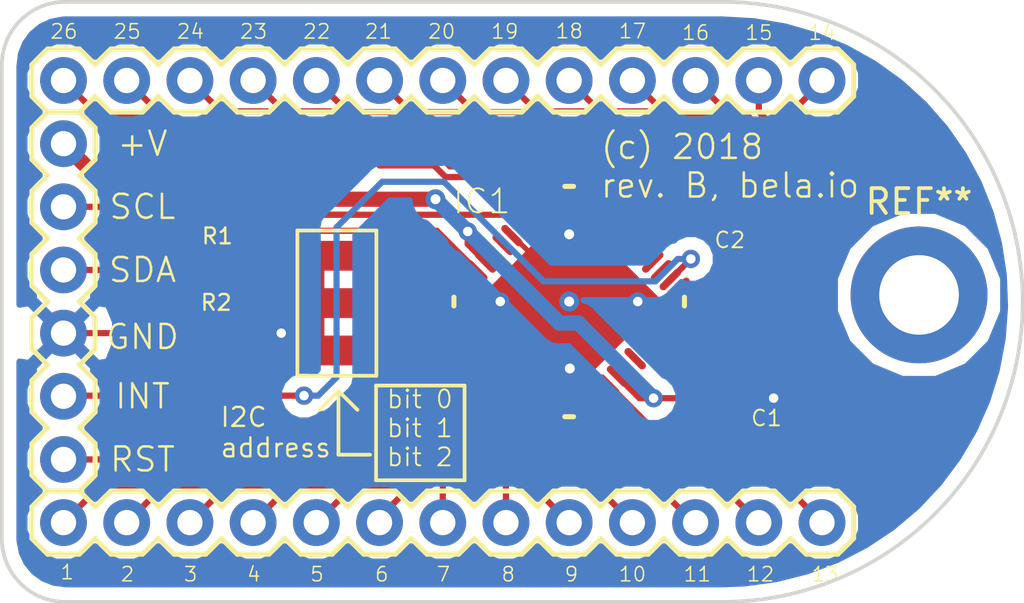
<source format=kicad_pcb>
(kicad_pcb (version 20171130) (host pcbnew "(5.0.0-3-g0214c9d)")

  (general
    (thickness 1.6)
    (drawings 53)
    (tracks 337)
    (zones 0)
    (modules 12)
    (nets 39)
  )

  (page A4)
  (layers
    (0 Top signal)
    (31 Bottom signal hide)
    (32 B.Adhes user)
    (33 F.Adhes user)
    (34 B.Paste user)
    (35 F.Paste user)
    (36 B.SilkS user)
    (37 F.SilkS user)
    (38 B.Mask user hide)
    (39 F.Mask user hide)
    (40 Dwgs.User user hide)
    (41 Cmts.User user hide)
    (42 Eco1.User user hide)
    (43 Eco2.User user hide)
    (44 Edge.Cuts user)
    (45 Margin user hide)
    (46 B.CrtYd user hide)
    (47 F.CrtYd user hide)
    (48 B.Fab user hide)
    (49 F.Fab user hide)
  )

  (setup
    (last_trace_width 0.25)
    (user_trace_width 0.2032)
    (user_trace_width 0.6096)
    (trace_clearance 0.1778)
    (zone_clearance 0.508)
    (zone_45_only no)
    (trace_min 0.2)
    (segment_width 0.2)
    (edge_width 0.2)
    (via_size 0.8)
    (via_drill 0.4)
    (via_min_size 0.4)
    (via_min_drill 0.3)
    (uvia_size 0.3)
    (uvia_drill 0.1)
    (uvias_allowed no)
    (uvia_min_size 0.2)
    (uvia_min_drill 0.1)
    (pcb_text_width 0.3)
    (pcb_text_size 1.5 1.5)
    (mod_edge_width 0.15)
    (mod_text_size 1 1)
    (mod_text_width 0.15)
    (pad_size 1.524 1.524)
    (pad_drill 0.762)
    (pad_to_mask_clearance 0.2)
    (aux_axis_origin 0 0)
    (visible_elements FFFFFF7F)
    (pcbplotparams
      (layerselection 0x010fc_ffffffff)
      (usegerberextensions false)
      (usegerberattributes false)
      (usegerberadvancedattributes false)
      (creategerberjobfile false)
      (excludeedgelayer true)
      (linewidth 0.100000)
      (plotframeref false)
      (viasonmask false)
      (mode 1)
      (useauxorigin false)
      (hpglpennumber 1)
      (hpglpenspeed 20)
      (hpglpendiameter 15.000000)
      (psnegative false)
      (psa4output false)
      (plotreference true)
      (plotvalue true)
      (plotinvisibletext false)
      (padsonsilk false)
      (subtractmaskfromsilk false)
      (outputformat 1)
      (mirror false)
      (drillshape 1)
      (scaleselection 1)
      (outputdirectory ""))
  )

  (net 0 "")
  (net 1 GND)
  (net 2 VCC)
  (net 3 /I2C_SCL)
  (net 4 "Net-(IC1-Pad17)")
  (net 5 /I2C_SDA)
  (net 6 "Net-(IC1-Pad22)")
  (net 7 "Net-(IC1-Pad40)")
  (net 8 "Net-(IC1-Pad39)")
  (net 9 "Net-(IC1-Pad38)")
  (net 10 "Net-(IC1-Pad37)")
  (net 11 "Net-(IC1-Pad28)")
  (net 12 "Net-(IC1-Pad27)")
  (net 13 /XRES)
  (net 14 "Net-(IC1-Pad25)")
  (net 15 "Net-(IC1-Pad24)")
  (net 16 "Net-(IC1-Pad23)")
  (net 17 "Net-(IC1-Pad12)")
  (net 18 "Net-(IC1-Pad11)")
  (net 19 "Net-(IC1-Pad10)")
  (net 20 "Net-(IC1-Pad9)")
  (net 21 "Net-(C2-Pad1)")
  (net 22 "Net-(IC1-Pad46)")
  (net 23 "Net-(IC1-Pad45)")
  (net 24 "Net-(IC1-Pad44)")
  (net 25 "Net-(IC1-Pad36)")
  (net 26 "Net-(IC1-Pad35)")
  (net 27 "Net-(IC1-Pad34)")
  (net 28 "Net-(IC1-Pad33)")
  (net 29 "Net-(IC1-Pad32)")
  (net 30 "Net-(IC1-Pad31)")
  (net 31 "Net-(IC1-Pad30)")
  (net 32 "Net-(IC1-Pad29)")
  (net 33 "Net-(IC1-Pad16)")
  (net 34 "Net-(IC1-Pad13)")
  (net 35 "Net-(IC1-Pad8)")
  (net 36 "Net-(IC1-Pad7)")
  (net 37 "Net-(IC1-Pad6)")
  (net 38 /EVENT)

  (net_class Default "This is the default net class."
    (clearance 0.1778)
    (trace_width 0.25)
    (via_dia 0.8)
    (via_drill 0.4)
    (uvia_dia 0.3)
    (uvia_drill 0.1)
    (add_net /EVENT)
    (add_net /I2C_SCL)
    (add_net /I2C_SDA)
    (add_net /XRES)
    (add_net GND)
    (add_net "Net-(C2-Pad1)")
    (add_net "Net-(IC1-Pad10)")
    (add_net "Net-(IC1-Pad11)")
    (add_net "Net-(IC1-Pad12)")
    (add_net "Net-(IC1-Pad13)")
    (add_net "Net-(IC1-Pad16)")
    (add_net "Net-(IC1-Pad17)")
    (add_net "Net-(IC1-Pad22)")
    (add_net "Net-(IC1-Pad23)")
    (add_net "Net-(IC1-Pad24)")
    (add_net "Net-(IC1-Pad25)")
    (add_net "Net-(IC1-Pad27)")
    (add_net "Net-(IC1-Pad28)")
    (add_net "Net-(IC1-Pad29)")
    (add_net "Net-(IC1-Pad30)")
    (add_net "Net-(IC1-Pad31)")
    (add_net "Net-(IC1-Pad32)")
    (add_net "Net-(IC1-Pad33)")
    (add_net "Net-(IC1-Pad34)")
    (add_net "Net-(IC1-Pad35)")
    (add_net "Net-(IC1-Pad36)")
    (add_net "Net-(IC1-Pad37)")
    (add_net "Net-(IC1-Pad38)")
    (add_net "Net-(IC1-Pad39)")
    (add_net "Net-(IC1-Pad40)")
    (add_net "Net-(IC1-Pad44)")
    (add_net "Net-(IC1-Pad45)")
    (add_net "Net-(IC1-Pad46)")
    (add_net "Net-(IC1-Pad6)")
    (add_net "Net-(IC1-Pad7)")
    (add_net "Net-(IC1-Pad8)")
    (add_net "Net-(IC1-Pad9)")
    (add_net VCC)
  )

  (module cap-touch-breakout:C0603 (layer Top) (tedit 5C092A54) (tstamp 5C0A7C57)
    (at 159.346 109.0803 180)
    (descr <b>CAPACITOR</b>)
    (path /31C5C65F3A37D600)
    (fp_text reference C1 (at -2.833 -0.3048) (layer F.SilkS)
      (effects (font (size 0.635 0.635) (thickness 0.077216)) (justify right top))
    )
    (fp_text value C-USC0603 (at -0.635 1.905) (layer F.Fab)
      (effects (font (size 1.2065 1.2065) (thickness 0.09652)) (justify right top))
    )
    (fp_line (start -1.473 -0.983) (end 1.473 -0.983) (layer Dwgs.User) (width 0.0508))
    (fp_line (start 1.473 -0.983) (end 1.473 0.983) (layer Dwgs.User) (width 0.0508))
    (fp_line (start 1.473 0.983) (end -1.473 0.983) (layer Dwgs.User) (width 0.0508))
    (fp_line (start -1.473 0.983) (end -1.473 -0.983) (layer Dwgs.User) (width 0.0508))
    (fp_line (start -0.356 -0.432) (end 0.356 -0.432) (layer F.Fab) (width 0.1016))
    (fp_line (start -0.356 0.419) (end 0.356 0.419) (layer F.Fab) (width 0.1016))
    (fp_poly (pts (xy -0.8382 0.4699) (xy -0.3381 0.4699) (xy -0.3381 -0.4801) (xy -0.8382 -0.4801)) (layer F.Fab) (width 0))
    (fp_poly (pts (xy 0.3302 0.4699) (xy 0.8303 0.4699) (xy 0.8303 -0.4801) (xy 0.3302 -0.4801)) (layer F.Fab) (width 0))
    (fp_poly (pts (xy -0.1999 0.3) (xy 0.1999 0.3) (xy 0.1999 -0.3) (xy -0.1999 -0.3)) (layer F.Adhes) (width 0))
    (pad 1 smd rect (at -0.85 0 180) (size 1.1 1) (layers Top F.Paste F.Mask)
      (net 1 GND) (solder_mask_margin 0.1016))
    (pad 2 smd rect (at 0.85 0 180) (size 1.1 1) (layers Top F.Paste F.Mask)
      (net 2 VCC) (solder_mask_margin 0.1016))
  )

  (module cap-touch-breakout:1X13 (layer Top) (tedit 0) (tstamp 5C07E45F)
    (at 163.7411 96.1771 180)
    (path /9E0F7BB248CD7B62)
    (fp_text reference JP3 (at -1.3462 -1.8288 180) (layer F.SilkS) hide
      (effects (font (size 1.2065 1.2065) (thickness 0.127)) (justify right top))
    )
    (fp_text value M13 (at -1.27 3.175) (layer F.Fab)
      (effects (font (size 1.2065 1.2065) (thickness 0.09652)) (justify right top))
    )
    (fp_line (start 14.605 -1.27) (end 15.875 -1.27) (layer F.SilkS) (width 0.2032))
    (fp_line (start 15.875 -1.27) (end 16.51 -0.635) (layer F.SilkS) (width 0.2032))
    (fp_line (start 16.51 0.635) (end 15.875 1.27) (layer F.SilkS) (width 0.2032))
    (fp_line (start 11.43 -0.635) (end 12.065 -1.27) (layer F.SilkS) (width 0.2032))
    (fp_line (start 12.065 -1.27) (end 13.335 -1.27) (layer F.SilkS) (width 0.2032))
    (fp_line (start 13.335 -1.27) (end 13.97 -0.635) (layer F.SilkS) (width 0.2032))
    (fp_line (start 13.97 0.635) (end 13.335 1.27) (layer F.SilkS) (width 0.2032))
    (fp_line (start 13.335 1.27) (end 12.065 1.27) (layer F.SilkS) (width 0.2032))
    (fp_line (start 12.065 1.27) (end 11.43 0.635) (layer F.SilkS) (width 0.2032))
    (fp_line (start 14.605 -1.27) (end 13.97 -0.635) (layer F.SilkS) (width 0.2032))
    (fp_line (start 13.97 0.635) (end 14.605 1.27) (layer F.SilkS) (width 0.2032))
    (fp_line (start 15.875 1.27) (end 14.605 1.27) (layer F.SilkS) (width 0.2032))
    (fp_line (start 6.985 -1.27) (end 8.255 -1.27) (layer F.SilkS) (width 0.2032))
    (fp_line (start 8.255 -1.27) (end 8.89 -0.635) (layer F.SilkS) (width 0.2032))
    (fp_line (start 8.89 0.635) (end 8.255 1.27) (layer F.SilkS) (width 0.2032))
    (fp_line (start 8.89 -0.635) (end 9.525 -1.27) (layer F.SilkS) (width 0.2032))
    (fp_line (start 9.525 -1.27) (end 10.795 -1.27) (layer F.SilkS) (width 0.2032))
    (fp_line (start 10.795 -1.27) (end 11.43 -0.635) (layer F.SilkS) (width 0.2032))
    (fp_line (start 11.43 0.635) (end 10.795 1.27) (layer F.SilkS) (width 0.2032))
    (fp_line (start 10.795 1.27) (end 9.525 1.27) (layer F.SilkS) (width 0.2032))
    (fp_line (start 9.525 1.27) (end 8.89 0.635) (layer F.SilkS) (width 0.2032))
    (fp_line (start 3.81 -0.635) (end 4.445 -1.27) (layer F.SilkS) (width 0.2032))
    (fp_line (start 4.445 -1.27) (end 5.715 -1.27) (layer F.SilkS) (width 0.2032))
    (fp_line (start 5.715 -1.27) (end 6.35 -0.635) (layer F.SilkS) (width 0.2032))
    (fp_line (start 6.35 0.635) (end 5.715 1.27) (layer F.SilkS) (width 0.2032))
    (fp_line (start 5.715 1.27) (end 4.445 1.27) (layer F.SilkS) (width 0.2032))
    (fp_line (start 4.445 1.27) (end 3.81 0.635) (layer F.SilkS) (width 0.2032))
    (fp_line (start 6.985 -1.27) (end 6.35 -0.635) (layer F.SilkS) (width 0.2032))
    (fp_line (start 6.35 0.635) (end 6.985 1.27) (layer F.SilkS) (width 0.2032))
    (fp_line (start 8.255 1.27) (end 6.985 1.27) (layer F.SilkS) (width 0.2032))
    (fp_line (start -0.635 -1.27) (end 0.635 -1.27) (layer F.SilkS) (width 0.2032))
    (fp_line (start 0.635 -1.27) (end 1.27 -0.635) (layer F.SilkS) (width 0.2032))
    (fp_line (start 1.27 0.635) (end 0.635 1.27) (layer F.SilkS) (width 0.2032))
    (fp_line (start 1.27 -0.635) (end 1.905 -1.27) (layer F.SilkS) (width 0.2032))
    (fp_line (start 1.905 -1.27) (end 3.175 -1.27) (layer F.SilkS) (width 0.2032))
    (fp_line (start 3.175 -1.27) (end 3.81 -0.635) (layer F.SilkS) (width 0.2032))
    (fp_line (start 3.81 0.635) (end 3.175 1.27) (layer F.SilkS) (width 0.2032))
    (fp_line (start 3.175 1.27) (end 1.905 1.27) (layer F.SilkS) (width 0.2032))
    (fp_line (start 1.905 1.27) (end 1.27 0.635) (layer F.SilkS) (width 0.2032))
    (fp_line (start -1.27 -0.635) (end -1.27 0.635) (layer F.SilkS) (width 0.2032))
    (fp_line (start -0.635 -1.27) (end -1.27 -0.635) (layer F.SilkS) (width 0.2032))
    (fp_line (start -1.27 0.635) (end -0.635 1.27) (layer F.SilkS) (width 0.2032))
    (fp_line (start 0.635 1.27) (end -0.635 1.27) (layer F.SilkS) (width 0.2032))
    (fp_line (start 29.21 -0.635) (end 29.845 -1.27) (layer F.SilkS) (width 0.2032))
    (fp_line (start 29.845 -1.27) (end 31.115 -1.27) (layer F.SilkS) (width 0.2032))
    (fp_line (start 31.115 -1.27) (end 31.75 -0.635) (layer F.SilkS) (width 0.2032))
    (fp_line (start 31.75 0.635) (end 31.115 1.27) (layer F.SilkS) (width 0.2032))
    (fp_line (start 31.115 1.27) (end 29.845 1.27) (layer F.SilkS) (width 0.2032))
    (fp_line (start 29.845 1.27) (end 29.21 0.635) (layer F.SilkS) (width 0.2032))
    (fp_line (start 31.75 0.635) (end 31.75 -0.635) (layer F.SilkS) (width 0.2032))
    (fp_line (start 24.765 -1.27) (end 26.035 -1.27) (layer F.SilkS) (width 0.2032))
    (fp_line (start 26.035 -1.27) (end 26.67 -0.635) (layer F.SilkS) (width 0.2032))
    (fp_line (start 26.67 0.635) (end 26.035 1.27) (layer F.SilkS) (width 0.2032))
    (fp_line (start 26.67 -0.635) (end 27.305 -1.27) (layer F.SilkS) (width 0.2032))
    (fp_line (start 27.305 -1.27) (end 28.575 -1.27) (layer F.SilkS) (width 0.2032))
    (fp_line (start 28.575 -1.27) (end 29.21 -0.635) (layer F.SilkS) (width 0.2032))
    (fp_line (start 29.21 0.635) (end 28.575 1.27) (layer F.SilkS) (width 0.2032))
    (fp_line (start 28.575 1.27) (end 27.305 1.27) (layer F.SilkS) (width 0.2032))
    (fp_line (start 27.305 1.27) (end 26.67 0.635) (layer F.SilkS) (width 0.2032))
    (fp_line (start 21.59 -0.635) (end 22.225 -1.27) (layer F.SilkS) (width 0.2032))
    (fp_line (start 22.225 -1.27) (end 23.495 -1.27) (layer F.SilkS) (width 0.2032))
    (fp_line (start 23.495 -1.27) (end 24.13 -0.635) (layer F.SilkS) (width 0.2032))
    (fp_line (start 24.13 0.635) (end 23.495 1.27) (layer F.SilkS) (width 0.2032))
    (fp_line (start 23.495 1.27) (end 22.225 1.27) (layer F.SilkS) (width 0.2032))
    (fp_line (start 22.225 1.27) (end 21.59 0.635) (layer F.SilkS) (width 0.2032))
    (fp_line (start 24.765 -1.27) (end 24.13 -0.635) (layer F.SilkS) (width 0.2032))
    (fp_line (start 24.13 0.635) (end 24.765 1.27) (layer F.SilkS) (width 0.2032))
    (fp_line (start 26.035 1.27) (end 24.765 1.27) (layer F.SilkS) (width 0.2032))
    (fp_line (start 17.145 -1.27) (end 18.415 -1.27) (layer F.SilkS) (width 0.2032))
    (fp_line (start 18.415 -1.27) (end 19.05 -0.635) (layer F.SilkS) (width 0.2032))
    (fp_line (start 19.05 0.635) (end 18.415 1.27) (layer F.SilkS) (width 0.2032))
    (fp_line (start 19.05 -0.635) (end 19.685 -1.27) (layer F.SilkS) (width 0.2032))
    (fp_line (start 19.685 -1.27) (end 20.955 -1.27) (layer F.SilkS) (width 0.2032))
    (fp_line (start 20.955 -1.27) (end 21.59 -0.635) (layer F.SilkS) (width 0.2032))
    (fp_line (start 21.59 0.635) (end 20.955 1.27) (layer F.SilkS) (width 0.2032))
    (fp_line (start 20.955 1.27) (end 19.685 1.27) (layer F.SilkS) (width 0.2032))
    (fp_line (start 19.685 1.27) (end 19.05 0.635) (layer F.SilkS) (width 0.2032))
    (fp_line (start 17.145 -1.27) (end 16.51 -0.635) (layer F.SilkS) (width 0.2032))
    (fp_line (start 16.51 0.635) (end 17.145 1.27) (layer F.SilkS) (width 0.2032))
    (fp_line (start 18.415 1.27) (end 17.145 1.27) (layer F.SilkS) (width 0.2032))
    (fp_poly (pts (xy 14.986 0.254) (xy 15.494 0.254) (xy 15.494 -0.254) (xy 14.986 -0.254)) (layer F.Fab) (width 0))
    (fp_poly (pts (xy 12.446 0.254) (xy 12.954 0.254) (xy 12.954 -0.254) (xy 12.446 -0.254)) (layer F.Fab) (width 0))
    (fp_poly (pts (xy 9.906 0.254) (xy 10.414 0.254) (xy 10.414 -0.254) (xy 9.906 -0.254)) (layer F.Fab) (width 0))
    (fp_poly (pts (xy 7.366 0.254) (xy 7.874 0.254) (xy 7.874 -0.254) (xy 7.366 -0.254)) (layer F.Fab) (width 0))
    (fp_poly (pts (xy 4.826 0.254) (xy 5.334 0.254) (xy 5.334 -0.254) (xy 4.826 -0.254)) (layer F.Fab) (width 0))
    (fp_poly (pts (xy 2.286 0.254) (xy 2.794 0.254) (xy 2.794 -0.254) (xy 2.286 -0.254)) (layer F.Fab) (width 0))
    (fp_poly (pts (xy -0.254 0.254) (xy 0.254 0.254) (xy 0.254 -0.254) (xy -0.254 -0.254)) (layer F.Fab) (width 0))
    (fp_poly (pts (xy 30.226 0.254) (xy 30.734 0.254) (xy 30.734 -0.254) (xy 30.226 -0.254)) (layer F.Fab) (width 0))
    (fp_poly (pts (xy 27.686 0.254) (xy 28.194 0.254) (xy 28.194 -0.254) (xy 27.686 -0.254)) (layer F.Fab) (width 0))
    (fp_poly (pts (xy 25.146 0.254) (xy 25.654 0.254) (xy 25.654 -0.254) (xy 25.146 -0.254)) (layer F.Fab) (width 0))
    (fp_poly (pts (xy 22.606 0.254) (xy 23.114 0.254) (xy 23.114 -0.254) (xy 22.606 -0.254)) (layer F.Fab) (width 0))
    (fp_poly (pts (xy 20.066 0.254) (xy 20.574 0.254) (xy 20.574 -0.254) (xy 20.066 -0.254)) (layer F.Fab) (width 0))
    (fp_poly (pts (xy 17.526 0.254) (xy 18.034 0.254) (xy 18.034 -0.254) (xy 17.526 -0.254)) (layer F.Fab) (width 0))
    (pad 1 thru_hole circle (at 0 0 270) (size 1.8796 1.8796) (drill 1.016) (layers *.Cu *.Mask)
      (net 7 "Net-(IC1-Pad40)") (solder_mask_margin 0.1016))
    (pad 2 thru_hole circle (at 2.54 0 270) (size 1.8796 1.8796) (drill 1.016) (layers *.Cu *.Mask)
      (net 24 "Net-(IC1-Pad44)") (solder_mask_margin 0.1016))
    (pad 3 thru_hole circle (at 5.08 0 270) (size 1.8796 1.8796) (drill 1.016) (layers *.Cu *.Mask)
      (net 23 "Net-(IC1-Pad45)") (solder_mask_margin 0.1016))
    (pad 4 thru_hole circle (at 7.62 0 270) (size 1.8796 1.8796) (drill 1.016) (layers *.Cu *.Mask)
      (net 22 "Net-(IC1-Pad46)") (solder_mask_margin 0.1016))
    (pad 5 thru_hole circle (at 10.16 0 270) (size 1.8796 1.8796) (drill 1.016) (layers *.Cu *.Mask)
      (net 37 "Net-(IC1-Pad6)") (solder_mask_margin 0.1016))
    (pad 6 thru_hole circle (at 12.7 0 270) (size 1.8796 1.8796) (drill 1.016) (layers *.Cu *.Mask)
      (net 36 "Net-(IC1-Pad7)") (solder_mask_margin 0.1016))
    (pad 7 thru_hole circle (at 15.24 0 270) (size 1.8796 1.8796) (drill 1.016) (layers *.Cu *.Mask)
      (net 35 "Net-(IC1-Pad8)") (solder_mask_margin 0.1016))
    (pad 8 thru_hole circle (at 17.78 0 270) (size 1.8796 1.8796) (drill 1.016) (layers *.Cu *.Mask)
      (net 20 "Net-(IC1-Pad9)") (solder_mask_margin 0.1016))
    (pad 9 thru_hole circle (at 20.32 0 270) (size 1.8796 1.8796) (drill 1.016) (layers *.Cu *.Mask)
      (net 19 "Net-(IC1-Pad10)") (solder_mask_margin 0.1016))
    (pad 10 thru_hole circle (at 22.86 0 270) (size 1.8796 1.8796) (drill 1.016) (layers *.Cu *.Mask)
      (net 18 "Net-(IC1-Pad11)") (solder_mask_margin 0.1016))
    (pad 11 thru_hole circle (at 25.4 0 270) (size 1.8796 1.8796) (drill 1.016) (layers *.Cu *.Mask)
      (net 17 "Net-(IC1-Pad12)") (solder_mask_margin 0.1016))
    (pad 12 thru_hole circle (at 27.94 0 270) (size 1.8796 1.8796) (drill 1.016) (layers *.Cu *.Mask)
      (net 34 "Net-(IC1-Pad13)") (solder_mask_margin 0.1016))
    (pad 13 thru_hole circle (at 30.48 0 270) (size 1.8796 1.8796) (drill 1.016) (layers *.Cu *.Mask)
      (net 33 "Net-(IC1-Pad16)") (solder_mask_margin 0.1016))
  )

  (module cap-touch-breakout:C0603 (layer Top) (tedit 5C0929E6) (tstamp 5C0909B5)
    (at 160.0708 104.6099 270)
    (descr <b>CAPACITOR</b>)
    (path /8BD603187B1234C5)
    (fp_text reference C2 (at -2.3876 -0.635) (layer F.SilkS)
      (effects (font (size 0.635 0.635) (thickness 0.077216)) (justify right top))
    )
    (fp_text value C-USC0603 (at -0.635 1.905 90) (layer F.Fab)
      (effects (font (size 1.2065 1.2065) (thickness 0.09652)) (justify right top))
    )
    (fp_line (start -1.473 -0.983) (end 1.473 -0.983) (layer Dwgs.User) (width 0.0508))
    (fp_line (start 1.473 -0.983) (end 1.473 0.983) (layer Dwgs.User) (width 0.0508))
    (fp_line (start 1.473 0.983) (end -1.473 0.983) (layer Dwgs.User) (width 0.0508))
    (fp_line (start -1.473 0.983) (end -1.473 -0.983) (layer Dwgs.User) (width 0.0508))
    (fp_line (start -0.356 -0.432) (end 0.356 -0.432) (layer F.Fab) (width 0.1016))
    (fp_line (start -0.356 0.419) (end 0.356 0.419) (layer F.Fab) (width 0.1016))
    (fp_poly (pts (xy -0.8382 0.4699) (xy -0.3381 0.4699) (xy -0.3381 -0.4801) (xy -0.8382 -0.4801)) (layer F.Fab) (width 0))
    (fp_poly (pts (xy 0.3302 0.4699) (xy 0.8303 0.4699) (xy 0.8303 -0.4801) (xy 0.3302 -0.4801)) (layer F.Fab) (width 0))
    (fp_poly (pts (xy -0.1999 0.3) (xy 0.1999 0.3) (xy 0.1999 -0.3) (xy -0.1999 -0.3)) (layer F.Adhes) (width 0))
    (pad 1 smd rect (at -0.85 0 270) (size 1.1 1) (layers Top F.Paste F.Mask)
      (net 21 "Net-(C2-Pad1)") (solder_mask_margin 0.1016))
    (pad 2 smd rect (at 0.85 0 270) (size 1.1 1) (layers Top F.Paste F.Mask)
      (net 1 GND) (solder_mask_margin 0.1016))
  )

  (module cap-touch-breakout:1X13 (layer Top) (tedit 0) (tstamp 5C07E4CC)
    (at 133.2611 113.9571)
    (path /E4B5C9E224D01FBA)
    (fp_text reference JP4 (at -1.3462 -1.8288) (layer F.SilkS) hide
      (effects (font (size 1.2065 1.2065) (thickness 0.127)) (justify left bottom))
    )
    (fp_text value M13 (at -1.27 3.175) (layer F.Fab)
      (effects (font (size 1.2065 1.2065) (thickness 0.09652)) (justify left bottom))
    )
    (fp_line (start 14.605 -1.27) (end 15.875 -1.27) (layer F.SilkS) (width 0.2032))
    (fp_line (start 15.875 -1.27) (end 16.51 -0.635) (layer F.SilkS) (width 0.2032))
    (fp_line (start 16.51 0.635) (end 15.875 1.27) (layer F.SilkS) (width 0.2032))
    (fp_line (start 11.43 -0.635) (end 12.065 -1.27) (layer F.SilkS) (width 0.2032))
    (fp_line (start 12.065 -1.27) (end 13.335 -1.27) (layer F.SilkS) (width 0.2032))
    (fp_line (start 13.335 -1.27) (end 13.97 -0.635) (layer F.SilkS) (width 0.2032))
    (fp_line (start 13.97 0.635) (end 13.335 1.27) (layer F.SilkS) (width 0.2032))
    (fp_line (start 13.335 1.27) (end 12.065 1.27) (layer F.SilkS) (width 0.2032))
    (fp_line (start 12.065 1.27) (end 11.43 0.635) (layer F.SilkS) (width 0.2032))
    (fp_line (start 14.605 -1.27) (end 13.97 -0.635) (layer F.SilkS) (width 0.2032))
    (fp_line (start 13.97 0.635) (end 14.605 1.27) (layer F.SilkS) (width 0.2032))
    (fp_line (start 15.875 1.27) (end 14.605 1.27) (layer F.SilkS) (width 0.2032))
    (fp_line (start 6.985 -1.27) (end 8.255 -1.27) (layer F.SilkS) (width 0.2032))
    (fp_line (start 8.255 -1.27) (end 8.89 -0.635) (layer F.SilkS) (width 0.2032))
    (fp_line (start 8.89 0.635) (end 8.255 1.27) (layer F.SilkS) (width 0.2032))
    (fp_line (start 8.89 -0.635) (end 9.525 -1.27) (layer F.SilkS) (width 0.2032))
    (fp_line (start 9.525 -1.27) (end 10.795 -1.27) (layer F.SilkS) (width 0.2032))
    (fp_line (start 10.795 -1.27) (end 11.43 -0.635) (layer F.SilkS) (width 0.2032))
    (fp_line (start 11.43 0.635) (end 10.795 1.27) (layer F.SilkS) (width 0.2032))
    (fp_line (start 10.795 1.27) (end 9.525 1.27) (layer F.SilkS) (width 0.2032))
    (fp_line (start 9.525 1.27) (end 8.89 0.635) (layer F.SilkS) (width 0.2032))
    (fp_line (start 3.81 -0.635) (end 4.445 -1.27) (layer F.SilkS) (width 0.2032))
    (fp_line (start 4.445 -1.27) (end 5.715 -1.27) (layer F.SilkS) (width 0.2032))
    (fp_line (start 5.715 -1.27) (end 6.35 -0.635) (layer F.SilkS) (width 0.2032))
    (fp_line (start 6.35 0.635) (end 5.715 1.27) (layer F.SilkS) (width 0.2032))
    (fp_line (start 5.715 1.27) (end 4.445 1.27) (layer F.SilkS) (width 0.2032))
    (fp_line (start 4.445 1.27) (end 3.81 0.635) (layer F.SilkS) (width 0.2032))
    (fp_line (start 6.985 -1.27) (end 6.35 -0.635) (layer F.SilkS) (width 0.2032))
    (fp_line (start 6.35 0.635) (end 6.985 1.27) (layer F.SilkS) (width 0.2032))
    (fp_line (start 8.255 1.27) (end 6.985 1.27) (layer F.SilkS) (width 0.2032))
    (fp_line (start -0.635 -1.27) (end 0.635 -1.27) (layer F.SilkS) (width 0.2032))
    (fp_line (start 0.635 -1.27) (end 1.27 -0.635) (layer F.SilkS) (width 0.2032))
    (fp_line (start 1.27 0.635) (end 0.635 1.27) (layer F.SilkS) (width 0.2032))
    (fp_line (start 1.27 -0.635) (end 1.905 -1.27) (layer F.SilkS) (width 0.2032))
    (fp_line (start 1.905 -1.27) (end 3.175 -1.27) (layer F.SilkS) (width 0.2032))
    (fp_line (start 3.175 -1.27) (end 3.81 -0.635) (layer F.SilkS) (width 0.2032))
    (fp_line (start 3.81 0.635) (end 3.175 1.27) (layer F.SilkS) (width 0.2032))
    (fp_line (start 3.175 1.27) (end 1.905 1.27) (layer F.SilkS) (width 0.2032))
    (fp_line (start 1.905 1.27) (end 1.27 0.635) (layer F.SilkS) (width 0.2032))
    (fp_line (start -1.27 -0.635) (end -1.27 0.635) (layer F.SilkS) (width 0.2032))
    (fp_line (start -0.635 -1.27) (end -1.27 -0.635) (layer F.SilkS) (width 0.2032))
    (fp_line (start -1.27 0.635) (end -0.635 1.27) (layer F.SilkS) (width 0.2032))
    (fp_line (start 0.635 1.27) (end -0.635 1.27) (layer F.SilkS) (width 0.2032))
    (fp_line (start 29.21 -0.635) (end 29.845 -1.27) (layer F.SilkS) (width 0.2032))
    (fp_line (start 29.845 -1.27) (end 31.115 -1.27) (layer F.SilkS) (width 0.2032))
    (fp_line (start 31.115 -1.27) (end 31.75 -0.635) (layer F.SilkS) (width 0.2032))
    (fp_line (start 31.75 0.635) (end 31.115 1.27) (layer F.SilkS) (width 0.2032))
    (fp_line (start 31.115 1.27) (end 29.845 1.27) (layer F.SilkS) (width 0.2032))
    (fp_line (start 29.845 1.27) (end 29.21 0.635) (layer F.SilkS) (width 0.2032))
    (fp_line (start 31.75 0.635) (end 31.75 -0.635) (layer F.SilkS) (width 0.2032))
    (fp_line (start 24.765 -1.27) (end 26.035 -1.27) (layer F.SilkS) (width 0.2032))
    (fp_line (start 26.035 -1.27) (end 26.67 -0.635) (layer F.SilkS) (width 0.2032))
    (fp_line (start 26.67 0.635) (end 26.035 1.27) (layer F.SilkS) (width 0.2032))
    (fp_line (start 26.67 -0.635) (end 27.305 -1.27) (layer F.SilkS) (width 0.2032))
    (fp_line (start 27.305 -1.27) (end 28.575 -1.27) (layer F.SilkS) (width 0.2032))
    (fp_line (start 28.575 -1.27) (end 29.21 -0.635) (layer F.SilkS) (width 0.2032))
    (fp_line (start 29.21 0.635) (end 28.575 1.27) (layer F.SilkS) (width 0.2032))
    (fp_line (start 28.575 1.27) (end 27.305 1.27) (layer F.SilkS) (width 0.2032))
    (fp_line (start 27.305 1.27) (end 26.67 0.635) (layer F.SilkS) (width 0.2032))
    (fp_line (start 21.59 -0.635) (end 22.225 -1.27) (layer F.SilkS) (width 0.2032))
    (fp_line (start 22.225 -1.27) (end 23.495 -1.27) (layer F.SilkS) (width 0.2032))
    (fp_line (start 23.495 -1.27) (end 24.13 -0.635) (layer F.SilkS) (width 0.2032))
    (fp_line (start 24.13 0.635) (end 23.495 1.27) (layer F.SilkS) (width 0.2032))
    (fp_line (start 23.495 1.27) (end 22.225 1.27) (layer F.SilkS) (width 0.2032))
    (fp_line (start 22.225 1.27) (end 21.59 0.635) (layer F.SilkS) (width 0.2032))
    (fp_line (start 24.765 -1.27) (end 24.13 -0.635) (layer F.SilkS) (width 0.2032))
    (fp_line (start 24.13 0.635) (end 24.765 1.27) (layer F.SilkS) (width 0.2032))
    (fp_line (start 26.035 1.27) (end 24.765 1.27) (layer F.SilkS) (width 0.2032))
    (fp_line (start 17.145 -1.27) (end 18.415 -1.27) (layer F.SilkS) (width 0.2032))
    (fp_line (start 18.415 -1.27) (end 19.05 -0.635) (layer F.SilkS) (width 0.2032))
    (fp_line (start 19.05 0.635) (end 18.415 1.27) (layer F.SilkS) (width 0.2032))
    (fp_line (start 19.05 -0.635) (end 19.685 -1.27) (layer F.SilkS) (width 0.2032))
    (fp_line (start 19.685 -1.27) (end 20.955 -1.27) (layer F.SilkS) (width 0.2032))
    (fp_line (start 20.955 -1.27) (end 21.59 -0.635) (layer F.SilkS) (width 0.2032))
    (fp_line (start 21.59 0.635) (end 20.955 1.27) (layer F.SilkS) (width 0.2032))
    (fp_line (start 20.955 1.27) (end 19.685 1.27) (layer F.SilkS) (width 0.2032))
    (fp_line (start 19.685 1.27) (end 19.05 0.635) (layer F.SilkS) (width 0.2032))
    (fp_line (start 17.145 -1.27) (end 16.51 -0.635) (layer F.SilkS) (width 0.2032))
    (fp_line (start 16.51 0.635) (end 17.145 1.27) (layer F.SilkS) (width 0.2032))
    (fp_line (start 18.415 1.27) (end 17.145 1.27) (layer F.SilkS) (width 0.2032))
    (fp_poly (pts (xy 14.986 0.254) (xy 15.494 0.254) (xy 15.494 -0.254) (xy 14.986 -0.254)) (layer F.Fab) (width 0))
    (fp_poly (pts (xy 12.446 0.254) (xy 12.954 0.254) (xy 12.954 -0.254) (xy 12.446 -0.254)) (layer F.Fab) (width 0))
    (fp_poly (pts (xy 9.906 0.254) (xy 10.414 0.254) (xy 10.414 -0.254) (xy 9.906 -0.254)) (layer F.Fab) (width 0))
    (fp_poly (pts (xy 7.366 0.254) (xy 7.874 0.254) (xy 7.874 -0.254) (xy 7.366 -0.254)) (layer F.Fab) (width 0))
    (fp_poly (pts (xy 4.826 0.254) (xy 5.334 0.254) (xy 5.334 -0.254) (xy 4.826 -0.254)) (layer F.Fab) (width 0))
    (fp_poly (pts (xy 2.286 0.254) (xy 2.794 0.254) (xy 2.794 -0.254) (xy 2.286 -0.254)) (layer F.Fab) (width 0))
    (fp_poly (pts (xy -0.254 0.254) (xy 0.254 0.254) (xy 0.254 -0.254) (xy -0.254 -0.254)) (layer F.Fab) (width 0))
    (fp_poly (pts (xy 30.226 0.254) (xy 30.734 0.254) (xy 30.734 -0.254) (xy 30.226 -0.254)) (layer F.Fab) (width 0))
    (fp_poly (pts (xy 27.686 0.254) (xy 28.194 0.254) (xy 28.194 -0.254) (xy 27.686 -0.254)) (layer F.Fab) (width 0))
    (fp_poly (pts (xy 25.146 0.254) (xy 25.654 0.254) (xy 25.654 -0.254) (xy 25.146 -0.254)) (layer F.Fab) (width 0))
    (fp_poly (pts (xy 22.606 0.254) (xy 23.114 0.254) (xy 23.114 -0.254) (xy 22.606 -0.254)) (layer F.Fab) (width 0))
    (fp_poly (pts (xy 20.066 0.254) (xy 20.574 0.254) (xy 20.574 -0.254) (xy 20.066 -0.254)) (layer F.Fab) (width 0))
    (fp_poly (pts (xy 17.526 0.254) (xy 18.034 0.254) (xy 18.034 -0.254) (xy 17.526 -0.254)) (layer F.Fab) (width 0))
    (pad 1 thru_hole circle (at 0 0 90) (size 1.8796 1.8796) (drill 1.016) (layers *.Cu *.Mask)
      (net 12 "Net-(IC1-Pad27)") (solder_mask_margin 0.1016))
    (pad 2 thru_hole circle (at 2.54 0 90) (size 1.8796 1.8796) (drill 1.016) (layers *.Cu *.Mask)
      (net 11 "Net-(IC1-Pad28)") (solder_mask_margin 0.1016))
    (pad 3 thru_hole circle (at 5.08 0 90) (size 1.8796 1.8796) (drill 1.016) (layers *.Cu *.Mask)
      (net 32 "Net-(IC1-Pad29)") (solder_mask_margin 0.1016))
    (pad 4 thru_hole circle (at 7.62 0 90) (size 1.8796 1.8796) (drill 1.016) (layers *.Cu *.Mask)
      (net 31 "Net-(IC1-Pad30)") (solder_mask_margin 0.1016))
    (pad 5 thru_hole circle (at 10.16 0 90) (size 1.8796 1.8796) (drill 1.016) (layers *.Cu *.Mask)
      (net 30 "Net-(IC1-Pad31)") (solder_mask_margin 0.1016))
    (pad 6 thru_hole circle (at 12.7 0 90) (size 1.8796 1.8796) (drill 1.016) (layers *.Cu *.Mask)
      (net 29 "Net-(IC1-Pad32)") (solder_mask_margin 0.1016))
    (pad 7 thru_hole circle (at 15.24 0 90) (size 1.8796 1.8796) (drill 1.016) (layers *.Cu *.Mask)
      (net 28 "Net-(IC1-Pad33)") (solder_mask_margin 0.1016))
    (pad 8 thru_hole circle (at 17.78 0 90) (size 1.8796 1.8796) (drill 1.016) (layers *.Cu *.Mask)
      (net 27 "Net-(IC1-Pad34)") (solder_mask_margin 0.1016))
    (pad 9 thru_hole circle (at 20.32 0 90) (size 1.8796 1.8796) (drill 1.016) (layers *.Cu *.Mask)
      (net 26 "Net-(IC1-Pad35)") (solder_mask_margin 0.1016))
    (pad 10 thru_hole circle (at 22.86 0 90) (size 1.8796 1.8796) (drill 1.016) (layers *.Cu *.Mask)
      (net 25 "Net-(IC1-Pad36)") (solder_mask_margin 0.1016))
    (pad 11 thru_hole circle (at 25.4 0 90) (size 1.8796 1.8796) (drill 1.016) (layers *.Cu *.Mask)
      (net 10 "Net-(IC1-Pad37)") (solder_mask_margin 0.1016))
    (pad 12 thru_hole circle (at 27.94 0 90) (size 1.8796 1.8796) (drill 1.016) (layers *.Cu *.Mask)
      (net 9 "Net-(IC1-Pad38)") (solder_mask_margin 0.1016))
    (pad 13 thru_hole circle (at 30.48 0 90) (size 1.8796 1.8796) (drill 1.016) (layers *.Cu *.Mask)
      (net 8 "Net-(IC1-Pad39)") (solder_mask_margin 0.1016))
  )

  (module cap-touch-breakout:R0603 (layer Top) (tedit 5C092982) (tstamp 5C0A7CAC)
    (at 139.446 101.2571 180)
    (descr <b>RESISTOR</b>)
    (path /469CAB24EC893FD4)
    (fp_text reference R1 (at 0.6858 -1.5494) (layer F.SilkS)
      (effects (font (size 0.635 0.635) (thickness 0.09652)) (justify left bottom))
    )
    (fp_text value R-EU_R0603 (at -0.635 1.905) (layer F.Fab)
      (effects (font (size 1.2065 1.2065) (thickness 0.09652)) (justify right top))
    )
    (fp_line (start -0.432 0.356) (end 0.432 0.356) (layer F.Fab) (width 0.1524))
    (fp_line (start 0.432 -0.356) (end -0.432 -0.356) (layer F.Fab) (width 0.1524))
    (fp_line (start -1.473 -0.983) (end 1.473 -0.983) (layer Dwgs.User) (width 0.0508))
    (fp_line (start 1.473 -0.983) (end 1.473 0.983) (layer Dwgs.User) (width 0.0508))
    (fp_line (start 1.473 0.983) (end -1.473 0.983) (layer Dwgs.User) (width 0.0508))
    (fp_line (start -1.473 0.983) (end -1.473 -0.983) (layer Dwgs.User) (width 0.0508))
    (fp_poly (pts (xy 0.4318 0.4318) (xy 0.8382 0.4318) (xy 0.8382 -0.4318) (xy 0.4318 -0.4318)) (layer F.Fab) (width 0))
    (fp_poly (pts (xy -0.8382 0.4318) (xy -0.4318 0.4318) (xy -0.4318 -0.4318) (xy -0.8382 -0.4318)) (layer F.Fab) (width 0))
    (fp_poly (pts (xy -0.1999 0.4001) (xy 0.1999 0.4001) (xy 0.1999 -0.4001) (xy -0.1999 -0.4001)) (layer F.Adhes) (width 0))
    (pad 1 smd rect (at -0.85 0 180) (size 1 1.1) (layers Top F.Paste F.Mask)
      (net 4 "Net-(IC1-Pad17)") (solder_mask_margin 0.1016))
    (pad 2 smd rect (at 0.85 0 180) (size 1 1.1) (layers Top F.Paste F.Mask)
      (net 3 /I2C_SCL) (solder_mask_margin 0.1016))
  )

  (module cap-touch-breakout:R0603 (layer Top) (tedit 5C092987) (tstamp 5C0906F4)
    (at 139.446 103.7971 180)
    (descr <b>RESISTOR</b>)
    (path /8943FDCC711A3F32)
    (fp_text reference R2 (at -0.635 -0.9398) (layer F.SilkS)
      (effects (font (size 0.635 0.635) (thickness 0.09652)) (justify right top))
    )
    (fp_text value R-EU_R0603 (at -0.635 1.905) (layer F.Fab)
      (effects (font (size 1.2065 1.2065) (thickness 0.09652)) (justify right top))
    )
    (fp_line (start -0.432 0.356) (end 0.432 0.356) (layer F.Fab) (width 0.1524))
    (fp_line (start 0.432 -0.356) (end -0.432 -0.356) (layer F.Fab) (width 0.1524))
    (fp_line (start -1.473 -0.983) (end 1.473 -0.983) (layer Dwgs.User) (width 0.0508))
    (fp_line (start 1.473 -0.983) (end 1.473 0.983) (layer Dwgs.User) (width 0.0508))
    (fp_line (start 1.473 0.983) (end -1.473 0.983) (layer Dwgs.User) (width 0.0508))
    (fp_line (start -1.473 0.983) (end -1.473 -0.983) (layer Dwgs.User) (width 0.0508))
    (fp_poly (pts (xy 0.4318 0.4318) (xy 0.8382 0.4318) (xy 0.8382 -0.4318) (xy 0.4318 -0.4318)) (layer F.Fab) (width 0))
    (fp_poly (pts (xy -0.8382 0.4318) (xy -0.4318 0.4318) (xy -0.4318 -0.4318) (xy -0.8382 -0.4318)) (layer F.Fab) (width 0))
    (fp_poly (pts (xy -0.1999 0.4001) (xy 0.1999 0.4001) (xy 0.1999 -0.4001) (xy -0.1999 -0.4001)) (layer F.Adhes) (width 0))
    (pad 1 smd rect (at -0.85 0 180) (size 1 1.1) (layers Top F.Paste F.Mask)
      (net 6 "Net-(IC1-Pad22)") (solder_mask_margin 0.1016))
    (pad 2 smd rect (at 0.85 0 180) (size 1 1.1) (layers Top F.Paste F.Mask)
      (net 5 /I2C_SDA) (solder_mask_margin 0.1016))
  )

  (module cap-touch-breakout:QFN48-LEADS (layer Top) (tedit 0) (tstamp 5C0907DF)
    (at 153.5811 105.0671 225)
    (path /40716F7D70C115B1)
    (fp_text reference IC1 (at 0.898026 5.801245) (layer F.SilkS)
      (effects (font (size 0.9652 0.9652) (thickness 0.077216)) (justify left bottom))
    )
    (fp_text value CY8C206X6A (at -3.5 5.75 225) (layer F.Fab)
      (effects (font (size 1.2065 1.2065) (thickness 0.09652)) (justify left bottom))
    )
    (fp_line (start -3.4 -3.149999) (end -3.149999 -3.4) (layer F.SilkS) (width 0.2032))
    (fp_line (start -3.149999 -3.4) (end 3.149999 -3.4) (layer F.Fab) (width 0.2032))
    (fp_line (start 3.149999 -3.4) (end 3.4 -3.149999) (layer F.SilkS) (width 0.2032))
    (fp_line (start 3.4 -3.149999) (end 3.4 3.149999) (layer F.Fab) (width 0.2032))
    (fp_line (start 3.4 3.149999) (end 3.149999 3.4) (layer F.SilkS) (width 0.2032))
    (fp_line (start 3.149999 3.4) (end -3.149999 3.4) (layer F.Fab) (width 0.2032))
    (fp_line (start -3.149999 3.4) (end -3.4 3.149999) (layer F.SilkS) (width 0.2032))
    (fp_line (start -3.4 3.149999) (end -3.4 -3.149999) (layer F.Fab) (width 0.2032))
    (fp_line (start -3.1 -2.75) (end -3.9 -2.75) (layer F.Mask) (width 0.4))
    (fp_line (start -3.1 -2.75) (end -3.325 -2.75) (layer F.Fab) (width 0.23))
    (fp_line (start -3.1 -2.75) (end -3.9 -2.75) (layer F.Paste) (width 0.25))
    (fp_line (start -3.1 -2.25) (end -3.9 -2.25) (layer F.Mask) (width 0.4))
    (fp_line (start -3.1 -2.25) (end -3.325 -2.25) (layer F.Fab) (width 0.23))
    (fp_line (start -3.1 -2.25) (end -3.9 -2.25) (layer F.Paste) (width 0.25))
    (fp_line (start -3.1 -1.75) (end -3.9 -1.749999) (layer F.Mask) (width 0.4))
    (fp_line (start -3.1 -1.75) (end -3.325 -1.75) (layer F.Fab) (width 0.23))
    (fp_line (start -3.1 -1.75) (end -3.9 -1.749999) (layer F.Paste) (width 0.25))
    (fp_line (start -3.1 -1.249999) (end -3.9 -1.25) (layer F.Mask) (width 0.4))
    (fp_line (start -3.1 -1.249999) (end -3.325001 -1.25) (layer F.Fab) (width 0.23))
    (fp_line (start -3.1 -1.249999) (end -3.9 -1.25) (layer F.Paste) (width 0.25))
    (fp_line (start -3.1 -0.75) (end -3.9 -0.750001) (layer F.Mask) (width 0.4))
    (fp_line (start -3.1 -0.75) (end -3.325 -0.75) (layer F.Fab) (width 0.23))
    (fp_line (start -3.1 -0.75) (end -3.9 -0.750001) (layer F.Paste) (width 0.25))
    (fp_line (start -3.1 -0.25) (end -3.9 -0.25) (layer F.Mask) (width 0.4))
    (fp_line (start -3.1 -0.25) (end -3.325 -0.25) (layer F.Fab) (width 0.23))
    (fp_line (start -3.1 -0.25) (end -3.9 -0.25) (layer F.Paste) (width 0.25))
    (fp_line (start -3.1 0.25) (end -3.9 0.25) (layer F.Mask) (width 0.4))
    (fp_line (start -3.1 0.25) (end -3.325 0.25) (layer F.Fab) (width 0.23))
    (fp_line (start -3.1 0.25) (end -3.9 0.25) (layer F.Paste) (width 0.25))
    (fp_line (start -3.1 0.75) (end -3.9 0.750001) (layer F.Mask) (width 0.4))
    (fp_line (start -3.1 0.75) (end -3.325 0.75) (layer F.Fab) (width 0.23))
    (fp_line (start -3.1 0.75) (end -3.9 0.750001) (layer F.Paste) (width 0.25))
    (fp_line (start -2.75 3.1) (end -2.75 3.9) (layer F.Mask) (width 0.4))
    (fp_line (start -2.75 3.1) (end -2.75 3.325) (layer F.Fab) (width 0.23))
    (fp_line (start -2.75 3.1) (end -2.75 3.9) (layer F.Paste) (width 0.25))
    (fp_line (start -2.25 3.1) (end -2.25 3.9) (layer F.Mask) (width 0.4))
    (fp_line (start -2.25 3.1) (end -2.25 3.325) (layer F.Fab) (width 0.23))
    (fp_line (start -2.25 3.1) (end -2.25 3.9) (layer F.Paste) (width 0.25))
    (fp_line (start -1.75 3.1) (end -1.749999 3.9) (layer F.Mask) (width 0.4))
    (fp_line (start -1.75 3.1) (end -1.75 3.325) (layer F.Fab) (width 0.23))
    (fp_line (start -1.75 3.1) (end -1.749999 3.9) (layer F.Paste) (width 0.25))
    (fp_line (start -1.249999 3.1) (end -1.25 3.9) (layer F.Mask) (width 0.4))
    (fp_line (start -1.249999 3.1) (end -1.25 3.325001) (layer F.Fab) (width 0.23))
    (fp_line (start -1.249999 3.1) (end -1.25 3.9) (layer F.Paste) (width 0.25))
    (fp_line (start -0.75 3.1) (end -0.750001 3.9) (layer F.Mask) (width 0.4))
    (fp_line (start -0.75 3.1) (end -0.75 3.325) (layer F.Fab) (width 0.23))
    (fp_line (start -0.75 3.1) (end -0.750001 3.9) (layer F.Paste) (width 0.25))
    (fp_line (start -0.25 3.1) (end -0.25 3.9) (layer F.Mask) (width 0.4))
    (fp_line (start -0.25 3.1) (end -0.25 3.325) (layer F.Fab) (width 0.23))
    (fp_line (start -0.25 3.1) (end -0.25 3.9) (layer F.Paste) (width 0.25))
    (fp_line (start 0.25 3.1) (end 0.25 3.9) (layer F.Mask) (width 0.4))
    (fp_line (start 0.25 3.1) (end 0.25 3.325) (layer F.Fab) (width 0.23))
    (fp_line (start 0.25 3.1) (end 0.25 3.9) (layer F.Paste) (width 0.25))
    (fp_line (start 0.75 3.1) (end 0.750001 3.9) (layer F.Mask) (width 0.4))
    (fp_line (start 0.75 3.1) (end 0.75 3.325) (layer F.Fab) (width 0.23))
    (fp_line (start 0.75 3.1) (end 0.750001 3.9) (layer F.Paste) (width 0.25))
    (fp_line (start 3.1 0.75) (end 3.9 0.750001) (layer F.Mask) (width 0.4))
    (fp_line (start 3.1 0.75) (end 3.325 0.75) (layer F.Fab) (width 0.23))
    (fp_line (start 3.1 0.75) (end 3.9 0.750001) (layer F.Paste) (width 0.25))
    (fp_line (start 3.1 0.25) (end 3.9 0.25) (layer F.Mask) (width 0.4))
    (fp_line (start 3.1 0.25) (end 3.325 0.25) (layer F.Fab) (width 0.23))
    (fp_line (start 3.1 0.25) (end 3.9 0.25) (layer F.Paste) (width 0.25))
    (fp_line (start 3.1 -0.25) (end 3.9 -0.25) (layer F.Mask) (width 0.4))
    (fp_line (start 3.1 -0.25) (end 3.325 -0.25) (layer F.Fab) (width 0.23))
    (fp_line (start 3.1 -0.25) (end 3.9 -0.25) (layer F.Paste) (width 0.25))
    (fp_line (start 3.1 -0.75) (end 3.9 -0.750001) (layer F.Mask) (width 0.4))
    (fp_line (start 3.1 -0.75) (end 3.325 -0.75) (layer F.Fab) (width 0.23))
    (fp_line (start 3.1 -0.75) (end 3.9 -0.750001) (layer F.Paste) (width 0.25))
    (fp_line (start 3.1 -1.249999) (end 3.9 -1.25) (layer F.Mask) (width 0.4))
    (fp_line (start 3.1 -1.249999) (end 3.325001 -1.25) (layer F.Fab) (width 0.23))
    (fp_line (start 3.1 -1.249999) (end 3.9 -1.25) (layer F.Paste) (width 0.25))
    (fp_line (start 3.1 -1.75) (end 3.9 -1.749999) (layer F.Mask) (width 0.4))
    (fp_line (start 3.1 -1.75) (end 3.325 -1.75) (layer F.Fab) (width 0.23))
    (fp_line (start 3.1 -1.75) (end 3.9 -1.749999) (layer F.Paste) (width 0.25))
    (fp_line (start 3.1 -2.25) (end 3.9 -2.25) (layer F.Mask) (width 0.4))
    (fp_line (start 3.1 -2.25) (end 3.325 -2.25) (layer F.Fab) (width 0.23))
    (fp_line (start 3.1 -2.25) (end 3.9 -2.25) (layer F.Paste) (width 0.25))
    (fp_line (start 3.1 -2.75) (end 3.9 -2.75) (layer F.Mask) (width 0.4))
    (fp_line (start 3.1 -2.75) (end 3.325 -2.75) (layer F.Fab) (width 0.23))
    (fp_line (start 3.1 -2.75) (end 3.9 -2.75) (layer F.Paste) (width 0.25))
    (fp_line (start 0.75 -3.1) (end 0.750001 -3.9) (layer F.Mask) (width 0.4))
    (fp_line (start 0.75 -3.1) (end 0.75 -3.325) (layer F.Fab) (width 0.23))
    (fp_line (start 0.75 -3.1) (end 0.750001 -3.9) (layer F.Paste) (width 0.25))
    (fp_line (start 0.25 -3.1) (end 0.25 -3.9) (layer F.Mask) (width 0.4))
    (fp_line (start 0.25 -3.1) (end 0.25 -3.325) (layer F.Fab) (width 0.23))
    (fp_line (start 0.25 -3.1) (end 0.25 -3.9) (layer F.Paste) (width 0.25))
    (fp_line (start -0.25 -3.1) (end -0.25 -3.9) (layer F.Mask) (width 0.4))
    (fp_line (start -0.25 -3.1) (end -0.25 -3.325) (layer F.Fab) (width 0.23))
    (fp_line (start -0.25 -3.1) (end -0.25 -3.9) (layer F.Paste) (width 0.25))
    (fp_line (start -0.75 -3.1) (end -0.750001 -3.9) (layer F.Mask) (width 0.4))
    (fp_line (start -0.75 -3.1) (end -0.75 -3.325) (layer F.Fab) (width 0.23))
    (fp_line (start -0.75 -3.1) (end -0.750001 -3.9) (layer F.Paste) (width 0.25))
    (fp_line (start -1.249999 -3.1) (end -1.25 -3.9) (layer F.Mask) (width 0.4))
    (fp_line (start -1.249999 -3.1) (end -1.25 -3.325001) (layer F.Fab) (width 0.23))
    (fp_line (start -1.249999 -3.1) (end -1.25 -3.9) (layer F.Paste) (width 0.25))
    (fp_line (start -1.75 -3.1) (end -1.749999 -3.9) (layer F.Mask) (width 0.4))
    (fp_line (start -1.75 -3.1) (end -1.75 -3.325) (layer F.Fab) (width 0.23))
    (fp_line (start -1.75 -3.1) (end -1.749999 -3.9) (layer F.Paste) (width 0.25))
    (fp_line (start -2.25 -3.1) (end -2.25 -3.9) (layer F.Mask) (width 0.4))
    (fp_line (start -2.25 -3.1) (end -2.25 -3.325) (layer F.Fab) (width 0.23))
    (fp_line (start -2.25 -3.1) (end -2.25 -3.9) (layer F.Paste) (width 0.25))
    (fp_line (start -2.75 -3.1) (end -2.75 -3.9) (layer F.Mask) (width 0.4))
    (fp_line (start -2.75 -3.1) (end -2.75 -3.325) (layer F.Fab) (width 0.23))
    (fp_line (start -2.75 -3.1) (end -2.75 -3.9) (layer F.Paste) (width 0.25))
    (fp_circle (center -2.5 -2.5) (end -2.25 -2.5) (layer F.Fab) (width 0))
    (fp_poly (pts (xy -2.7 2.7) (xy 2.7 2.7) (xy 2.7 -2.7) (xy -2.7 -2.7)) (layer F.Mask) (width 0))
    (fp_poly (pts (xy -2.55 2.55) (xy 2.55 2.55) (xy 2.55 -2.55) (xy -2.55 -2.55)) (layer F.Paste) (width 0))
    (fp_line (start -3.1 1.249999) (end -3.9 1.25) (layer F.Mask) (width 0.4))
    (fp_line (start -3.1 1.249999) (end -3.325001 1.25) (layer F.Fab) (width 0.23))
    (fp_line (start -3.1 1.249999) (end -3.9 1.25) (layer F.Paste) (width 0.25))
    (fp_line (start -3.1 1.75) (end -3.9 1.749999) (layer F.Mask) (width 0.4))
    (fp_line (start -3.1 1.75) (end -3.325 1.75) (layer F.Fab) (width 0.23))
    (fp_line (start -3.1 1.75) (end -3.9 1.749999) (layer F.Paste) (width 0.25))
    (fp_line (start -3.1 2.25) (end -3.9 2.25) (layer F.Mask) (width 0.4))
    (fp_line (start -3.1 2.25) (end -3.325 2.25) (layer F.Fab) (width 0.23))
    (fp_line (start -3.1 2.25) (end -3.9 2.25) (layer F.Paste) (width 0.25))
    (fp_line (start -3.1 2.75) (end -3.9 2.75) (layer F.Mask) (width 0.4))
    (fp_line (start -3.1 2.75) (end -3.325 2.75) (layer F.Fab) (width 0.23))
    (fp_line (start -3.1 2.75) (end -3.9 2.75) (layer F.Paste) (width 0.25))
    (fp_line (start 1.249999 3.1) (end 1.25 3.9) (layer F.Mask) (width 0.4))
    (fp_line (start 1.249999 3.1) (end 1.25 3.325001) (layer F.Fab) (width 0.23))
    (fp_line (start 1.249999 3.1) (end 1.25 3.9) (layer F.Paste) (width 0.25))
    (fp_line (start 1.75 3.1) (end 1.749999 3.9) (layer F.Mask) (width 0.4))
    (fp_line (start 1.75 3.1) (end 1.75 3.325) (layer F.Fab) (width 0.23))
    (fp_line (start 1.75 3.1) (end 1.749999 3.9) (layer F.Paste) (width 0.25))
    (fp_line (start 2.25 3.1) (end 2.25 3.9) (layer F.Mask) (width 0.4))
    (fp_line (start 2.25 3.1) (end 2.25 3.325) (layer F.Fab) (width 0.23))
    (fp_line (start 2.25 3.1) (end 2.25 3.9) (layer F.Paste) (width 0.25))
    (fp_line (start 2.75 3.1) (end 2.75 3.9) (layer F.Mask) (width 0.4))
    (fp_line (start 2.75 3.1) (end 2.75 3.325) (layer F.Fab) (width 0.23))
    (fp_line (start 2.75 3.1) (end 2.75 3.9) (layer F.Paste) (width 0.25))
    (fp_line (start 3.1 2.75) (end 3.9 2.75) (layer F.Mask) (width 0.4))
    (fp_line (start 3.1 2.75) (end 3.325 2.75) (layer F.Fab) (width 0.23))
    (fp_line (start 3.1 2.75) (end 3.9 2.75) (layer F.Paste) (width 0.25))
    (fp_line (start 3.1 2.25) (end 3.9 2.25) (layer F.Mask) (width 0.4))
    (fp_line (start 3.1 2.25) (end 3.325 2.25) (layer F.Fab) (width 0.23))
    (fp_line (start 3.1 2.25) (end 3.9 2.25) (layer F.Paste) (width 0.25))
    (fp_line (start 3.1 1.75) (end 3.9 1.749999) (layer F.Mask) (width 0.4))
    (fp_line (start 3.1 1.75) (end 3.325 1.75) (layer F.Fab) (width 0.23))
    (fp_line (start 3.1 1.75) (end 3.9 1.749999) (layer F.Paste) (width 0.25))
    (fp_line (start 3.1 1.249999) (end 3.9 1.25) (layer F.Mask) (width 0.4))
    (fp_line (start 3.1 1.249999) (end 3.325001 1.25) (layer F.Fab) (width 0.23))
    (fp_line (start 3.1 1.249999) (end 3.9 1.25) (layer F.Paste) (width 0.25))
    (fp_line (start 2.75 -3.1) (end 2.75 -3.9) (layer F.Mask) (width 0.4))
    (fp_line (start 2.75 -3.1) (end 2.75 -3.325) (layer F.Fab) (width 0.23))
    (fp_line (start 2.75 -3.1) (end 2.75 -3.9) (layer F.Paste) (width 0.25))
    (fp_line (start 2.25 -3.1) (end 2.25 -3.9) (layer F.Mask) (width 0.4))
    (fp_line (start 2.25 -3.1) (end 2.25 -3.325) (layer F.Fab) (width 0.23))
    (fp_line (start 2.25 -3.1) (end 2.25 -3.9) (layer F.Paste) (width 0.25))
    (fp_line (start 1.75 -3.1) (end 1.749999 -3.9) (layer F.Mask) (width 0.4))
    (fp_line (start 1.75 -3.1) (end 1.75 -3.325) (layer F.Fab) (width 0.23))
    (fp_line (start 1.75 -3.1) (end 1.749999 -3.9) (layer F.Paste) (width 0.25))
    (fp_line (start 1.249999 -3.1) (end 1.25 -3.9) (layer F.Mask) (width 0.4))
    (fp_line (start 1.249999 -3.1) (end 1.25 -3.325001) (layer F.Fab) (width 0.23))
    (fp_line (start 1.249999 -3.1) (end 1.25 -3.9) (layer F.Paste) (width 0.25))
    (pad 1 smd roundrect (at -3.5 -2.75 225) (size 1.1 0.3) (layers Top F.Mask) (roundrect_rratio 0.5)
      (solder_mask_margin 0.1016))
    (pad 2 smd roundrect (at -3.5 -2.25 225) (size 1.1 0.3) (layers Top F.Mask) (roundrect_rratio 0.5)
      (net 38 /EVENT) (solder_mask_margin 0.1016))
    (pad 3 smd roundrect (at -3.5 -1.75 225) (size 1.1 0.3) (layers Top F.Mask) (roundrect_rratio 0.5)
      (solder_mask_margin 0.1016))
    (pad 4 smd roundrect (at -3.5 -1.25 225) (size 1.1 0.3) (layers Top F.Mask) (roundrect_rratio 0.5)
      (solder_mask_margin 0.1016))
    (pad 5 smd roundrect (at -3.5 -0.75 225) (size 1.1 0.3) (layers Top F.Mask) (roundrect_rratio 0.5)
      (solder_mask_margin 0.1016))
    (pad 6 smd roundrect (at -3.5 -0.25 225) (size 1.1 0.3) (layers Top F.Mask) (roundrect_rratio 0.5)
      (net 37 "Net-(IC1-Pad6)") (solder_mask_margin 0.1016))
    (pad 7 smd roundrect (at -3.5 0.25 225) (size 1.1 0.3) (layers Top F.Mask) (roundrect_rratio 0.5)
      (net 36 "Net-(IC1-Pad7)") (solder_mask_margin 0.1016))
    (pad 8 smd roundrect (at -3.5 0.75 225) (size 1.1 0.3) (layers Top F.Mask) (roundrect_rratio 0.5)
      (net 35 "Net-(IC1-Pad8)") (solder_mask_margin 0.1016))
    (pad 13 smd roundrect (at -2.75 3.5 315) (size 1.1 0.3) (layers Top F.Mask) (roundrect_rratio 0.5)
      (net 34 "Net-(IC1-Pad13)") (solder_mask_margin 0.1016))
    (pad 14 smd roundrect (at -2.25 3.5 315) (size 1.1 0.3) (layers Top F.Mask) (roundrect_rratio 0.5)
      (solder_mask_margin 0.1016))
    (pad 15 smd roundrect (at -1.75 3.5 315) (size 1.1 0.3) (layers Top F.Mask) (roundrect_rratio 0.5)
      (solder_mask_margin 0.1016))
    (pad 16 smd roundrect (at -1.25 3.5 315) (size 1.1 0.3) (layers Top F.Mask) (roundrect_rratio 0.5)
      (net 33 "Net-(IC1-Pad16)") (solder_mask_margin 0.1016))
    (pad 17 smd roundrect (at -0.75 3.5 315) (size 1.1 0.3) (layers Top F.Mask) (roundrect_rratio 0.5)
      (net 4 "Net-(IC1-Pad17)") (solder_mask_margin 0.1016))
    (pad 18 smd roundrect (at -0.25 3.5 315) (size 1.1 0.3) (layers Top F.Mask) (roundrect_rratio 0.5)
      (net 1 GND) (solder_mask_margin 0.1016))
    (pad 19 smd roundrect (at 0.25 3.5 315) (size 1.1 0.3) (layers Top F.Mask) (roundrect_rratio 0.5)
      (solder_mask_margin 0.1016))
    (pad 20 smd roundrect (at 0.75 3.5 315) (size 1.1 0.3) (layers Top F.Mask) (roundrect_rratio 0.5)
      (solder_mask_margin 0.1016))
    (pad 29 smd roundrect (at 3.5 0.75 45) (size 1.1 0.3) (layers Top F.Mask) (roundrect_rratio 0.5)
      (net 32 "Net-(IC1-Pad29)") (solder_mask_margin 0.1016))
    (pad 30 smd roundrect (at 3.5 0.25 45) (size 1.1 0.3) (layers Top F.Mask) (roundrect_rratio 0.5)
      (net 31 "Net-(IC1-Pad30)") (solder_mask_margin 0.1016))
    (pad 31 smd roundrect (at 3.5 -0.25 45) (size 1.1 0.3) (layers Top F.Mask) (roundrect_rratio 0.5)
      (net 30 "Net-(IC1-Pad31)") (solder_mask_margin 0.1016))
    (pad 32 smd roundrect (at 3.5 -0.75 45) (size 1.1 0.3) (layers Top F.Mask) (roundrect_rratio 0.5)
      (net 29 "Net-(IC1-Pad32)") (solder_mask_margin 0.1016))
    (pad 33 smd roundrect (at 3.5 -1.25 45) (size 1.1 0.3) (layers Top F.Mask) (roundrect_rratio 0.5)
      (net 28 "Net-(IC1-Pad33)") (solder_mask_margin 0.1016))
    (pad 34 smd roundrect (at 3.5 -1.75 45) (size 1.1 0.3) (layers Top F.Mask) (roundrect_rratio 0.5)
      (net 27 "Net-(IC1-Pad34)") (solder_mask_margin 0.1016))
    (pad 35 smd roundrect (at 3.5 -2.25 45) (size 1.1 0.3) (layers Top F.Mask) (roundrect_rratio 0.5)
      (net 26 "Net-(IC1-Pad35)") (solder_mask_margin 0.1016))
    (pad 36 smd roundrect (at 3.5 -2.75 45) (size 1.1 0.3) (layers Top F.Mask) (roundrect_rratio 0.5)
      (net 25 "Net-(IC1-Pad36)") (solder_mask_margin 0.1016))
    (pad 41 smd roundrect (at 0.75 -3.5 135) (size 1.1 0.3) (layers Top F.Mask) (roundrect_rratio 0.5)
      (net 2 VCC) (solder_mask_margin 0.1016))
    (pad 42 smd roundrect (at 0.25 -3.5 135) (size 1.1 0.3) (layers Top F.Mask) (roundrect_rratio 0.5)
      (solder_mask_margin 0.1016))
    (pad 43 smd roundrect (at -0.25 -3.5 135) (size 1.1 0.3) (layers Top F.Mask) (roundrect_rratio 0.5)
      (solder_mask_margin 0.1016))
    (pad 44 smd roundrect (at -0.75 -3.5 135) (size 1.1 0.3) (layers Top F.Mask) (roundrect_rratio 0.5)
      (net 24 "Net-(IC1-Pad44)") (solder_mask_margin 0.1016))
    (pad 45 smd roundrect (at -1.25 -3.5 135) (size 1.1 0.3) (layers Top F.Mask) (roundrect_rratio 0.5)
      (net 23 "Net-(IC1-Pad45)") (solder_mask_margin 0.1016))
    (pad 46 smd roundrect (at -1.75 -3.5 135) (size 1.1 0.3) (layers Top F.Mask) (roundrect_rratio 0.5)
      (net 22 "Net-(IC1-Pad46)") (solder_mask_margin 0.1016))
    (pad 47 smd roundrect (at -2.25 -3.5 135) (size 1.1 0.3) (layers Top F.Mask) (roundrect_rratio 0.5)
      (net 1 GND) (solder_mask_margin 0.1016))
    (pad 48 smd roundrect (at -2.75 -3.5 135) (size 1.1 0.3) (layers Top F.Mask) (roundrect_rratio 0.5)
      (net 21 "Net-(C2-Pad1)") (solder_mask_margin 0.1016))
    (pad EXP smd rect (at 0 0 225) (size 5.33 5.33) (layers Top F.Mask)
      (net 1 GND) (solder_mask_margin 0.1016))
    (pad 9 smd roundrect (at -3.5 1.25 225) (size 1.1 0.3) (layers Top F.Mask) (roundrect_rratio 0.5)
      (net 20 "Net-(IC1-Pad9)") (solder_mask_margin 0.1016))
    (pad 10 smd roundrect (at -3.5 1.75 225) (size 1.1 0.3) (layers Top F.Mask) (roundrect_rratio 0.5)
      (net 19 "Net-(IC1-Pad10)") (solder_mask_margin 0.1016))
    (pad 11 smd roundrect (at -3.5 2.25 225) (size 1.1 0.3) (layers Top F.Mask) (roundrect_rratio 0.5)
      (net 18 "Net-(IC1-Pad11)") (solder_mask_margin 0.1016))
    (pad 12 smd roundrect (at -3.5 2.75 225) (size 1.1 0.3) (layers Top F.Mask) (roundrect_rratio 0.5)
      (net 17 "Net-(IC1-Pad12)") (solder_mask_margin 0.1016))
    (pad 21 smd roundrect (at 1.25 3.5 315) (size 1.1 0.3) (layers Top F.Mask) (roundrect_rratio 0.5)
      (net 2 VCC) (solder_mask_margin 0.1016))
    (pad 22 smd roundrect (at 1.75 3.5 315) (size 1.1 0.3) (layers Top F.Mask) (roundrect_rratio 0.5)
      (net 6 "Net-(IC1-Pad22)") (solder_mask_margin 0.1016))
    (pad 23 smd roundrect (at 2.25 3.5 315) (size 1.1 0.3) (layers Top F.Mask) (roundrect_rratio 0.5)
      (net 16 "Net-(IC1-Pad23)") (solder_mask_margin 0.1016))
    (pad 24 smd roundrect (at 2.75 3.5 315) (size 1.1 0.3) (layers Top F.Mask) (roundrect_rratio 0.5)
      (net 15 "Net-(IC1-Pad24)") (solder_mask_margin 0.1016))
    (pad 25 smd roundrect (at 3.5 2.75 45) (size 1.1 0.3) (layers Top F.Mask) (roundrect_rratio 0.5)
      (net 14 "Net-(IC1-Pad25)") (solder_mask_margin 0.1016))
    (pad 26 smd roundrect (at 3.5 2.25 45) (size 1.1 0.3) (layers Top F.Mask) (roundrect_rratio 0.5)
      (net 13 /XRES) (solder_mask_margin 0.1016))
    (pad 27 smd roundrect (at 3.5 1.75 45) (size 1.1 0.3) (layers Top F.Mask) (roundrect_rratio 0.5)
      (net 12 "Net-(IC1-Pad27)") (solder_mask_margin 0.1016))
    (pad 28 smd roundrect (at 3.5 1.25 45) (size 1.1 0.3) (layers Top F.Mask) (roundrect_rratio 0.5)
      (net 11 "Net-(IC1-Pad28)") (solder_mask_margin 0.1016))
    (pad 37 smd roundrect (at 2.75 -3.5 135) (size 1.1 0.3) (layers Top F.Mask) (roundrect_rratio 0.5)
      (net 10 "Net-(IC1-Pad37)") (solder_mask_margin 0.1016))
    (pad 38 smd roundrect (at 2.25 -3.5 135) (size 1.1 0.3) (layers Top F.Mask) (roundrect_rratio 0.5)
      (net 9 "Net-(IC1-Pad38)") (solder_mask_margin 0.1016))
    (pad 39 smd roundrect (at 1.75 -3.5 135) (size 1.1 0.3) (layers Top F.Mask) (roundrect_rratio 0.5)
      (net 8 "Net-(IC1-Pad39)") (solder_mask_margin 0.1016))
    (pad 40 smd roundrect (at 1.25 -3.5 135) (size 1.1 0.3) (layers Top F.Mask) (roundrect_rratio 0.5)
      (net 7 "Net-(IC1-Pad40)") (solder_mask_margin 0.1016))
  )

  (module cap-touch-breakout:SOLDER_JUMPER (layer Top) (tedit 0) (tstamp 5C0909D6)
    (at 144.8435 103.2256 180)
    (path /803D2E8F6197D135)
    (fp_text reference U$2 (at 0 0 180) (layer F.SilkS) hide
      (effects (font (size 1.27 1.27) (thickness 0.15)) (justify right top))
    )
    (fp_text value SOLDER_JUMPER (at 0 0 180) (layer F.SilkS) hide
      (effects (font (size 1.27 1.27) (thickness 0.15)) (justify right top))
    )
    (pad P$1 smd rect (at 0 0 180) (size 1 1.2) (layers Top F.Paste F.Mask)
      (net 16 "Net-(IC1-Pad23)") (solder_mask_margin 0.1016))
    (pad P$2 smd rect (at 1.2 0 180) (size 1 1.2) (layers Top F.Paste F.Mask)
      (net 1 GND) (solder_mask_margin 0.1016))
  )

  (module cap-touch-breakout:SOLDER_JUMPER (layer Top) (tedit 0) (tstamp 5C0909E5)
    (at 144.8435 105.1306 180)
    (path /F3C0F9832AECCF64)
    (fp_text reference U$3 (at 0 0 180) (layer F.SilkS) hide
      (effects (font (size 1.27 1.27) (thickness 0.15)) (justify right top))
    )
    (fp_text value SOLDER_JUMPER (at 0 0 180) (layer F.SilkS) hide
      (effects (font (size 1.27 1.27) (thickness 0.15)) (justify right top))
    )
    (pad P$1 smd rect (at 0 0 180) (size 1 1.2) (layers Top F.Paste F.Mask)
      (net 15 "Net-(IC1-Pad24)") (solder_mask_margin 0.1016))
    (pad P$2 smd rect (at 1.2 0 180) (size 1 1.2) (layers Top F.Paste F.Mask)
      (net 1 GND) (solder_mask_margin 0.1016))
  )

  (module cap-touch-breakout:SOLDER_JUMPER (layer Top) (tedit 0) (tstamp 5C0909F4)
    (at 144.8435 107.0356 180)
    (path /C4F885289A709B56)
    (fp_text reference U$4 (at 0 0 180) (layer F.SilkS) hide
      (effects (font (size 1.27 1.27) (thickness 0.15)) (justify right top))
    )
    (fp_text value SOLDER_JUMPER (at 0 0 180) (layer F.SilkS) hide
      (effects (font (size 1.27 1.27) (thickness 0.15)) (justify right top))
    )
    (pad P$1 smd rect (at 0 0 180) (size 1 1.2) (layers Top F.Paste F.Mask)
      (net 14 "Net-(IC1-Pad25)") (solder_mask_margin 0.1016))
    (pad P$2 smd rect (at 1.2 0 180) (size 1 1.2) (layers Top F.Paste F.Mask)
      (net 1 GND) (solder_mask_margin 0.1016))
  )

  (module cap-touch-breakout:1X06 (layer Top) (tedit 0) (tstamp 5C07E539)
    (at 133.2611 98.7171 270)
    (path /E5C11E09A75A2B47)
    (fp_text reference JP1 (at -1.3462 -1.8288 270) (layer F.SilkS) hide
      (effects (font (size 1.2065 1.2065) (thickness 0.127)) (justify right top))
    )
    (fp_text value M06SILK_FEMALE_PTH (at -1.27 3.175 90) (layer F.Fab)
      (effects (font (size 1.2065 1.2065) (thickness 0.09652)) (justify right top))
    )
    (fp_line (start 11.43 -0.635) (end 12.065 -1.27) (layer F.SilkS) (width 0.2032))
    (fp_line (start 12.065 -1.27) (end 13.335 -1.27) (layer F.SilkS) (width 0.2032))
    (fp_line (start 13.335 -1.27) (end 13.97 -0.635) (layer F.SilkS) (width 0.2032))
    (fp_line (start 13.97 0.635) (end 13.335 1.27) (layer F.SilkS) (width 0.2032))
    (fp_line (start 13.335 1.27) (end 12.065 1.27) (layer F.SilkS) (width 0.2032))
    (fp_line (start 12.065 1.27) (end 11.43 0.635) (layer F.SilkS) (width 0.2032))
    (fp_line (start 6.985 -1.27) (end 8.255 -1.27) (layer F.SilkS) (width 0.2032))
    (fp_line (start 8.255 -1.27) (end 8.89 -0.635) (layer F.SilkS) (width 0.2032))
    (fp_line (start 8.89 0.635) (end 8.255 1.27) (layer F.SilkS) (width 0.2032))
    (fp_line (start 8.89 -0.635) (end 9.525 -1.27) (layer F.SilkS) (width 0.2032))
    (fp_line (start 9.525 -1.27) (end 10.795 -1.27) (layer F.SilkS) (width 0.2032))
    (fp_line (start 10.795 -1.27) (end 11.43 -0.635) (layer F.SilkS) (width 0.2032))
    (fp_line (start 11.43 0.635) (end 10.795 1.27) (layer F.SilkS) (width 0.2032))
    (fp_line (start 10.795 1.27) (end 9.525 1.27) (layer F.SilkS) (width 0.2032))
    (fp_line (start 9.525 1.27) (end 8.89 0.635) (layer F.SilkS) (width 0.2032))
    (fp_line (start 3.81 -0.635) (end 4.445 -1.27) (layer F.SilkS) (width 0.2032))
    (fp_line (start 4.445 -1.27) (end 5.715 -1.27) (layer F.SilkS) (width 0.2032))
    (fp_line (start 5.715 -1.27) (end 6.35 -0.635) (layer F.SilkS) (width 0.2032))
    (fp_line (start 6.35 0.635) (end 5.715 1.27) (layer F.SilkS) (width 0.2032))
    (fp_line (start 5.715 1.27) (end 4.445 1.27) (layer F.SilkS) (width 0.2032))
    (fp_line (start 4.445 1.27) (end 3.81 0.635) (layer F.SilkS) (width 0.2032))
    (fp_line (start 6.985 -1.27) (end 6.35 -0.635) (layer F.SilkS) (width 0.2032))
    (fp_line (start 6.35 0.635) (end 6.985 1.27) (layer F.SilkS) (width 0.2032))
    (fp_line (start 8.255 1.27) (end 6.985 1.27) (layer F.SilkS) (width 0.2032))
    (fp_line (start -0.635 -1.27) (end 0.635 -1.27) (layer F.SilkS) (width 0.2032))
    (fp_line (start 0.635 -1.27) (end 1.27 -0.635) (layer F.SilkS) (width 0.2032))
    (fp_line (start 1.27 0.635) (end 0.635 1.27) (layer F.SilkS) (width 0.2032))
    (fp_line (start 1.27 -0.635) (end 1.905 -1.27) (layer F.SilkS) (width 0.2032))
    (fp_line (start 1.905 -1.27) (end 3.175 -1.27) (layer F.SilkS) (width 0.2032))
    (fp_line (start 3.175 -1.27) (end 3.81 -0.635) (layer F.SilkS) (width 0.2032))
    (fp_line (start 3.81 0.635) (end 3.175 1.27) (layer F.SilkS) (width 0.2032))
    (fp_line (start 3.175 1.27) (end 1.905 1.27) (layer F.SilkS) (width 0.2032))
    (fp_line (start 1.905 1.27) (end 1.27 0.635) (layer F.SilkS) (width 0.2032))
    (fp_line (start -1.27 -0.635) (end -1.27 0.635) (layer F.SilkS) (width 0.2032))
    (fp_line (start -0.635 -1.27) (end -1.27 -0.635) (layer F.SilkS) (width 0.2032))
    (fp_line (start -1.27 0.635) (end -0.635 1.27) (layer F.SilkS) (width 0.2032))
    (fp_line (start 0.635 1.27) (end -0.635 1.27) (layer F.SilkS) (width 0.2032))
    (fp_line (start 13.97 -0.635) (end 13.97 0.635) (layer F.SilkS) (width 0.2032))
    (fp_poly (pts (xy 12.446 0.254) (xy 12.954 0.254) (xy 12.954 -0.254) (xy 12.446 -0.254)) (layer F.Fab) (width 0))
    (fp_poly (pts (xy 9.906 0.254) (xy 10.414 0.254) (xy 10.414 -0.254) (xy 9.906 -0.254)) (layer F.Fab) (width 0))
    (fp_poly (pts (xy 7.366 0.254) (xy 7.874 0.254) (xy 7.874 -0.254) (xy 7.366 -0.254)) (layer F.Fab) (width 0))
    (fp_poly (pts (xy 4.826 0.254) (xy 5.334 0.254) (xy 5.334 -0.254) (xy 4.826 -0.254)) (layer F.Fab) (width 0))
    (fp_poly (pts (xy 2.286 0.254) (xy 2.794 0.254) (xy 2.794 -0.254) (xy 2.286 -0.254)) (layer F.Fab) (width 0))
    (fp_poly (pts (xy -0.254 0.254) (xy 0.254 0.254) (xy 0.254 -0.254) (xy -0.254 -0.254)) (layer F.Fab) (width 0))
    (pad 1 thru_hole circle (at 0 0) (size 1.8796 1.8796) (drill 1.016) (layers *.Cu *.Mask)
      (net 2 VCC) (solder_mask_margin 0.1016))
    (pad 2 thru_hole circle (at 2.54 0) (size 1.8796 1.8796) (drill 1.016) (layers *.Cu *.Mask)
      (net 3 /I2C_SCL) (solder_mask_margin 0.1016))
    (pad 3 thru_hole circle (at 5.08 0) (size 1.8796 1.8796) (drill 1.016) (layers *.Cu *.Mask)
      (net 5 /I2C_SDA) (solder_mask_margin 0.1016))
    (pad 4 thru_hole circle (at 7.62 0) (size 1.8796 1.8796) (drill 1.016) (layers *.Cu *.Mask)
      (net 1 GND) (solder_mask_margin 0.1016))
    (pad 5 thru_hole circle (at 10.16 0) (size 1.8796 1.8796) (drill 1.016) (layers *.Cu *.Mask)
      (net 38 /EVENT) (solder_mask_margin 0.1016))
    (pad 6 thru_hole circle (at 12.7 0) (size 1.8796 1.8796) (drill 1.016) (layers *.Cu *.Mask)
      (net 13 /XRES) (solder_mask_margin 0.1016))
  )

  (module Mounting_Holes:MountingHole_3.2mm_M3_ISO14580_Pad (layer Top) (tedit 5C0A5684) (tstamp 5C094936)
    (at 167.64 104.8004)
    (descr "Mounting Hole 3.2mm, M3, ISO14580")
    (tags "mounting hole 3.2mm m3 iso14580")
    (attr virtual)
    (fp_text reference REF** (at 0 -3.75) (layer F.SilkS)
      (effects (font (size 1 1) (thickness 0.15)))
    )
    (fp_text value MountingHole_3.2mm_M3_ISO14580_Pad (at 0 3.75) (layer F.Fab)
      (effects (font (size 1 1) (thickness 0.15)))
    )
    (fp_circle (center 0 0) (end 3 0) (layer F.CrtYd) (width 0.05))
    (fp_circle (center 0 0) (end 2.75 0) (layer Cmts.User) (width 0.15))
    (fp_text user %R (at 0.3 0) (layer F.Fab)
      (effects (font (size 1 1) (thickness 0.15)))
    )
    (pad 1 thru_hole circle (at 0 0) (size 5.5 5.5) (drill 3.2) (layers *.Cu *.Mask))
  )

  (gr_arc (start 159.7406 105.0798) (end 159.7406 117.1448) (angle -180) (layer Edge.Cuts) (width 0.15) (tstamp 5C09487C))
  (gr_text 15 (at 161.798 93.9165) (layer F.SilkS) (tstamp 5C0A7EB1)
    (effects (font (size 0.57912 0.57912) (thickness 0.06096)) (justify right top))
  )
  (gr_line (start 130.7846 95.5548) (end 130.7846 114.6048) (layer Edge.Cuts) (width 0.15))
  (gr_text 14 (at 164.338 93.9165) (layer F.SilkS) (tstamp 5C0A7E38)
    (effects (font (size 0.57912 0.57912) (thickness 0.06096)) (justify right top))
  )
  (gr_text "12\n" (at 161.8615 115.697) (layer F.SilkS) (tstamp 5C0A7E2D)
    (effects (font (size 0.57912 0.57912) (thickness 0.06096)) (justify right top))
  )
  (gr_text "11\n" (at 159.3215 115.697) (layer F.SilkS) (tstamp 5C0A7E26)
    (effects (font (size 0.57912 0.57912) (thickness 0.06096)) (justify right top))
  )
  (gr_arc (start 133.3246 114.6048) (end 130.7846 114.6048) (angle -90) (layer Edge.Cuts) (width 0.15) (tstamp 5C0821F5))
  (gr_line (start 133.3246 117.1448) (end 159.7406 117.1448) (layer Edge.Cuts) (width 0.15) (tstamp 5C094675))
  (gr_line (start 159.7406 93.0148) (end 133.3246 93.0148) (layer Edge.Cuts) (width 0.15) (tstamp 5C094672))
  (gr_arc (start 133.3246 95.5548) (end 133.3246 93.0148) (angle -90) (layer Edge.Cuts) (width 0.15) (tstamp 5C0821DF))
  (gr_line (start 142.6591 108.0516) (end 145.8341 108.0516) (layer F.SilkS) (width 0.15) (tstamp 7FA23D9A1BD0))
  (gr_line (start 145.8341 108.0516) (end 145.8341 102.2096) (layer F.SilkS) (width 0.15) (tstamp 7FA23D9A1FF0))
  (gr_line (start 145.8341 102.2096) (end 142.6591 102.2096) (layer F.SilkS) (width 0.15) (tstamp 7FA23D9A2410))
  (gr_line (start 142.6591 102.2096) (end 142.6591 108.0516) (layer F.SilkS) (width 0.15) (tstamp 7FA23D9A2830))
  (gr_line (start 144.3101 108.6612) (end 143.5481 109.4232) (layer F.SilkS) (width 0.15) (tstamp 7FA23D9A2C50))
  (gr_line (start 145.0721 109.4232) (end 144.3101 108.6612) (layer F.SilkS) (width 0.15) (tstamp 7FA23D9A3490))
  (gr_line (start 144.3101 108.6739) (end 144.3101 111.2266) (layer F.SilkS) (width 0.15) (tstamp 7FA23D9A3CD0))
  (gr_line (start 144.3101 111.2266) (end 145.5801 111.2266) (layer F.SilkS) (width 0.15) (tstamp 7FA23D9A40F0))
  (gr_text "I2C \naddress" (at 139.5095 111.3917) (layer F.SilkS) (tstamp 7FA23D9A4930)
    (effects (font (size 0.762 0.762) (thickness 0.09652)) (justify left bottom))
  )
  (gr_text "bit 0\nbit 1\nbit 2" (at 146.2024 111.7473) (layer F.SilkS) (tstamp 7FA23D9A4E10)
    (effects (font (size 0.7239 0.7239) (thickness 0.0762)) (justify left bottom))
  )
  (gr_line (start 145.8214 108.4453) (end 149.3774 108.4453) (layer F.SilkS) (width 0.15) (tstamp 7FA23D9A52F0))
  (gr_line (start 149.3774 108.4453) (end 149.3774 112.2553) (layer F.SilkS) (width 0.15) (tstamp 7FA23D9A5710))
  (gr_line (start 149.3774 112.2553) (end 145.8214 112.2553) (layer F.SilkS) (width 0.15) (tstamp 7FA23D9A5B30))
  (gr_line (start 145.8214 112.2553) (end 145.8214 108.4453) (layer F.SilkS) (width 0.15) (tstamp 7FA23D9A5F50))
  (gr_text "(c) 2018 \nrev. B, bela.io" (at 154.7876 100.965) (layer F.SilkS) (tstamp 7FA23D9A6370)
    (effects (font (size 0.9652 0.9652) (thickness 0.1016)) (justify left bottom))
  )
  (gr_text GND (at 136.4361 106.4895) (layer F.SilkS) (tstamp 7FA23D9A6850)
    (effects (font (size 0.9652 0.9652) (thickness 0.1016)))
  )
  (gr_text +V (at 136.4361 98.7171) (layer F.SilkS) (tstamp 5C08F98A)
    (effects (font (size 0.9652 0.9652) (thickness 0.1016)))
  )
  (gr_text SCL (at 136.4361 101.2571) (layer F.SilkS) (tstamp 5C08F987)
    (effects (font (size 0.9652 0.9652) (thickness 0.1016)))
  )
  (gr_text SDA (at 136.4361 103.7971) (layer F.SilkS) (tstamp 5C08F984)
    (effects (font (size 0.9652 0.9652) (thickness 0.1016)))
  )
  (gr_text INT (at 136.4361 108.8771) (layer F.SilkS) (tstamp 7FA23D9A7E10)
    (effects (font (size 0.9652 0.9652) (thickness 0.1016)))
  )
  (gr_text RST (at 136.4361 111.4171) (layer F.SilkS) (tstamp 7FA23D9A8380)
    (effects (font (size 0.9652 0.9652) (thickness 0.1016)))
  )
  (gr_text 1 (at 133.4135 115.951) (layer F.SilkS) (tstamp 7FA23D9A8D10)
    (effects (font (size 0.57912 0.57912) (thickness 0.06096)))
  )
  (gr_text 2 (at 136.144 115.697) (layer F.SilkS) (tstamp 5C0A7D04)
    (effects (font (size 0.57912 0.57912) (thickness 0.06096)) (justify right top))
  )
  (gr_text 3 (at 138.684 115.697) (layer F.SilkS) (tstamp 7FA23D9A9880)
    (effects (font (size 0.57912 0.57912) (thickness 0.06096)) (justify right top))
  )
  (gr_text 4 (at 141.224 115.697) (layer F.SilkS) (tstamp 7FA23D9A9E80)
    (effects (font (size 0.57912 0.57912) (thickness 0.06096)) (justify right top))
  )
  (gr_text 5 (at 143.764 115.697) (layer F.SilkS) (tstamp 5C0A7E0F)
    (effects (font (size 0.57912 0.57912) (thickness 0.06096)) (justify right top))
  )
  (gr_text 6 (at 146.3675 115.697) (layer F.SilkS) (tstamp 7FA23D9AAA80)
    (effects (font (size 0.57912 0.57912) (thickness 0.06096)) (justify right top))
  )
  (gr_text 7 (at 148.844 115.697) (layer F.SilkS) (tstamp 7FA23D9AB080)
    (effects (font (size 0.57912 0.57912) (thickness 0.06096)) (justify right top))
  )
  (gr_text 8 (at 151.4475 115.697) (layer F.SilkS) (tstamp 7FA23D9AB680)
    (effects (font (size 0.57912 0.57912) (thickness 0.06096)) (justify right top))
  )
  (gr_text 9 (at 153.9875 115.697) (layer F.SilkS) (tstamp 7FA23D9ABC80)
    (effects (font (size 0.57912 0.57912) (thickness 0.06096)) (justify right top))
  )
  (gr_text 10 (at 156.718 115.697) (layer F.SilkS) (tstamp 7FA23D9AC280)
    (effects (font (size 0.57912 0.57912) (thickness 0.06096)) (justify right top))
  )
  (gr_text 13 (at 164.465 115.697) (layer F.SilkS) (tstamp 7FA23D9AC880)
    (effects (font (size 0.57912 0.57912) (thickness 0.06096)) (justify right top))
  )
  (gr_text 26 (at 133.8707 93.8657) (layer F.SilkS) (tstamp 7FA23D9AE5F0)
    (effects (font (size 0.57912 0.57912) (thickness 0.06096)) (justify right top))
  )
  (gr_text 25 (at 136.4107 93.8657) (layer F.SilkS) (tstamp 7FA23D9AEBF0)
    (effects (font (size 0.57912 0.57912) (thickness 0.06096)) (justify right top))
  )
  (gr_text 24 (at 138.9507 93.8657) (layer F.SilkS) (tstamp 7FA23D9AF1F0)
    (effects (font (size 0.57912 0.57912) (thickness 0.06096)) (justify right top))
  )
  (gr_text 23 (at 141.4907 93.8657) (layer F.SilkS) (tstamp 7FA23D9AF7F0)
    (effects (font (size 0.57912 0.57912) (thickness 0.06096)) (justify right top))
  )
  (gr_text 22 (at 144.0307 93.8657) (layer F.SilkS) (tstamp 7FA23D9AFDF0)
    (effects (font (size 0.57912 0.57912) (thickness 0.06096)) (justify right top))
  )
  (gr_text 21 (at 146.5072 93.8657) (layer F.SilkS) (tstamp 7FA23D9B03F0)
    (effects (font (size 0.57912 0.57912) (thickness 0.06096)) (justify right top))
  )
  (gr_text 20 (at 149.0472 93.8657) (layer F.SilkS) (tstamp 7FA23D9B09F0)
    (effects (font (size 0.57912 0.57912) (thickness 0.06096)) (justify right top))
  )
  (gr_text 19 (at 151.5872 93.8657) (layer F.SilkS) (tstamp 7FA23D9B0FF0)
    (effects (font (size 0.57912 0.57912) (thickness 0.06096)) (justify right top))
  )
  (gr_text 18 (at 154.178 93.853) (layer F.SilkS) (tstamp 7FA23D9B15F0)
    (effects (font (size 0.57912 0.57912) (thickness 0.06096)) (justify right top))
  )
  (gr_text 17 (at 156.718 93.853) (layer F.SilkS) (tstamp 7FA23D9B1BF0)
    (effects (font (size 0.57912 0.57912) (thickness 0.06096)) (justify right top))
  )
  (gr_text 16 (at 159.258 93.9165) (layer F.SilkS) (tstamp 7FA23D9B21F0)
    (effects (font (size 0.57912 0.57912) (thickness 0.06096)) (justify right top))
  )

  (segment (start 143.6435 103.2256) (end 143.6435 105.1306) (width 0.2032) (layer Top) (net 1) (tstamp 7FA214076120))
  (segment (start 151.283 102.41545) (end 151.31045 102.41545) (width 0.2032) (layer Top) (net 1) (tstamp 7FA214076960))
  (segment (start 151.31045 102.41545) (end 152.5651 103.6701) (width 0.2032) (layer Top) (net 1) (tstamp 7FA214076D80))
  (segment (start 152.5651 103.6701) (end 152.5651 104.0511) (width 0.2032) (layer Top) (net 1) (tstamp 7FA2140771A0))
  (segment (start 152.5651 104.0511) (end 152.7556 104.2416) (width 0.2032) (layer Top) (net 1) (tstamp 7FA2140775C0))
  (segment (start 152.7556 104.2416) (end 153.5811 105.0671) (width 0.2032) (layer Top) (net 1) (tstamp 7FA2140779E0))
  (via (at 161.798 108.9533) (size 0.7366) (drill 0.381) (layers Top Bottom) (net 1) (tstamp 7FA214078E80))
  (via (at 156.337 105.0671) (size 0.7366) (drill 0.381) (layers Top Bottom) (net 1) (tstamp 7FA21407A200))
  (segment (start 151.9301 105.0671) (end 152.7556 104.2416) (width 0.2032) (layer Top) (net 1) (tstamp 7FA21407A920))
  (via (at 150.8125 105.0671) (size 0.7366) (drill 0.381) (layers Top Bottom) (net 1) (tstamp 7FA21407C9C0))
  (segment (start 156.1211 105.0671) (end 151.9301 105.0671) (width 0.2032) (layer Top) (net 1) (tstamp 7FA21407A500))
  (segment (start 160.196 108.9533) (end 161.798 108.9533) (width 0.25) (layer Top) (net 1))
  (segment (start 157.646962 105.950985) (end 157.646962 105.957963) (width 0.2032) (layer Top) (net 1) (tstamp 7FA214077E00))
  (segment (start 156.7561 105.0671) (end 153.5811 105.0671) (width 0.2032) (layer Top) (net 1) (tstamp 7FA2140795A0))
  (segment (start 157.646962 105.957963) (end 156.7561 105.0671) (width 0.2032) (layer Top) (net 1) (tstamp 7FA214079180))
  (segment (start 160.0708 105.5099) (end 160.0708 105.4599) (width 0.25) (layer Top) (net 1))
  (segment (start 159.170099 106.410601) (end 160.0708 105.5099) (width 0.25) (layer Top) (net 1))
  (segment (start 158.106582 106.410601) (end 159.170099 106.410601) (width 0.25) (layer Top) (net 1))
  (segment (start 157.646964 105.950983) (end 158.106582 106.410601) (width 0.25) (layer Top) (net 1))
  (via (at 142.0114 106.3371) (size 0.7366) (drill 0.381) (layers Top Bottom) (net 1) (tstamp 7FA214075E00))
  (segment (start 142.0114 106.3371) (end 133.2611 106.3371) (width 0.25) (layer Top) (net 1))
  (segment (start 143.6435 105.1306) (end 143.6435 106.0704) (width 0.2032) (layer Top) (net 1))
  (segment (start 143.6435 106.3625) (end 143.6435 107.0356) (width 0.2032) (layer Top) (net 1))
  (segment (start 143.6435 106.0704) (end 143.6435 106.3625) (width 0.2032) (layer Top) (net 1))
  (segment (start 142.945 106.3371) (end 143.6435 107.0356) (width 0.25) (layer Top) (net 1))
  (segment (start 142.0114 106.3371) (end 142.945 106.3371) (width 0.25) (layer Top) (net 1))
  (segment (start 153.5811 105.0671) (end 153.5811 105.0671) (width 0.2032) (layer Top) (net 1) (tstamp 5C0A750F))
  (via (at 153.5811 105.0671) (size 0.8) (drill 0.4) (layers Top Bottom) (net 1))
  (via (at 153.6065 107.7595) (size 0.8) (drill 0.4) (layers Top Bottom) (net 1) (tstamp 5C0A7514))
  (via (at 153.5811 102.362) (size 0.8) (drill 0.4) (layers Top Bottom) (net 1) (tstamp 5C0A7516))
  (segment (start 150.22234 103.476113) (end 150.212112 103.476113) (width 0.2032) (layer Top) (net 2) (tstamp 7FA214081880))
  (via (at 149.5044 102.2477) (size 0.7366) (drill 0.381) (layers Top Bottom) (net 2) (tstamp 7FA2140824E0))
  (via (at 156.972 108.9533) (size 0.7366) (drill 0.381) (layers Top Bottom) (net 2) (tstamp 7FA214083860))
  (segment (start 155.52564 108.072307) (end 155.543559 108.091413) (width 0.2032) (layer Top) (net 2) (tstamp 7FA2140827E0))
  (segment (start 156.972 108.9533) (end 158.496 108.9533) (width 0.25) (layer Top) (net 2))
  (segment (start 156.40664 108.9533) (end 156.972 108.9533) (width 0.25) (layer Top) (net 2))
  (segment (start 155.525644 108.072304) (end 156.40664 108.9533) (width 0.25) (layer Top) (net 2))
  (segment (start 150.222343 103.47611) (end 150.19941 103.47611) (width 0.25) (layer Top) (net 2))
  (segment (start 149.5044 102.758167) (end 149.5044 102.2477) (width 0.25) (layer Top) (net 2))
  (segment (start 150.222343 103.47611) (end 149.5044 102.758167) (width 0.25) (layer Top) (net 2))
  (segment (start 133.2611 98.7171) (end 134.390139 99.846139) (width 0.6096) (layer Top) (net 2))
  (via (at 148.209 100.9523) (size 0.8) (drill 0.4) (layers Top Bottom) (net 2) (tstamp 5C09483C))
  (segment (start 143.930361 100.9523) (end 142.8242 99.846139) (width 0.6096) (layer Top) (net 2))
  (segment (start 134.390139 99.846139) (end 142.8242 99.846139) (width 0.6096) (layer Top) (net 2))
  (segment (start 156.972 108.9533) (end 153.9494 105.9307) (width 0.6096) (layer Bottom) (net 2))
  (segment (start 153.1874 105.9307) (end 149.5044 102.2477) (width 0.6096) (layer Bottom) (net 2))
  (segment (start 153.9494 105.9307) (end 153.1874 105.9307) (width 0.6096) (layer Bottom) (net 2))
  (segment (start 149.5044 102.2477) (end 148.209 100.9523) (width 0.6096) (layer Bottom) (net 2))
  (segment (start 148.209 100.9523) (end 143.930361 100.9523) (width 0.6096) (layer Top) (net 2))
  (segment (start 138.596 101.2571) (end 133.2611 101.2571) (width 0.25) (layer Top) (net 3))
  (segment (start 151.636556 102.061897) (end 151.591896 101.998397) (width 0.2032) (layer Top) (net 4) (tstamp 7FA214069EC0))
  (segment (start 151.636556 102.061896) (end 151.151259 101.576599) (width 0.25) (layer Top) (net 4))
  (segment (start 141.365499 101.576599) (end 145.0848 101.576599) (width 0.25) (layer Top) (net 4))
  (segment (start 145.0848 101.576599) (end 141.691901 101.576599) (width 0.25) (layer Top) (net 4))
  (segment (start 141.046 101.2571) (end 141.365499 101.576599) (width 0.25) (layer Top) (net 4))
  (segment (start 140.296 101.2571) (end 141.046 101.2571) (width 0.25) (layer Top) (net 4))
  (segment (start 151.151259 101.576599) (end 145.0848 101.576599) (width 0.25) (layer Top) (net 4))
  (segment (start 138.596 103.7971) (end 133.2611 103.7971) (width 0.25) (layer Top) (net 5))
  (segment (start 141.046 103.7971) (end 142.6208 102.2223) (width 0.25) (layer Top) (net 6))
  (segment (start 140.296 103.7971) (end 141.046 103.7971) (width 0.25) (layer Top) (net 6))
  (segment (start 148.261426 102.2223) (end 149.868789 103.829663) (width 0.25) (layer Top) (net 6))
  (segment (start 148.261426 102.2223) (end 142.6208 102.2223) (width 0.25) (layer Top) (net 6))
  (segment (start 164.1221 96.5581) (end 163.7411 96.1771) (width 0.2032) (layer Top) (net 7) (tstamp 7FA214048020))
  (segment (start 155.172087 108.42586) (end 155.225359 108.48936) (width 0.2032) (layer Top) (net 7) (tstamp 7FA214046B80))
  (segment (start 163.7411 96.2279) (end 163.7411 96.1771) (width 0.25) (layer Top) (net 7))
  (segment (start 162.83541 97.13359) (end 163.7411 96.2279) (width 0.25) (layer Top) (net 7))
  (segment (start 162.83541 108.90912) (end 162.83541 97.13359) (width 0.25) (layer Top) (net 7))
  (segment (start 155.17209 108.425857) (end 156.918733 110.1725) (width 0.25) (layer Top) (net 7))
  (segment (start 161.57203 110.1725) (end 162.83541 108.90912) (width 0.25) (layer Top) (net 7))
  (segment (start 156.918733 110.1725) (end 161.57203 110.1725) (width 0.25) (layer Top) (net 7))
  (segment (start 156.639436 110.60031) (end 160.38431 110.60031) (width 0.25) (layer Top) (net 8))
  (segment (start 160.38431 110.60031) (end 163.7411 113.9571) (width 0.25) (layer Top) (net 8))
  (segment (start 154.818537 108.779411) (end 156.639436 110.60031) (width 0.25) (layer Top) (net 8))
  (segment (start 154.818534 108.779413) (end 154.880412 108.779413) (width 0.2032) (layer Top) (net 8) (tstamp 7FA21408FA70))
  (segment (start 154.464981 109.132966) (end 154.471965 109.132966) (width 0.2032) (layer Top) (net 9) (tstamp 7FA21405AC20))
  (segment (start 158.4325 111.1885) (end 161.2011 113.9571) (width 0.25) (layer Top) (net 9))
  (segment (start 154.464983 109.132964) (end 156.520519 111.1885) (width 0.25) (layer Top) (net 9))
  (segment (start 156.520519 111.1885) (end 158.4325 111.1885) (width 0.25) (layer Top) (net 9))
  (segment (start 154.11143 109.486517) (end 158.582013 113.9571) (width 0.25) (layer Top) (net 10))
  (segment (start 158.582013 113.9571) (end 158.6611 113.9571) (width 0.25) (layer Top) (net 10))
  (segment (start 150.22234 106.658091) (end 150.212109 106.658091) (width 0.2032) (layer Top) (net 11) (tstamp 7FA21404D660))
  (segment (start 150.222343 106.65809) (end 150.15561 106.65809) (width 0.25) (layer Top) (net 11))
  (segment (start 149.840243 107.04019) (end 149.81731 107.04019) (width 0.25) (layer Top) (net 11))
  (segment (start 150.222343 106.65809) (end 149.840243 107.04019) (width 0.25) (layer Top) (net 11))
  (segment (start 145.64617 111.21133) (end 144.12217 111.21133) (width 0.25) (layer Top) (net 11) (tstamp 5C0A7E0A))
  (segment (start 149.81731 107.04019) (end 145.64617 111.21133) (width 0.25) (layer Top) (net 11))
  (segment (start 144.12217 111.21133) (end 143.6624 111.6711) (width 0.25) (layer Top) (net 11))
  (segment (start 143.6624 111.6711) (end 141.838186 111.6711) (width 0.25) (layer Top) (net 11))
  (segment (start 141.838186 111.6711) (end 141.351596 112.15769) (width 0.25) (layer Top) (net 11))
  (segment (start 141.351596 112.15769) (end 139.46741 112.15769) (width 0.25) (layer Top) (net 11))
  (segment (start 139.0396 112.5855) (end 137.1727 112.5855) (width 0.25) (layer Top) (net 11))
  (segment (start 139.46741 112.15769) (end 139.0396 112.5855) (width 0.25) (layer Top) (net 11))
  (segment (start 137.1727 112.5855) (end 135.8011 113.9571) (width 0.25) (layer Top) (net 11))
  (segment (start 149.868787 106.304538) (end 149.868787 106.366413) (width 0.2032) (layer Top) (net 12) (tstamp 7FA21406CE00))
  (segment (start 134.5819 112.6363) (end 133.2611 113.9571) (width 0.25) (layer Top) (net 12))
  (segment (start 136.2964 112.6363) (end 134.5819 112.6363) (width 0.25) (layer Top) (net 12))
  (segment (start 149.868789 106.304537) (end 149.48669 106.686636) (width 0.25) (layer Top) (net 12))
  (segment (start 141.174392 111.72988) (end 141.166412 111.7219) (width 0.25) (layer Top) (net 12))
  (segment (start 143.4592 111.2139) (end 141.690372 111.2139) (width 0.25) (layer Top) (net 12))
  (segment (start 138.8364 112.1283) (end 136.8044 112.1283) (width 0.25) (layer Top) (net 12))
  (segment (start 141.690372 111.2139) (end 141.174392 111.72988) (width 0.25) (layer Top) (net 12))
  (segment (start 149.48669 106.76121) (end 145.46438 110.78352) (width 0.25) (layer Top) (net 12))
  (segment (start 145.46438 110.78352) (end 143.88958 110.78352) (width 0.25) (layer Top) (net 12))
  (segment (start 139.2428 111.7219) (end 138.8364 112.1283) (width 0.25) (layer Top) (net 12))
  (segment (start 141.166412 111.7219) (end 139.2428 111.7219) (width 0.25) (layer Top) (net 12))
  (segment (start 149.48669 106.686636) (end 149.48669 106.76121) (width 0.25) (layer Top) (net 12))
  (segment (start 136.8044 112.1283) (end 136.2964 112.6363) (width 0.25) (layer Top) (net 12))
  (segment (start 143.88958 110.78352) (end 143.4592 111.2139) (width 0.25) (layer Top) (net 12))
  (segment (start 149.515234 105.950985) (end 149.515234 105.957966) (width 0.2032) (layer Top) (net 13) (tstamp 7FA214087910))
  (segment (start 145.319119 110.1471) (end 149.515236 105.950983) (width 0.25) (layer Top) (net 13))
  (segment (start 138.1252 110.1471) (end 145.319119 110.1471) (width 0.25) (layer Top) (net 13))
  (segment (start 136.8552 111.4171) (end 138.1252 110.1471) (width 0.25) (layer Top) (net 13))
  (segment (start 133.2611 111.4171) (end 136.8552 111.4171) (width 0.25) (layer Top) (net 13))
  (segment (start 149.161681 105.597432) (end 149.142343 105.597432) (width 0.2032) (layer Top) (net 14) (tstamp 7FA21407F4B0))
  (segment (start 149.142343 105.597432) (end 148.866012 105.873763) (width 0.2032) (layer Top) (net 14) (tstamp 7FA21407F8D0))
  (segment (start 147.456813 107.0356) (end 144.8435 107.0356) (width 0.25) (layer Top) (net 14))
  (segment (start 147.723513 107.0356) (end 147.456813 107.0356) (width 0.25) (layer Top) (net 14))
  (segment (start 149.161683 105.59743) (end 147.723513 107.0356) (width 0.25) (layer Top) (net 14))
  (segment (start 148.567853 105.1306) (end 149.161683 104.53677) (width 0.25) (layer Top) (net 15))
  (segment (start 144.8435 105.1306) (end 148.567853 105.1306) (width 0.25) (layer Top) (net 15))
  (segment (start 149.515234 104.183219) (end 149.515234 104.176235) (width 0.2032) (layer Top) (net 16) (tstamp 7FA21407D1D0))
  (segment (start 148.557619 103.2256) (end 144.8435 103.2256) (width 0.25) (layer Top) (net 16))
  (segment (start 149.515236 104.183217) (end 148.557619 103.2256) (width 0.25) (layer Top) (net 16))
  (segment (start 154.111428 100.647685) (end 154.111428 100.599772) (width 0.2032) (layer Top) (net 17) (tstamp 7FA214091000))
  (segment (start 139.583701 97.419701) (end 138.3411 96.1771) (width 0.25) (layer Top) (net 17))
  (segment (start 141.450601 97.419701) (end 139.583701 97.419701) (width 0.25) (layer Top) (net 17))
  (segment (start 146.02061 98.38291) (end 144.39501 98.38291) (width 0.25) (layer Top) (net 17))
  (segment (start 141.878411 97.847511) (end 141.450601 97.419701) (width 0.25) (layer Top) (net 17))
  (segment (start 144.39501 98.38291) (end 143.859611 97.847511) (width 0.25) (layer Top) (net 17))
  (segment (start 146.37621 98.73851) (end 146.02061 98.38291) (width 0.25) (layer Top) (net 17))
  (segment (start 148.50981 98.73851) (end 146.37621 98.73851) (width 0.25) (layer Top) (net 17))
  (segment (start 151.311251 99.558751) (end 150.94821 99.19571) (width 0.25) (layer Top) (net 17))
  (segment (start 150.94821 99.19571) (end 148.96701 99.19571) (width 0.25) (layer Top) (net 17))
  (segment (start 153.022498 99.558751) (end 151.311251 99.558751) (width 0.25) (layer Top) (net 17))
  (segment (start 148.96701 99.19571) (end 148.50981 98.73851) (width 0.25) (layer Top) (net 17))
  (segment (start 143.859611 97.847511) (end 141.878411 97.847511) (width 0.25) (layer Top) (net 17))
  (segment (start 154.11143 100.647683) (end 153.022498 99.558751) (width 0.25) (layer Top) (net 17))
  (segment (start 154.464981 101.001238) (end 154.591981 100.881219) (width 0.2032) (layer Top) (net 18) (tstamp 7FA214062360))
  (segment (start 154.464983 101.001236) (end 154.531716 101.001236) (width 0.25) (layer Top) (net 18))
  (segment (start 142.123701 97.419701) (end 142.824651 97.419701) (width 0.25) (layer Top) (net 18))
  (segment (start 142.824651 97.419701) (end 144.058687 97.419701) (width 0.25) (layer Top) (net 18))
  (segment (start 149.204186 98.7679) (end 151.134586 98.7679) (width 0.25) (layer Top) (net 18))
  (segment (start 144.058687 97.419701) (end 144.594086 97.9551) (width 0.25) (layer Top) (net 18))
  (segment (start 144.594086 97.9551) (end 146.257786 97.9551) (width 0.25) (layer Top) (net 18))
  (segment (start 154.9908 99.5807) (end 154.250505 99.5807) (width 0.25) (layer Top) (net 18))
  (segment (start 140.8811 96.1771) (end 142.123701 97.419701) (width 0.25) (layer Top) (net 18))
  (segment (start 146.257786 97.9551) (end 146.613386 98.3107) (width 0.25) (layer Top) (net 18))
  (segment (start 151.134586 98.7679) (end 151.134586 98.772486) (width 0.25) (layer Top) (net 18))
  (segment (start 146.613386 98.3107) (end 148.746986 98.3107) (width 0.25) (layer Top) (net 18))
  (segment (start 151.134586 98.772486) (end 151.493041 99.130941) (width 0.25) (layer Top) (net 18))
  (segment (start 148.746986 98.3107) (end 149.204186 98.7679) (width 0.25) (layer Top) (net 18))
  (segment (start 151.493041 99.130941) (end 153.377227 99.130941) (width 0.25) (layer Top) (net 18))
  (segment (start 153.377227 99.130941) (end 153.826986 99.5807) (width 0.25) (layer Top) (net 18))
  (segment (start 153.826986 99.5807) (end 154.250505 99.5807) (width 0.25) (layer Top) (net 18))
  (segment (start 154.531716 101.001236) (end 155.2448 100.288152) (width 0.25) (layer Top) (net 18))
  (segment (start 155.2448 100.288152) (end 155.2448 99.8347) (width 0.25) (layer Top) (net 18))
  (segment (start 155.2448 99.8347) (end 154.9908 99.5807) (width 0.25) (layer Top) (net 18))
  (segment (start 154.818534 101.354791) (end 154.818534 101.289666) (width 0.2032) (layer Top) (net 19) (tstamp 7FA21405FD50))
  (segment (start 146.3548 97.4471) (end 144.6911 97.4471) (width 0.25) (layer Top) (net 19))
  (segment (start 148.91621 97.87491) (end 146.78261 97.87491) (width 0.25) (layer Top) (net 19))
  (segment (start 151.2824 98.3107) (end 149.352 98.3107) (width 0.25) (layer Top) (net 19))
  (segment (start 153.554431 98.703131) (end 151.674831 98.703131) (width 0.25) (layer Top) (net 19))
  (segment (start 153.982241 99.130941) (end 153.554431 98.703131) (width 0.25) (layer Top) (net 19))
  (segment (start 151.674831 98.703131) (end 151.2824 98.3107) (width 0.25) (layer Top) (net 19))
  (segment (start 146.78261 97.87491) (end 146.3548 97.4471) (width 0.25) (layer Top) (net 19))
  (segment (start 149.352 98.3107) (end 148.91621 97.87491) (width 0.25) (layer Top) (net 19))
  (segment (start 144.6911 97.4471) (end 143.4211 96.1771) (width 0.25) (layer Top) (net 19))
  (segment (start 154.818537 101.354789) (end 155.956 100.217326) (width 0.25) (layer Top) (net 19))
  (segment (start 155.956 99.588141) (end 155.4988 99.130941) (width 0.25) (layer Top) (net 19))
  (segment (start 155.956 100.217326) (end 155.956 99.588141) (width 0.25) (layer Top) (net 19))
  (segment (start 155.4988 99.130941) (end 153.982241 99.130941) (width 0.25) (layer Top) (net 19))
  (segment (start 155.172087 101.708344) (end 155.172087 101.698113) (width 0.2032) (layer Top) (net 20) (tstamp 7FA21405DF80))
  (segment (start 155.17209 101.708343) (end 156.283733 100.5967) (width 0.25) (layer Top) (net 20))
  (segment (start 156.600439 99.209139) (end 156.094431 98.703131) (width 0.25) (layer Top) (net 20))
  (segment (start 154.164031 98.703131) (end 153.736221 98.275321) (width 0.25) (layer Top) (net 20))
  (segment (start 156.094431 98.703131) (end 154.164031 98.703131) (width 0.25) (layer Top) (net 20))
  (segment (start 151.856621 98.275321) (end 151.45621 97.87491) (width 0.25) (layer Top) (net 20))
  (segment (start 153.736221 98.275321) (end 151.856621 98.275321) (width 0.25) (layer Top) (net 20))
  (segment (start 151.45621 97.87491) (end 149.52581 97.87491) (width 0.25) (layer Top) (net 20))
  (segment (start 149.52581 97.87491) (end 149.098 97.4471) (width 0.25) (layer Top) (net 20))
  (segment (start 147.2311 97.4471) (end 145.9611 96.1771) (width 0.25) (layer Top) (net 20))
  (segment (start 149.098 97.4471) (end 147.2311 97.4471) (width 0.25) (layer Top) (net 20))
  (segment (start 156.600439 100.279994) (end 156.283733 100.5967) (width 0.25) (layer Top) (net 20))
  (segment (start 156.600439 99.209139) (end 156.600439 100.279994) (width 0.25) (layer Top) (net 20))
  (segment (start 158.000515 105.597432) (end 158.130768 105.597432) (width 0.2032) (layer Top) (net 21) (tstamp 7FA2140730A0))
  (segment (start 159.838047 103.7599) (end 160.0708 103.7599) (width 0.25) (layer Top) (net 21))
  (segment (start 158.000517 105.59743) (end 159.838047 103.7599) (width 0.25) (layer Top) (net 21))
  (segment (start 157.293411 106.304537) (end 157.360144 106.304537) (width 0.25) (layer Top) (net 22))
  (segment (start 157.293409 106.304538) (end 157.358537 106.304538) (width 0.2032) (layer Top) (net 22) (tstamp 7FA214067CD0))
  (segment (start 157.4419 97.4979) (end 156.1211 96.1771) (width 0.25) (layer Top) (net 22))
  (segment (start 159.0548 97.4979) (end 157.4419 97.4979) (width 0.25) (layer Top) (net 22))
  (segment (start 159.53341 97.97651) (end 159.0548 97.4979) (width 0.25) (layer Top) (net 22))
  (segment (start 157.293411 106.304537) (end 158.111394 107.12252) (width 0.25) (layer Top) (net 22))
  (segment (start 158.111394 107.12252) (end 160.60618 107.12252) (width 0.25) (layer Top) (net 22))
  (segment (start 160.60618 107.12252) (end 161.4932 106.2355) (width 0.25) (layer Top) (net 22))
  (segment (start 160.528 97.97651) (end 159.53341 97.97651) (width 0.25) (layer Top) (net 22))
  (segment (start 161.4932 98.94171) (end 160.528 97.97651) (width 0.25) (layer Top) (net 22))
  (segment (start 161.4932 106.2355) (end 161.4932 98.94171) (width 0.25) (layer Top) (net 22))
  (segment (start 156.939856 106.658091) (end 156.95009 106.658091) (width 0.2032) (layer Top) (net 23) (tstamp 7FA214042BC0))
  (segment (start 156.939857 106.65809) (end 157.832097 107.55033) (width 0.25) (layer Top) (net 23))
  (segment (start 160.0327 97.5487) (end 158.6611 96.1771) (width 0.25) (layer Top) (net 23))
  (segment (start 157.832097 107.55033) (end 160.783385 107.550329) (width 0.25) (layer Top) (net 23))
  (segment (start 160.783385 107.550329) (end 161.92101 106.412704) (width 0.25) (layer Top) (net 23))
  (segment (start 161.92101 106.412704) (end 161.92101 98.764506) (width 0.25) (layer Top) (net 23))
  (segment (start 160.705204 97.5487) (end 160.6296 97.5487) (width 0.25) (layer Top) (net 23))
  (segment (start 160.6296 97.5487) (end 160.0327 97.5487) (width 0.25) (layer Top) (net 23))
  (segment (start 161.92101 98.764506) (end 160.705204 97.5487) (width 0.25) (layer Top) (net 23))
  (segment (start 156.586303 107.011644) (end 156.668643 107.011644) (width 0.2032) (layer Top) (net 24) (tstamp 7FA214044990))
  (segment (start 160.925228 108.0135) (end 162.4076 106.531128) (width 0.25) (layer Top) (net 24))
  (segment (start 156.653037 107.011644) (end 157.654893 108.0135) (width 0.25) (layer Top) (net 24))
  (segment (start 162.4076 106.531128) (end 162.4076 98.646082) (width 0.25) (layer Top) (net 24))
  (segment (start 157.654893 108.0135) (end 160.925228 108.0135) (width 0.25) (layer Top) (net 24))
  (segment (start 156.586304 107.011644) (end 156.653037 107.011644) (width 0.25) (layer Top) (net 24))
  (segment (start 161.2011 96.1771) (end 161.2011 97.439582) (width 0.25) (layer Top) (net 24))
  (segment (start 161.2011 97.439582) (end 162.4076 98.646082) (width 0.25) (layer Top) (net 24))
  (segment (start 153.05077 109.486517) (end 153.05077 110.88677) (width 0.25) (layer Top) (net 25))
  (segment (start 153.05077 110.88677) (end 156.1211 113.9571) (width 0.25) (layer Top) (net 25))
  (segment (start 152.697215 109.132966) (end 152.690234 109.132966) (width 0.2032) (layer Top) (net 26) (tstamp 7FA214052790))
  (segment (start 152.697217 109.132964) (end 152.237599 109.592582) (width 0.25) (layer Top) (net 26))
  (segment (start 152.641301 113.017301) (end 153.5811 113.9571) (width 0.25) (layer Top) (net 26))
  (segment (start 152.237599 109.592582) (end 152.237599 112.613599) (width 0.25) (layer Top) (net 26))
  (segment (start 152.237599 112.613599) (end 152.641301 113.017301) (width 0.25) (layer Top) (net 26))
  (segment (start 152.343663 108.779411) (end 152.343663 108.846144) (width 0.25) (layer Top) (net 27))
  (segment (start 152.343662 108.779413) (end 152.280162 108.844538) (width 0.2032) (layer Top) (net 27) (tstamp 7FA214051200))
  (segment (start 151.0411 110.148707) (end 151.0411 112.628023) (width 0.25) (layer Top) (net 27))
  (segment (start 151.0411 112.628023) (end 151.0411 113.9571) (width 0.25) (layer Top) (net 27))
  (segment (start 152.343663 108.846144) (end 151.0411 110.148707) (width 0.25) (layer Top) (net 27))
  (segment (start 151.99011 108.425857) (end 151.99011 108.49259) (width 0.25) (layer Top) (net 28))
  (segment (start 151.990109 108.42586) (end 151.990109 108.436091) (width 0.2032) (layer Top) (net 28) (tstamp 7FA21404FC70))
  (segment (start 151.99011 108.49259) (end 148.5011 111.9816) (width 0.25) (layer Top) (net 28))
  (segment (start 148.5011 111.9816) (end 148.5011 112.628023) (width 0.25) (layer Top) (net 28))
  (segment (start 148.5011 112.628023) (end 148.5011 113.9571) (width 0.25) (layer Top) (net 28))
  (segment (start 151.636556 108.072307) (end 151.591893 108.072307) (width 0.2032) (layer Top) (net 29) (tstamp 7FA214048950))
  (segment (start 151.636556 108.072304) (end 145.9611 113.74776) (width 0.25) (layer Top) (net 29))
  (segment (start 145.9611 113.74776) (end 145.9611 113.9571) (width 0.25) (layer Top) (net 29))
  (segment (start 151.283003 107.71875) (end 151.283003 107.785483) (width 0.25) (layer Top) (net 30))
  (segment (start 151.283 107.718754) (end 151.283 107.7462) (width 0.2032) (layer Top) (net 30) (tstamp 7FA214049EE0))
  (segment (start 144.7419 112.6363) (end 143.4211 113.9571) (width 0.25) (layer Top) (net 30))
  (segment (start 151.283003 107.71875) (end 151.267764 107.71875) (width 0.25) (layer Top) (net 30))
  (segment (start 146.350214 112.6363) (end 145.9992 112.6363) (width 0.25) (layer Top) (net 30))
  (segment (start 145.9992 112.6363) (end 144.7419 112.6363) (width 0.25) (layer Top) (net 30))
  (segment (start 151.267764 107.71875) (end 146.350214 112.6363) (width 0.25) (layer Top) (net 30))
  (segment (start 150.929446 107.3652) (end 150.902 107.3652) (width 0.2032) (layer Top) (net 31) (tstamp 7FA21404B890))
  (segment (start 150.92945 107.365197) (end 150.92945 107.431929) (width 0.25) (layer Top) (net 31))
  (segment (start 144.39501 112.20849) (end 144.018 112.5855) (width 0.25) (layer Top) (net 31))
  (segment (start 142.2527 112.5855) (end 140.8811 113.9571) (width 0.25) (layer Top) (net 31))
  (segment (start 144.018 112.5855) (end 142.2527 112.5855) (width 0.25) (layer Top) (net 31))
  (segment (start 146.086157 112.20849) (end 150.92945 107.365197) (width 0.25) (layer Top) (net 31))
  (segment (start 144.39501 112.20849) (end 146.086157 112.20849) (width 0.25) (layer Top) (net 31))
  (segment (start 150.575893 107.011644) (end 150.493556 107.011644) (width 0.2032) (layer Top) (net 32) (tstamp 7FA214070580))
  (segment (start 143.8656 112.1283) (end 141.986 112.1283) (width 0.25) (layer Top) (net 32))
  (segment (start 141.986 112.1283) (end 141.5288 112.5855) (width 0.25) (layer Top) (net 32))
  (segment (start 139.7127 112.5855) (end 138.3411 113.9571) (width 0.25) (layer Top) (net 32))
  (segment (start 141.5288 112.5855) (end 139.7127 112.5855) (width 0.25) (layer Top) (net 32))
  (segment (start 145.9484 111.63914) (end 150.84404 106.7435) (width 0.25) (layer Top) (net 32))
  (segment (start 144.35476 111.63914) (end 144.0688 111.9251) (width 0.25) (layer Top) (net 32))
  (segment (start 144.0688 111.9251) (end 143.8656 112.1283) (width 0.25) (layer Top) (net 32))
  (segment (start 145.9484 111.63914) (end 144.35476 111.63914) (width 0.25) (layer Top) (net 32))
  (segment (start 144.2212 111.7727) (end 144.0688 111.9251) (width 0.25) (layer Top) (net 32))
  (segment (start 151.990109 101.708344) (end 151.990109 101.69811) (width 0.2032) (layer Top) (net 33) (tstamp 7FA214054A70))
  (segment (start 144.03143 99.23853) (end 145.60623 99.23853) (width 0.25) (layer Top) (net 33))
  (segment (start 145.60623 99.23853) (end 145.96183 99.59413) (width 0.25) (layer Top) (net 33))
  (segment (start 141.533386 98.7171) (end 143.51 98.7171) (width 0.25) (layer Top) (net 33))
  (segment (start 145.96183 99.59413) (end 148.150816 99.59413) (width 0.25) (layer Top) (net 33))
  (segment (start 141.091607 98.275321) (end 141.533386 98.7171) (width 0.25) (layer Top) (net 33))
  (segment (start 143.51 98.7171) (end 144.03143 99.23853) (width 0.25) (layer Top) (net 33))
  (segment (start 137.073821 98.275321) (end 141.091607 98.275321) (width 0.25) (layer Top) (net 33))
  (segment (start 133.2611 96.1771) (end 134.6835 97.5995) (width 0.25) (layer Top) (net 33))
  (segment (start 136.398 97.5995) (end 137.073821 98.275321) (width 0.25) (layer Top) (net 33))
  (segment (start 148.150816 99.59413) (end 148.615996 100.05931) (width 0.25) (layer Top) (net 33))
  (segment (start 134.6835 97.5995) (end 136.398 97.5995) (width 0.25) (layer Top) (net 33))
  (segment (start 151.99011 101.708343) (end 150.368 100.086233) (width 0.25) (layer Top) (net 33))
  (segment (start 150.341077 100.05931) (end 150.368 100.086233) (width 0.25) (layer Top) (net 33))
  (segment (start 148.615996 100.05931) (end 150.341077 100.05931) (width 0.25) (layer Top) (net 33))
  (segment (start 153.050768 100.647685) (end 152.971684 100.647685) (width 0.2032) (layer Top) (net 34) (tstamp 7FA2140578C0))
  (segment (start 137.471511 97.847511) (end 135.8011 96.1771) (width 0.25) (layer Top) (net 34))
  (segment (start 146.19442 99.16632) (end 145.83882 98.81072) (width 0.25) (layer Top) (net 34))
  (segment (start 148.32802 99.16632) (end 146.19442 99.16632) (width 0.25) (layer Top) (net 34))
  (segment (start 143.677821 98.275321) (end 141.696621 98.275321) (width 0.25) (layer Top) (net 34))
  (segment (start 153.05077 100.33555) (end 152.701781 99.986561) (width 0.25) (layer Top) (net 34))
  (segment (start 148.7932 99.6315) (end 148.32802 99.16632) (width 0.25) (layer Top) (net 34))
  (segment (start 145.83882 98.81072) (end 144.21322 98.81072) (width 0.25) (layer Top) (net 34))
  (segment (start 150.7236 99.6315) (end 148.7932 99.6315) (width 0.25) (layer Top) (net 34))
  (segment (start 151.078661 99.986561) (end 150.7236 99.6315) (width 0.25) (layer Top) (net 34))
  (segment (start 141.268811 97.847511) (end 137.471511 97.847511) (width 0.25) (layer Top) (net 34))
  (segment (start 152.701781 99.986561) (end 151.078661 99.986561) (width 0.25) (layer Top) (net 34))
  (segment (start 144.21322 98.81072) (end 143.677821 98.275321) (width 0.25) (layer Top) (net 34))
  (segment (start 141.696621 98.275321) (end 141.268811 97.847511) (width 0.25) (layer Top) (net 34))
  (segment (start 153.05077 100.647683) (end 153.05077 100.33555) (width 0.25) (layer Top) (net 34))
  (segment (start 155.52564 102.061897) (end 155.52564 101.97956) (width 0.2032) (layer Top) (net 35) (tstamp 7FA21405C1B0))
  (segment (start 155.525644 102.061896) (end 155.525644 101.995163) (width 0.25) (layer Top) (net 35))
  (segment (start 149.7711 97.4471) (end 148.5011 96.1771) (width 0.25) (layer Top) (net 35))
  (segment (start 152.038411 97.847511) (end 151.638 97.4471) (width 0.25) (layer Top) (net 35))
  (segment (start 154.345821 98.275321) (end 153.918011 97.847511) (width 0.25) (layer Top) (net 35))
  (segment (start 156.276221 98.275321) (end 154.345821 98.275321) (width 0.25) (layer Top) (net 35))
  (segment (start 153.918011 97.847511) (end 152.038411 97.847511) (width 0.25) (layer Top) (net 35))
  (segment (start 157.028249 99.031935) (end 156.276221 98.279907) (width 0.25) (layer Top) (net 35))
  (segment (start 156.276221 98.279907) (end 156.276221 98.275321) (width 0.25) (layer Top) (net 35))
  (segment (start 151.638 97.4471) (end 149.7711 97.4471) (width 0.25) (layer Top) (net 35))
  (segment (start 157.028249 100.559291) (end 157.028249 99.031935) (width 0.25) (layer Top) (net 35))
  (segment (start 155.525644 102.061896) (end 157.028249 100.559291) (width 0.25) (layer Top) (net 35))
  (segment (start 155.879196 102.41545) (end 155.879196 102.388004) (width 0.2032) (layer Top) (net 36) (tstamp 7FA214064970))
  (segment (start 156.631147 101.6635) (end 156.804957 101.48969) (width 0.25) (layer Top) (net 36))
  (segment (start 155.879197 102.41545) (end 156.631147 101.6635) (width 0.25) (layer Top) (net 36))
  (segment (start 157.456059 100.838588) (end 156.631147 101.6635) (width 0.25) (layer Top) (net 36))
  (segment (start 156.564197 97.847511) (end 157.456059 98.739373) (width 0.25) (layer Top) (net 36))
  (segment (start 152.283701 97.419701) (end 154.150601 97.419701) (width 0.25) (layer Top) (net 36))
  (segment (start 154.578411 97.847511) (end 156.564197 97.847511) (width 0.25) (layer Top) (net 36))
  (segment (start 157.456059 98.739373) (end 157.456059 100.838588) (width 0.25) (layer Top) (net 36))
  (segment (start 154.150601 97.419701) (end 154.578411 97.847511) (width 0.25) (layer Top) (net 36))
  (segment (start 151.0411 96.1771) (end 152.283701 97.419701) (width 0.25) (layer Top) (net 36))
  (segment (start 156.23275 102.769004) (end 156.260196 102.769004) (width 0.2032) (layer Top) (net 37) (tstamp 7FA214066740))
  (segment (start 154.823701 97.419701) (end 153.5811 96.1771) (width 0.25) (layer Top) (net 37))
  (segment (start 156.758687 97.419701) (end 154.823701 97.419701) (width 0.25) (layer Top) (net 37))
  (segment (start 156.758687 97.436987) (end 156.758687 97.419701) (width 0.25) (layer Top) (net 37))
  (segment (start 157.883869 98.544883) (end 156.758687 97.419701) (width 0.25) (layer Top) (net 37))
  (segment (start 156.23275 102.702271) (end 157.883869 101.051152) (width 0.25) (layer Top) (net 37))
  (segment (start 156.23275 102.769003) (end 156.23275 102.702271) (width 0.25) (layer Top) (net 37))
  (segment (start 157.883869 100.7745) (end 157.883869 98.544883) (width 0.25) (layer Top) (net 37))
  (segment (start 157.883869 101.051152) (end 157.883869 100.7745) (width 0.25) (layer Top) (net 37))
  (segment (start 157.883869 101.015792) (end 157.883869 100.7745) (width 0.25) (layer Top) (net 37))
  (via (at 158.4706 103.3526) (size 0.7366) (drill 0.381) (layers Top Bottom) (net 38) (tstamp 7FA21408AD60))
  (segment (start 157.646962 104.183219) (end 157.646962 104.176238) (width 0.2032) (layer Top) (net 38) (tstamp 7FA21408A520))
  (segment (start 157.646964 104.176236) (end 158.4706 103.3526) (width 0.25) (layer Top) (net 38))
  (segment (start 157.646964 104.183217) (end 157.646964 104.176236) (width 0.25) (layer Top) (net 38))
  (segment (start 133.2865 108.8517) (end 133.2611 108.8771) (width 0.25) (layer Top) (net 38))
  (segment (start 157.048046 104.2543) (end 152.551146 104.2543) (width 0.25) (layer Bottom) (net 38))
  (segment (start 157.949746 103.3526) (end 157.048046 104.2543) (width 0.25) (layer Bottom) (net 38))
  (segment (start 158.4706 103.3526) (end 157.949746 103.3526) (width 0.25) (layer Bottom) (net 38))
  (segment (start 152.551146 104.2543) (end 148.546345 100.249499) (width 0.25) (layer Bottom) (net 38))
  (segment (start 142.9258 108.8517) (end 133.2865 108.8517) (width 0.25) (layer Top) (net 38))
  (via (at 142.9258 108.8517) (size 0.7366) (drill 0.381) (layers Top Bottom) (net 38) (tstamp 7FA21408CD40))
  (segment (start 143.4973 108.8517) (end 142.9258 108.8517) (width 0.25) (layer Bottom) (net 38))
  (segment (start 144.2339 108.1151) (end 143.4973 108.8517) (width 0.25) (layer Bottom) (net 38))
  (segment (start 144.2339 102.0826) (end 144.2339 108.1151) (width 0.25) (layer Bottom) (net 38))
  (segment (start 146.067001 100.249499) (end 144.2339 102.0826) (width 0.25) (layer Bottom) (net 38))
  (segment (start 148.546345 100.249499) (end 146.067001 100.249499) (width 0.25) (layer Bottom) (net 38))

  (zone (net 1) (net_name GND) (layer Bottom) (tstamp 5C09466F) (hatch edge 0.508)
    (connect_pads (clearance 0.508))
    (min_thickness 0.254)
    (fill yes (arc_segments 16) (thermal_gap 1.016) (thermal_bridge_width 0.508))
    (polygon
      (pts
        (xy 171.9326 117.1448) (xy 171.9326 93.0148) (xy 130.7846 93.0148) (xy 130.7846 117.1448)
      )
    )
    (filled_polygon
      (pts
        (xy 161.025891 93.798928) (xy 162.294668 94.016943) (xy 163.530595 94.377184) (xy 164.717807 94.875024) (xy 165.84102 95.504053)
        (xy 166.88581 96.256194) (xy 167.838746 97.12178) (xy 168.687559 98.089665) (xy 169.421352 99.147424) (xy 170.030686 100.281449)
        (xy 170.50773 101.477167) (xy 170.846347 102.719198) (xy 171.042185 103.99158) (xy 171.092726 105.277952) (xy 170.997322 106.561778)
        (xy 170.757198 107.826549) (xy 170.375442 109.056002) (xy 169.856961 110.234341) (xy 169.208417 111.346417) (xy 168.43816 112.377917)
        (xy 167.55608 113.315595) (xy 166.57352 114.147394) (xy 165.50312 114.862612) (xy 164.358627 115.452065) (xy 163.154773 115.908164)
        (xy 161.90702 116.225053) (xy 160.625259 116.399494) (xy 159.726648 116.4348) (xy 133.369267 116.4348) (xy 132.870901 116.371842)
        (xy 132.445711 116.203497) (xy 132.075741 115.934699) (xy 131.784245 115.582341) (xy 131.589533 115.168556) (xy 131.497507 114.686139)
        (xy 131.4946 114.593636) (xy 131.4946 108.563853) (xy 131.6863 108.563853) (xy 131.6863 109.190347) (xy 131.926049 109.769152)
        (xy 132.303997 110.1471) (xy 131.926049 110.525048) (xy 131.6863 111.103853) (xy 131.6863 111.730347) (xy 131.926049 112.309152)
        (xy 132.303997 112.6871) (xy 131.926049 113.065048) (xy 131.6863 113.643853) (xy 131.6863 114.270347) (xy 131.926049 114.849152)
        (xy 132.369048 115.292151) (xy 132.947853 115.5319) (xy 133.574347 115.5319) (xy 134.153152 115.292151) (xy 134.5311 114.914203)
        (xy 134.909048 115.292151) (xy 135.487853 115.5319) (xy 136.114347 115.5319) (xy 136.693152 115.292151) (xy 137.0711 114.914203)
        (xy 137.449048 115.292151) (xy 138.027853 115.5319) (xy 138.654347 115.5319) (xy 139.233152 115.292151) (xy 139.6111 114.914203)
        (xy 139.989048 115.292151) (xy 140.567853 115.5319) (xy 141.194347 115.5319) (xy 141.773152 115.292151) (xy 142.1511 114.914203)
        (xy 142.529048 115.292151) (xy 143.107853 115.5319) (xy 143.734347 115.5319) (xy 144.313152 115.292151) (xy 144.6911 114.914203)
        (xy 145.069048 115.292151) (xy 145.647853 115.5319) (xy 146.274347 115.5319) (xy 146.853152 115.292151) (xy 147.2311 114.914203)
        (xy 147.609048 115.292151) (xy 148.187853 115.5319) (xy 148.814347 115.5319) (xy 149.393152 115.292151) (xy 149.7711 114.914203)
        (xy 150.149048 115.292151) (xy 150.727853 115.5319) (xy 151.354347 115.5319) (xy 151.933152 115.292151) (xy 152.3111 114.914203)
        (xy 152.689048 115.292151) (xy 153.267853 115.5319) (xy 153.894347 115.5319) (xy 154.473152 115.292151) (xy 154.8511 114.914203)
        (xy 155.229048 115.292151) (xy 155.807853 115.5319) (xy 156.434347 115.5319) (xy 157.013152 115.292151) (xy 157.3911 114.914203)
        (xy 157.769048 115.292151) (xy 158.347853 115.5319) (xy 158.974347 115.5319) (xy 159.553152 115.292151) (xy 159.9311 114.914203)
        (xy 160.309048 115.292151) (xy 160.887853 115.5319) (xy 161.514347 115.5319) (xy 162.093152 115.292151) (xy 162.4711 114.914203)
        (xy 162.849048 115.292151) (xy 163.427853 115.5319) (xy 164.054347 115.5319) (xy 164.633152 115.292151) (xy 165.076151 114.849152)
        (xy 165.3159 114.270347) (xy 165.3159 113.643853) (xy 165.076151 113.065048) (xy 164.633152 112.622049) (xy 164.054347 112.3823)
        (xy 163.427853 112.3823) (xy 162.849048 112.622049) (xy 162.4711 112.999997) (xy 162.093152 112.622049) (xy 161.514347 112.3823)
        (xy 160.887853 112.3823) (xy 160.309048 112.622049) (xy 159.9311 112.999997) (xy 159.553152 112.622049) (xy 158.974347 112.3823)
        (xy 158.347853 112.3823) (xy 157.769048 112.622049) (xy 157.3911 112.999997) (xy 157.013152 112.622049) (xy 156.434347 112.3823)
        (xy 155.807853 112.3823) (xy 155.229048 112.622049) (xy 154.8511 112.999997) (xy 154.473152 112.622049) (xy 153.894347 112.3823)
        (xy 153.267853 112.3823) (xy 152.689048 112.622049) (xy 152.3111 112.999997) (xy 151.933152 112.622049) (xy 151.354347 112.3823)
        (xy 150.727853 112.3823) (xy 150.149048 112.622049) (xy 149.7711 112.999997) (xy 149.393152 112.622049) (xy 148.814347 112.3823)
        (xy 148.187853 112.3823) (xy 147.609048 112.622049) (xy 147.2311 112.999997) (xy 146.853152 112.622049) (xy 146.274347 112.3823)
        (xy 145.647853 112.3823) (xy 145.069048 112.622049) (xy 144.6911 112.999997) (xy 144.313152 112.622049) (xy 143.734347 112.3823)
        (xy 143.107853 112.3823) (xy 142.529048 112.622049) (xy 142.1511 112.999997) (xy 141.773152 112.622049) (xy 141.194347 112.3823)
        (xy 140.567853 112.3823) (xy 139.989048 112.622049) (xy 139.6111 112.999997) (xy 139.233152 112.622049) (xy 138.654347 112.3823)
        (xy 138.027853 112.3823) (xy 137.449048 112.622049) (xy 137.0711 112.999997) (xy 136.693152 112.622049) (xy 136.114347 112.3823)
        (xy 135.487853 112.3823) (xy 134.909048 112.622049) (xy 134.5311 112.999997) (xy 134.218203 112.6871) (xy 134.596151 112.309152)
        (xy 134.8359 111.730347) (xy 134.8359 111.103853) (xy 134.596151 110.525048) (xy 134.218203 110.1471) (xy 134.596151 109.769152)
        (xy 134.8359 109.190347) (xy 134.8359 108.652131) (xy 141.9225 108.652131) (xy 141.9225 109.051269) (xy 142.075243 109.420024)
        (xy 142.357476 109.702257) (xy 142.726231 109.855) (xy 143.125369 109.855) (xy 143.494124 109.702257) (xy 143.587792 109.608589)
        (xy 143.793837 109.567604) (xy 144.045229 109.399629) (xy 144.087631 109.33617) (xy 144.718373 108.705429) (xy 144.781829 108.663029)
        (xy 144.840778 108.574806) (xy 144.949804 108.411638) (xy 144.97126 108.303771) (xy 144.9939 108.189952) (xy 144.9939 108.189948)
        (xy 145.008788 108.1151) (xy 144.9939 108.040252) (xy 144.9939 102.397401) (xy 146.381804 101.009499) (xy 147.174 101.009499)
        (xy 147.174 101.158174) (xy 147.331569 101.53858) (xy 147.62272 101.829731) (xy 147.852554 101.924931) (xy 148.590343 102.662721)
        (xy 148.653843 102.816024) (xy 148.936076 103.098257) (xy 149.089381 103.161758) (xy 152.457414 106.529792) (xy 152.509843 106.608257)
        (xy 152.588308 106.660686) (xy 152.58831 106.660688) (xy 152.751323 106.769609) (xy 152.820709 106.815972) (xy 153.094841 106.8705)
        (xy 153.094846 106.8705) (xy 153.1874 106.88891) (xy 153.279954 106.8705) (xy 153.560123 106.8705) (xy 156.057943 109.368321)
        (xy 156.121443 109.521624) (xy 156.403676 109.803857) (xy 156.772431 109.9566) (xy 157.171569 109.9566) (xy 157.540324 109.803857)
        (xy 157.822557 109.521624) (xy 157.9753 109.152869) (xy 157.9753 108.753731) (xy 157.822557 108.384976) (xy 157.540324 108.102743)
        (xy 157.387021 108.039243) (xy 154.679387 105.33161) (xy 154.626957 105.253143) (xy 154.316091 105.045428) (xy 154.159599 105.0143)
        (xy 156.973199 105.0143) (xy 157.048046 105.029188) (xy 157.122893 105.0143) (xy 157.122898 105.0143) (xy 157.344583 104.970204)
        (xy 157.595975 104.802229) (xy 157.638377 104.738771) (xy 158.094408 104.28274) (xy 158.271031 104.3559) (xy 158.670169 104.3559)
        (xy 159.038924 104.203157) (xy 159.114999 104.127082) (xy 164.255 104.127082) (xy 164.255 105.473718) (xy 164.770336 106.717848)
        (xy 165.722552 107.670064) (xy 166.966682 108.1854) (xy 168.313318 108.1854) (xy 169.557448 107.670064) (xy 170.509664 106.717848)
        (xy 171.025 105.473718) (xy 171.025 104.127082) (xy 170.509664 102.882952) (xy 169.557448 101.930736) (xy 168.313318 101.4154)
        (xy 166.966682 101.4154) (xy 165.722552 101.930736) (xy 164.770336 102.882952) (xy 164.255 104.127082) (xy 159.114999 104.127082)
        (xy 159.321157 103.920924) (xy 159.4739 103.552169) (xy 159.4739 103.153031) (xy 159.321157 102.784276) (xy 159.038924 102.502043)
        (xy 158.670169 102.3493) (xy 158.271031 102.3493) (xy 157.902276 102.502043) (xy 157.796032 102.608287) (xy 157.653209 102.636696)
        (xy 157.653207 102.636697) (xy 157.653208 102.636697) (xy 157.465272 102.762271) (xy 157.46527 102.762273) (xy 157.401817 102.804671)
        (xy 157.359419 102.868125) (xy 156.733244 103.4943) (xy 152.865948 103.4943) (xy 149.136676 99.765029) (xy 149.094274 99.70157)
        (xy 148.842882 99.533595) (xy 148.621197 99.489499) (xy 148.621192 99.489499) (xy 148.546345 99.474611) (xy 148.471498 99.489499)
        (xy 146.141847 99.489499) (xy 146.067 99.474611) (xy 145.992153 99.489499) (xy 145.992149 99.489499) (xy 145.770464 99.533595)
        (xy 145.770462 99.533596) (xy 145.770463 99.533596) (xy 145.582527 99.65917) (xy 145.582525 99.659172) (xy 145.519072 99.70157)
        (xy 145.476674 99.765023) (xy 143.74943 101.492269) (xy 143.685971 101.534671) (xy 143.517996 101.786064) (xy 143.4739 102.007749)
        (xy 143.4739 102.007753) (xy 143.459012 102.0826) (xy 143.4739 102.157447) (xy 143.473901 107.800297) (xy 143.337805 107.936394)
        (xy 143.125369 107.8484) (xy 142.726231 107.8484) (xy 142.357476 108.001143) (xy 142.075243 108.283376) (xy 141.9225 108.652131)
        (xy 134.8359 108.652131) (xy 134.8359 108.563853) (xy 134.596151 107.985048) (xy 134.449643 107.83854) (xy 134.46775 107.723355)
        (xy 133.2611 106.516705) (xy 132.05445 107.723355) (xy 132.072557 107.83854) (xy 131.926049 107.985048) (xy 131.6863 108.563853)
        (xy 131.4946 108.563853) (xy 131.4946 107.483976) (xy 131.874845 107.54375) (xy 133.081495 106.3371) (xy 133.440705 106.3371)
        (xy 134.647355 107.54375) (xy 135.050706 107.480344) (xy 135.351981 106.708467) (xy 135.334938 105.880053) (xy 135.050706 105.193856)
        (xy 134.647355 105.13045) (xy 133.440705 106.3371) (xy 133.081495 106.3371) (xy 131.874845 105.13045) (xy 131.4946 105.190224)
        (xy 131.4946 95.863853) (xy 131.6863 95.863853) (xy 131.6863 96.490347) (xy 131.926049 97.069152) (xy 132.303997 97.4471)
        (xy 131.926049 97.825048) (xy 131.6863 98.403853) (xy 131.6863 99.030347) (xy 131.926049 99.609152) (xy 132.303997 99.9871)
        (xy 131.926049 100.365048) (xy 131.6863 100.943853) (xy 131.6863 101.570347) (xy 131.926049 102.149152) (xy 132.303997 102.5271)
        (xy 131.926049 102.905048) (xy 131.6863 103.483853) (xy 131.6863 104.110347) (xy 131.926049 104.689152) (xy 132.072557 104.83566)
        (xy 132.05445 104.950845) (xy 133.2611 106.157495) (xy 134.46775 104.950845) (xy 134.449643 104.83566) (xy 134.596151 104.689152)
        (xy 134.8359 104.110347) (xy 134.8359 103.483853) (xy 134.596151 102.905048) (xy 134.218203 102.5271) (xy 134.596151 102.149152)
        (xy 134.8359 101.570347) (xy 134.8359 100.943853) (xy 134.596151 100.365048) (xy 134.218203 99.9871) (xy 134.596151 99.609152)
        (xy 134.8359 99.030347) (xy 134.8359 98.403853) (xy 134.596151 97.825048) (xy 134.218203 97.4471) (xy 134.5311 97.134203)
        (xy 134.909048 97.512151) (xy 135.487853 97.7519) (xy 136.114347 97.7519) (xy 136.693152 97.512151) (xy 137.0711 97.134203)
        (xy 137.449048 97.512151) (xy 138.027853 97.7519) (xy 138.654347 97.7519) (xy 139.233152 97.512151) (xy 139.6111 97.134203)
        (xy 139.989048 97.512151) (xy 140.567853 97.7519) (xy 141.194347 97.7519) (xy 141.773152 97.512151) (xy 142.1511 97.134203)
        (xy 142.529048 97.512151) (xy 143.107853 97.7519) (xy 143.734347 97.7519) (xy 144.313152 97.512151) (xy 144.6911 97.134203)
        (xy 145.069048 97.512151) (xy 145.647853 97.7519) (xy 146.274347 97.7519) (xy 146.853152 97.512151) (xy 147.2311 97.134203)
        (xy 147.609048 97.512151) (xy 148.187853 97.7519) (xy 148.814347 97.7519) (xy 149.393152 97.512151) (xy 149.7711 97.134203)
        (xy 150.149048 97.512151) (xy 150.727853 97.7519) (xy 151.354347 97.7519) (xy 151.933152 97.512151) (xy 152.3111 97.134203)
        (xy 152.689048 97.512151) (xy 153.267853 97.7519) (xy 153.894347 97.7519) (xy 154.473152 97.512151) (xy 154.8511 97.134203)
        (xy 155.229048 97.512151) (xy 155.807853 97.7519) (xy 156.434347 97.7519) (xy 157.013152 97.512151) (xy 157.3911 97.134203)
        (xy 157.769048 97.512151) (xy 158.347853 97.7519) (xy 158.974347 97.7519) (xy 159.553152 97.512151) (xy 159.9311 97.134203)
        (xy 160.309048 97.512151) (xy 160.887853 97.7519) (xy 161.514347 97.7519) (xy 162.093152 97.512151) (xy 162.4711 97.134203)
        (xy 162.849048 97.512151) (xy 163.427853 97.7519) (xy 164.054347 97.7519) (xy 164.633152 97.512151) (xy 165.076151 97.069152)
        (xy 165.3159 96.490347) (xy 165.3159 95.863853) (xy 165.076151 95.285048) (xy 164.633152 94.842049) (xy 164.054347 94.6023)
        (xy 163.427853 94.6023) (xy 162.849048 94.842049) (xy 162.4711 95.219997) (xy 162.093152 94.842049) (xy 161.514347 94.6023)
        (xy 160.887853 94.6023) (xy 160.309048 94.842049) (xy 159.9311 95.219997) (xy 159.553152 94.842049) (xy 158.974347 94.6023)
        (xy 158.347853 94.6023) (xy 157.769048 94.842049) (xy 157.3911 95.219997) (xy 157.013152 94.842049) (xy 156.434347 94.6023)
        (xy 155.807853 94.6023) (xy 155.229048 94.842049) (xy 154.8511 95.219997) (xy 154.473152 94.842049) (xy 153.894347 94.6023)
        (xy 153.267853 94.6023) (xy 152.689048 94.842049) (xy 152.3111 95.219997) (xy 151.933152 94.842049) (xy 151.354347 94.6023)
        (xy 150.727853 94.6023) (xy 150.149048 94.842049) (xy 149.7711 95.219997) (xy 149.393152 94.842049) (xy 148.814347 94.6023)
        (xy 148.187853 94.6023) (xy 147.609048 94.842049) (xy 147.2311 95.219997) (xy 146.853152 94.842049) (xy 146.274347 94.6023)
        (xy 145.647853 94.6023) (xy 145.069048 94.842049) (xy 144.6911 95.219997) (xy 144.313152 94.842049) (xy 143.734347 94.6023)
        (xy 143.107853 94.6023) (xy 142.529048 94.842049) (xy 142.1511 95.219997) (xy 141.773152 94.842049) (xy 141.194347 94.6023)
        (xy 140.567853 94.6023) (xy 139.989048 94.842049) (xy 139.6111 95.219997) (xy 139.233152 94.842049) (xy 138.654347 94.6023)
        (xy 138.027853 94.6023) (xy 137.449048 94.842049) (xy 137.0711 95.219997) (xy 136.693152 94.842049) (xy 136.114347 94.6023)
        (xy 135.487853 94.6023) (xy 134.909048 94.842049) (xy 134.5311 95.219997) (xy 134.153152 94.842049) (xy 133.574347 94.6023)
        (xy 132.947853 94.6023) (xy 132.369048 94.842049) (xy 131.926049 95.285048) (xy 131.6863 95.863853) (xy 131.4946 95.863853)
        (xy 131.4946 95.599466) (xy 131.557558 95.101102) (xy 131.725905 94.675907) (xy 131.994701 94.305942) (xy 132.347062 94.014444)
        (xy 132.760844 93.819733) (xy 133.243262 93.727707) (xy 133.335764 93.7248) (xy 159.720459 93.7248)
      )
    )
    (fill_segments
      (pts (xy 133.335764 94.3598) (xy 163.759934 94.3598))
      (pts (xy 132.449798 94.6011) (xy 164.697249 94.6011))
      (pts (xy 132.113817 94.8424) (xy 165.02937 94.8424))
      (pts (xy 131.89098 95.0837) (xy 132.496104 95.0837))
      (pts (xy 133.975297 95.0837) (xy 135.036104 95.0837))
      (pts (xy 136.515297 95.0837) (xy 137.576104 95.0837))
      (pts (xy 139.055297 95.0837) (xy 140.116104 95.0837))
      (pts (xy 141.595297 95.0837) (xy 142.656104 95.0837))
      (pts (xy 144.135297 95.0837) (xy 145.196104 95.0837))
      (pts (xy 146.675297 95.0837) (xy 147.736104 95.0837))
      (pts (xy 149.215297 95.0837) (xy 150.276104 95.0837))
      (pts (xy 151.755297 95.0837) (xy 152.816104 95.0837))
      (pts (xy 154.295297 95.0837) (xy 155.356104 95.0837))
      (pts (xy 156.835297 95.0837) (xy 157.896104 95.0837))
      (pts (xy 159.375297 95.0837) (xy 160.436104 95.0837))
      (pts (xy 161.915297 95.0837) (xy 162.976104 95.0837))
      (pts (xy 164.455297 95.0837) (xy 165.2386 95.0837))
      (pts (xy 131.720325 95.325) (xy 132.165497 95.325))
      (pts (xy 134.305903 95.325) (xy 134.705497 95.325))
      (pts (xy 136.845903 95.325) (xy 137.245497 95.325))
      (pts (xy 139.385903 95.325) (xy 139.785497 95.325))
      (pts (xy 141.925903 95.325) (xy 142.325497 95.325))
      (pts (xy 144.465903 95.325) (xy 144.865497 95.325))
      (pts (xy 147.005903 95.325) (xy 147.405497 95.325))
      (pts (xy 149.545903 95.325) (xy 149.945497 95.325))
      (pts (xy 152.085903 95.325) (xy 152.485497 95.325))
      (pts (xy 154.625903 95.325) (xy 155.025497 95.325))
      (pts (xy 157.165903 95.325) (xy 157.565497 95.325))
      (pts (xy 159.705903 95.325) (xy 160.105497 95.325))
      (pts (xy 162.245903 95.325) (xy 162.645497 95.325))
      (pts (xy 164.785903 95.325) (xy 165.398006 95.325))
      (pts (xy 131.624787 95.5663) (xy 131.924197 95.5663))
      (pts (xy 165.027203 95.5663) (xy 165.511553 95.5663))
      (pts (xy 131.548525 95.8076) (xy 131.810454 95.8076))
      (pts (xy 165.140947 95.8076) (xy 165.5743 95.8076))
      (pts (xy 131.518042 96.0489) (xy 131.710504 96.0489))
      (pts (xy 165.240897 96.0489) (xy 165.62033 96.0489))
      (pts (xy 131.4946 96.2902) (xy 131.6609 96.2902))
      (pts (xy 165.2905 96.2902) (xy 165.6346 96.2902))
      (pts (xy 131.4946 96.5315) (xy 131.6609 96.5315))
      (pts (xy 165.2905 96.5315) (xy 165.6346 96.5315))
      (pts (xy 131.4946 96.7728) (xy 131.6609 96.7728))
      (pts (xy 165.2905 96.7728) (xy 165.6346 96.7728))
      (pts (xy 131.4946 97.0141) (xy 131.751593 97.0141))
      (pts (xy 165.199806 97.0141) (xy 165.6346 97.0141))
      (pts (xy 131.4946 97.2554) (xy 131.851543 97.2554))
      (pts (xy 165.099856 97.2554) (xy 165.6346 97.2554))
      (pts (xy 131.4946 97.4967) (xy 132.023397 97.4967))
      (pts (xy 134.448003 97.4967) (xy 134.563397 97.4967))
      (pts (xy 136.988003 97.4967) (xy 137.103397 97.4967))
      (pts (xy 139.528003 97.4967) (xy 139.643397 97.4967))
      (pts (xy 142.068003 97.4967) (xy 142.183397 97.4967))
      (pts (xy 144.608003 97.4967) (xy 144.723397 97.4967))
      (pts (xy 147.148003 97.4967) (xy 147.263397 97.4967))
      (pts (xy 149.688003 97.4967) (xy 149.803397 97.4967))
      (pts (xy 152.228003 97.4967) (xy 152.343397 97.4967))
      (pts (xy 154.768003 97.4967) (xy 154.883397 97.4967))
      (pts (xy 157.308003 97.4967) (xy 157.423397 97.4967))
      (pts (xy 159.848003 97.4967) (xy 159.963397 97.4967))
      (pts (xy 162.388003 97.4967) (xy 162.503397 97.4967))
      (pts (xy 164.928003 97.4967) (xy 165.6346 97.4967))
      (pts (xy 131.4946 97.738) (xy 132.264697 97.738))
      (pts (xy 134.206703 97.738) (xy 134.804697 97.738))
      (pts (xy 136.746703 97.738) (xy 137.344697 97.738))
      (pts (xy 139.286703 97.738) (xy 139.884697 97.738))
      (pts (xy 141.826703 97.738) (xy 142.424697 97.738))
      (pts (xy 144.366703 97.738) (xy 144.964697 97.738))
      (pts (xy 146.906703 97.738) (xy 147.504697 97.738))
      (pts (xy 149.446703 97.738) (xy 150.044697 97.738))
      (pts (xy 151.986703 97.738) (xy 152.584697 97.738))
      (pts (xy 154.526703 97.738) (xy 155.124697 97.738))
      (pts (xy 157.066703 97.738) (xy 157.664697 97.738))
      (pts (xy 159.606703 97.738) (xy 160.204697 97.738))
      (pts (xy 162.146703 97.738) (xy 162.744697 97.738))
      (pts (xy 164.686703 97.738) (xy 165.6346 97.738))
      (pts (xy 131.4946 97.9793) (xy 132.051197 97.9793))
      (pts (xy 134.420203 97.9793) (xy 135.275592 97.9793))
      (pts (xy 136.275807 97.9793) (xy 137.815592 97.9793))
      (pts (xy 138.815807 97.9793) (xy 140.355592 97.9793))
      (pts (xy 141.355807 97.9793) (xy 142.895592 97.9793))
      (pts (xy 143.895807 97.9793) (xy 145.435592 97.9793))
      (pts (xy 146.435807 97.9793) (xy 147.975592 97.9793))
      (pts (xy 148.975807 97.9793) (xy 150.515592 97.9793))
      (pts (xy 151.515807 97.9793) (xy 153.055592 97.9793))
      (pts (xy 154.055807 97.9793) (xy 155.595592 97.9793))
      (pts (xy 156.595807 97.9793) (xy 158.135592 97.9793))
      (pts (xy 159.135807 97.9793) (xy 160.675592 97.9793))
      (pts (xy 161.675807 97.9793) (xy 163.215592 97.9793))
      (pts (xy 164.215807 97.9793) (xy 165.6346 97.9793))
      (pts (xy 131.4946 98.2206) (xy 131.863059 98.2206))
      (pts (xy 134.608342 98.2206) (xy 165.6346 98.2206))
      (pts (xy 131.4946 98.4619) (xy 131.763109 98.4619))
      (pts (xy 134.708292 98.4619) (xy 165.6346 98.4619))
      (pts (xy 131.4946 98.7032) (xy 131.663159 98.7032))
      (pts (xy 134.808242 98.7032) (xy 165.6346 98.7032))
      (pts (xy 131.4946 98.9445) (xy 131.6609 98.9445))
      (pts (xy 134.8105 98.9445) (xy 165.6346 98.9445))
      (pts (xy 131.4946 99.1858) (xy 131.6609 99.1858))
      (pts (xy 134.8105 99.1858) (xy 165.6346 99.1858))
      (pts (xy 131.4946 99.4271) (xy 131.698988 99.4271))
      (pts (xy 134.772411 99.4271) (xy 165.6346 99.4271))
      (pts (xy 131.4946 99.6684) (xy 131.798937 99.6684))
      (pts (xy 134.672462 99.6684) (xy 165.6346 99.6684))
      (pts (xy 131.4946 99.9097) (xy 131.898887 99.9097))
      (pts (xy 134.572512 99.9097) (xy 145.615258 99.9097))
      (pts (xy 149.532743 99.9097) (xy 165.6346 99.9097))
      (pts (xy 131.4946 100.151) (xy 132.137697 100.151))
      (pts (xy 134.333703 100.151) (xy 145.370099 100.151))
      (pts (xy 149.777902 100.151) (xy 165.6346 100.151))
      (pts (xy 131.4946 100.3923) (xy 132.178197 100.3923))
      (pts (xy 134.293203 100.3923) (xy 145.128799 100.3923))
      (pts (xy 150.019202 100.3923) (xy 165.6346 100.3923))
      (pts (xy 131.4946 100.6336) (xy 131.936897 100.6336))
      (pts (xy 134.534503 100.6336) (xy 144.887499 100.6336))
      (pts (xy 150.260502 100.6336) (xy 165.6346 100.6336))
      (pts (xy 131.4946 100.8749) (xy 131.815714 100.8749))
      (pts (xy 134.655687 100.8749) (xy 144.646199 100.8749))
      (pts (xy 150.501802 100.8749) (xy 165.6346 100.8749))
      (pts (xy 131.4946 101.1162) (xy 131.715764 101.1162))
      (pts (xy 134.755637 101.1162) (xy 144.404899 101.1162))
      (pts (xy 150.743102 101.1162) (xy 165.6346 101.1162))
      (pts (xy 131.4946 101.3575) (xy 131.6609 101.3575))
      (pts (xy 134.8105 101.3575) (xy 144.163599 101.3575))
      (pts (xy 146.313201 101.3575) (xy 147.1486 101.3575))
      (pts (xy 150.984402 101.3575) (xy 165.6346 101.3575))
      (pts (xy 131.4946 101.5988) (xy 131.6609 101.5988))
      (pts (xy 134.8105 101.5988) (xy 143.922299 101.5988))
      (pts (xy 146.071901 101.5988) (xy 147.20486 101.5988))
      (pts (xy 151.225702 101.5988) (xy 165.6346 101.5988))
      (pts (xy 131.4946 101.8401) (xy 131.6609 101.8401))
      (pts (xy 134.8105 101.8401) (xy 143.660152 101.8401))
      (pts (xy 145.830601 101.8401) (xy 147.30481 101.8401))
      (pts (xy 151.467002 101.8401) (xy 165.6346 101.8401))
      (pts (xy 131.4946 102.0814) (xy 131.746332 102.0814))
      (pts (xy 134.725067 102.0814) (xy 143.49892 102.0814))
      (pts (xy 145.589301 102.0814) (xy 147.544189 102.0814))
      (pts (xy 151.708302 102.0814) (xy 165.6346 102.0814))
      (pts (xy 131.4946 102.3227) (xy 131.846282 102.3227))
      (pts (xy 134.625117 102.3227) (xy 143.446482 102.3227))
      (pts (xy 145.348001 102.3227) (xy 147.920122 102.3227))
      (pts (xy 151.949602 102.3227) (xy 165.6346 102.3227))
      (pts (xy 131.4946 102.564) (xy 132.010697 102.564))
      (pts (xy 134.460703 102.564) (xy 143.448501 102.564))
      (pts (xy 145.106701 102.564) (xy 148.161422 102.564))
      (pts (xy 152.190902 102.564) (xy 165.6346 102.564))
      (pts (xy 131.4946 102.8053) (xy 132.251997 102.8053))
      (pts (xy 134.219403 102.8053) (xy 143.448501 102.8053))
      (pts (xy 144.9685 102.8053) (xy 148.402722 102.8053))
      (pts (xy 152.432202 102.8053) (xy 157.880602 102.8053))
      (pts (xy 159.009799 102.8053) (xy 165.6346 102.8053))
      (pts (xy 131.4946 103.0466) (xy 132.063897 103.0466))
      (pts (xy 134.407503 103.0466) (xy 143.448501 103.0466))
      (pts (xy 144.9685 103.0466) (xy 148.597698 103.0466))
      (pts (xy 152.673502 103.0466) (xy 157.47051 103.0466))
      (pts (xy 159.253281 103.0466) (xy 165.6346 103.0466))
      (pts (xy 131.4946 103.2879) (xy 131.868319 103.2879))
      (pts (xy 134.603082 103.2879) (xy 143.448501 103.2879))
      (pts (xy 144.9685 103.2879) (xy 148.795519 103.2879))
      (pts (xy 152.914802 103.2879) (xy 157.219044 103.2879))
      (pts (xy 159.378113 103.2879) (xy 165.6346 103.2879))
      (pts (xy 131.4946 103.5292) (xy 131.76837 103.5292))
      (pts (xy 134.703031 103.5292) (xy 143.448501 103.5292))
      (pts (xy 144.9685 103.5292) (xy 149.126622 103.5292))
      (pts (xy 153.156102 103.5292) (xy 156.977744 103.5292))
      (pts (xy 159.4485 103.5292) (xy 165.6346 103.5292))
      (pts (xy 131.4946 103.7705) (xy 131.66842 103.7705))
      (pts (xy 134.802981 103.7705) (xy 143.448501 103.7705))
      (pts (xy 144.9685 103.7705) (xy 149.367922 103.7705))
      (pts (xy 153.397402 103.7705) (xy 156.736444 103.7705))
      (pts (xy 159.4485 103.7705) (xy 165.6346 103.7705))
      (pts (xy 131.4946 104.0118) (xy 131.6609 104.0118))
      (pts (xy 134.8105 104.0118) (xy 143.448501 104.0118))
      (pts (xy 144.9685 104.0118) (xy 149.609222 104.0118))
      (pts (xy 159.384367 104.0118) (xy 165.6346 104.0118))
      (pts (xy 131.4946 104.2531) (xy 131.6609 104.2531))
      (pts (xy 134.8105 104.2531) (xy 143.448501 104.2531))
      (pts (xy 144.9685 104.2531) (xy 149.850522 104.2531))
      (pts (xy 159.268381 104.2531) (xy 165.6346 104.2531))
      (pts (xy 131.4946 104.4944) (xy 131.693727 104.4944))
      (pts (xy 134.777672 104.4944) (xy 143.448501 104.4944))
      (pts (xy 144.9685 104.4944) (xy 150.091822 104.4944))
      (pts (xy 159.027081 104.4944) (xy 165.6346 104.4944))
      (pts (xy 131.4946 104.7357) (xy 131.793677 104.7357))
      (pts (xy 134.677722 104.7357) (xy 143.448501 104.7357))
      (pts (xy 144.9685 104.7357) (xy 150.333122 104.7357))
      (pts (xy 157.920848 104.7357) (xy 165.6346 104.7357))
      (pts (xy 131.4946 104.977) (xy 131.893627 104.977))
      (pts (xy 134.577772 104.977) (xy 143.448501 104.977))
      (pts (xy 144.9685 104.977) (xy 150.574422 104.977))
      (pts (xy 157.679548 104.977) (xy 165.6346 104.977))
      (pts (xy 131.4946 105.2183) (xy 132.034921 105.2183))
      (pts (xy 134.43648 105.2183) (xy 143.448501 105.2183))
      (pts (xy 144.9685 105.2183) (xy 150.815722 105.2183))
      (pts (xy 157.404046 105.2183) (xy 165.6346 105.2183))
      (pts (xy 131.4946 105.4596) (xy 131.694546 105.4596))
      (pts (xy 131.873795 105.4596) (xy 132.233005 105.4596))
      (pts (xy 134.238395 105.4596) (xy 134.597605 105.4596))
      (pts (xy 134.776856 105.4596) (xy 143.448501 105.4596))
      (pts (xy 144.9685 105.4596) (xy 151.057022 105.4596))
      (pts (xy 154.454377 105.4596) (xy 165.6346 105.4596))
      (pts (xy 132.115095 105.7009) (xy 132.474305 105.7009))
      (pts (xy 133.997095 105.7009) (xy 134.356305 105.7009))
      (pts (xy 135.109079 105.7009) (xy 143.448501 105.7009))
      (pts (xy 144.9685 105.7009) (xy 151.298322 105.7009))
      (pts (xy 154.718478 105.7009) (xy 165.6346 105.7009))
      (pts (xy 132.356395 105.9422) (xy 132.715605 105.9422))
      (pts (xy 133.755795 105.9422) (xy 134.115005 105.9422))
      (pts (xy 135.209028 105.9422) (xy 143.448501 105.9422))
      (pts (xy 144.9685 105.9422) (xy 151.539622 105.9422))
      (pts (xy 154.959778 105.9422) (xy 165.6346 105.9422))
      (pts (xy 132.597695 106.1835) (xy 132.956905 106.1835))
      (pts (xy 133.514495 106.1835) (xy 133.873705 106.1835))
      (pts (xy 135.308978 106.1835) (xy 143.448501 106.1835))
      (pts (xy 144.9685 106.1835) (xy 151.780922 106.1835))
      (pts (xy 155.201078 106.1835) (xy 165.6346 106.1835))
      (pts (xy 132.838995 106.4248) (xy 133.198205 106.4248))
      (pts (xy 133.273195 106.4248) (xy 133.632405 106.4248))
      (pts (xy 135.314475 106.4248) (xy 143.448501 106.4248))
      (pts (xy 144.9685 106.4248) (xy 152.022222 106.4248))
      (pts (xy 155.442378 106.4248) (xy 165.6346 106.4248))
      (pts (xy 133.031895 106.6661) (xy 133.439505 106.6661))
      (pts (xy 135.319439 106.6661) (xy 143.448501 106.6661))
      (pts (xy 144.9685 106.6661) (xy 152.263522 106.6661))
      (pts (xy 155.683678 106.6661) (xy 165.6346 106.6661))
      (pts (xy 132.790595 106.9074) (xy 133.149805 106.9074))
      (pts (xy 133.321595 106.9074) (xy 133.680805 106.9074))
      (pts (xy 135.324403 106.9074) (xy 143.448501 106.9074))
      (pts (xy 144.9685 106.9074) (xy 152.480663 106.9074))
      (pts (xy 155.924978 106.9074) (xy 165.6346 106.9074))
      (pts (xy 132.549295 107.1487) (xy 132.908505 107.1487))
      (pts (xy 133.562895 107.1487) (xy 133.922105 107.1487))
      (pts (xy 135.273719 107.1487) (xy 143.448501 107.1487))
      (pts (xy 144.9685 107.1487) (xy 152.935713 107.1487))
      (pts (xy 156.166278 107.1487) (xy 165.6346 107.1487))
      (pts (xy 132.307995 107.39) (xy 132.667205 107.39))
      (pts (xy 133.804195 107.39) (xy 134.163405 107.39))
      (pts (xy 135.179536 107.39) (xy 143.448501 107.39))
      (pts (xy 144.9685 107.39) (xy 153.749422 107.39))
      (pts (xy 156.407578 107.39) (xy 165.6346 107.39))
      (pts (xy 132.066695 107.6313) (xy 132.425905 107.6313))
      (pts (xy 134.045495 107.6313) (xy 134.404705 107.6313))
      (pts (xy 135.085353 107.6313) (xy 143.448501 107.6313))
      (pts (xy 144.9685 107.6313) (xy 153.990722 107.6313))
      (pts (xy 156.648878 107.6313) (xy 165.6346 107.6313))
      (pts (xy 131.4946 107.8726) (xy 132.184605 107.8726))
      (pts (xy 134.286795 107.8726) (xy 143.448501 107.8726))
      (pts (xy 144.9685 107.8726) (xy 154.232022 107.8726))
      (pts (xy 156.890178 107.8726) (xy 165.6346 107.8726))
      (pts (xy 131.4946 108.1139) (xy 132.042529 108.1139))
      (pts (xy 134.42887 108.1139) (xy 143.439699 108.1139))
      (pts (xy 144.9685 108.1139) (xy 154.473322 108.1139))
      (pts (xy 157.131478 108.1139) (xy 165.6346 108.1139))
      (pts (xy 131.4946 108.3552) (xy 131.87358 108.3552))
      (pts (xy 134.597821 108.3552) (xy 142.282819 108.3552))
      (pts (xy 144.970519 108.3552) (xy 154.714622 108.3552))
      (pts (xy 157.388557 108.3552) (xy 165.6346 108.3552))
      (pts (xy 131.4946 108.5965) (xy 131.77363 108.5965))
      (pts (xy 134.697771 108.5965) (xy 142.046396 108.5965))
      (pts (xy 144.948261 108.5965) (xy 154.955922 108.5965))
      (pts (xy 157.703881 108.5965) (xy 165.6346 108.5965))
      (pts (xy 131.4946 108.8378) (xy 131.67368 108.8378))
      (pts (xy 134.797721 108.8378) (xy 141.946446 108.8378))
      (pts (xy 144.843312 108.8378) (xy 155.197222 108.8378))
      (pts (xy 157.858471 108.8378) (xy 165.6346 108.8378))
      (pts (xy 131.4946 109.0791) (xy 131.6609 109.0791))
      (pts (xy 134.8105 109.0791) (xy 141.8971 109.0791))
      (pts (xy 144.624101 109.0791) (xy 155.438522 109.0791))
      (pts (xy 157.9499 109.0791) (xy 165.6346 109.0791))
      (pts (xy 131.4946 109.3204) (xy 131.6609 109.3204))
      (pts (xy 134.8105 109.3204) (xy 141.8971 109.3204))
      (pts (xy 144.382801 109.3204) (xy 155.679822 109.3204))
      (pts (xy 157.9499 109.3204) (xy 165.6346 109.3204))
      (pts (xy 131.4946 109.5617) (xy 131.688467 109.5617))
      (pts (xy 134.782932 109.5617) (xy 141.982274 109.5617))
      (pts (xy 144.141501 109.5617) (xy 155.921122 109.5617))
      (pts (xy 157.906809 109.5617) (xy 165.6346 109.5617))
      (pts (xy 131.4946 109.803) (xy 131.788416 109.803))
      (pts (xy 134.682983 109.803) (xy 142.128019 109.803))
      (pts (xy 143.872307 109.803) (xy 156.08634 109.803))
      (pts (xy 157.806859 109.803) (xy 165.6346 109.803))
      (pts (xy 131.4946 110.0443) (xy 131.888366 110.0443))
      (pts (xy 134.583033 110.0443) (xy 142.421988 110.0443))
      (pts (xy 143.378811 110.0443) (xy 156.313919 110.0443))
      (pts (xy 157.579281 110.0443) (xy 165.6346 110.0443))
      (pts (xy 131.4946 110.2856) (xy 132.112297 110.2856))
      (pts (xy 134.359103 110.2856) (xy 165.6346 110.2856))
      (pts (xy 131.4946 110.5269) (xy 132.203597 110.5269))
      (pts (xy 134.267803 110.5269) (xy 165.6346 110.5269))
      (pts (xy 131.4946 110.7682) (xy 131.962297 110.7682))
      (pts (xy 134.509103 110.7682) (xy 165.6346 110.7682))
      (pts (xy 131.4946 111.0095) (xy 131.826235 111.0095))
      (pts (xy 134.645166 111.0095) (xy 165.6346 111.0095))
      (pts (xy 131.4946 111.2508) (xy 131.726285 111.2508))
      (pts (xy 134.745116 111.2508) (xy 165.6346 111.2508))
      (pts (xy 131.4946 111.4921) (xy 131.6609 111.4921))
      (pts (xy 134.8105 111.4921) (xy 165.6346 111.4921))
      (pts (xy 131.4946 111.7334) (xy 131.6609 111.7334))
      (pts (xy 134.8105 111.7334) (xy 165.6346 111.7334))
      (pts (xy 131.4946 111.9747) (xy 131.6609 111.9747))
      (pts (xy 134.8105 111.9747) (xy 165.6346 111.9747))
      (pts (xy 131.4946 112.216) (xy 131.735811 112.216))
      (pts (xy 134.735588 112.216) (xy 165.6346 112.216))
      (pts (xy 131.4946 112.4573) (xy 131.835761 112.4573))
      (pts (xy 134.635638 112.4573) (xy 165.6346 112.4573))
      (pts (xy 131.4946 112.6986) (xy 131.985297 112.6986))
      (pts (xy 134.486103 112.6986) (xy 135.43469 112.6986))
      (pts (xy 136.116711 112.6986) (xy 137.97469 112.6986))
      (pts (xy 138.656711 112.6986) (xy 140.51469 112.6986))
      (pts (xy 141.196711 112.6986) (xy 143.05469 112.6986))
      (pts (xy 143.736711 112.6986) (xy 145.59469 112.6986))
      (pts (xy 146.276711 112.6986) (xy 148.13469 112.6986))
      (pts (xy 148.816711 112.6986) (xy 150.67469 112.6986))
      (pts (xy 151.356711 112.6986) (xy 153.21469 112.6986))
      (pts (xy 153.896711 112.6986) (xy 155.75469 112.6986))
      (pts (xy 156.436711 112.6986) (xy 158.29469 112.6986))
      (pts (xy 158.976711 112.6986) (xy 160.83469 112.6986))
      (pts (xy 161.516711 112.6986) (xy 163.37469 112.6986))
      (pts (xy 164.056711 112.6986) (xy 165.6346 112.6986))
      (pts (xy 131.4946 112.9399) (xy 132.226597 112.9399))
      (pts (xy 134.244803 112.9399) (xy 134.870597 112.9399))
      (pts (xy 136.680803 112.9399) (xy 137.410597 112.9399))
      (pts (xy 139.220803 112.9399) (xy 139.950597 112.9399))
      (pts (xy 141.760803 112.9399) (xy 142.490597 112.9399))
      (pts (xy 144.300803 112.9399) (xy 145.030597 112.9399))
      (pts (xy 146.840803 112.9399) (xy 147.570597 112.9399))
      (pts (xy 149.380803 112.9399) (xy 150.110597 112.9399))
      (pts (xy 151.920803 112.9399) (xy 152.650597 112.9399))
      (pts (xy 154.460803 112.9399) (xy 155.190597 112.9399))
      (pts (xy 157.000803 112.9399) (xy 157.730597 112.9399))
      (pts (xy 159.540803 112.9399) (xy 160.270597 112.9399))
      (pts (xy 162.080803 112.9399) (xy 162.810597 112.9399))
      (pts (xy 164.620803 112.9399) (xy 165.6346 112.9399))
      (pts (xy 131.4946 113.1812) (xy 132.089297 113.1812))
      (pts (xy 134.382103 113.1812) (xy 134.629297 113.1812))
      (pts (xy 136.922103 113.1812) (xy 137.169297 113.1812))
      (pts (xy 139.462103 113.1812) (xy 139.709297 113.1812))
      (pts (xy 142.002103 113.1812) (xy 142.249297 113.1812))
      (pts (xy 144.542103 113.1812) (xy 144.789297 113.1812))
      (pts (xy 147.082103 113.1812) (xy 147.329297 113.1812))
      (pts (xy 149.622103 113.1812) (xy 149.869297 113.1812))
      (pts (xy 152.162103 113.1812) (xy 152.409297 113.1812))
      (pts (xy 154.702103 113.1812) (xy 154.949297 113.1812))
      (pts (xy 157.242103 113.1812) (xy 157.489297 113.1812))
      (pts (xy 159.782103 113.1812) (xy 160.029297 113.1812))
      (pts (xy 162.322103 113.1812) (xy 162.569297 113.1812))
      (pts (xy 164.862103 113.1812) (xy 165.6346 113.1812))
      (pts (xy 131.4946 113.4225) (xy 131.87884 113.4225))
      (pts (xy 165.072561 113.4225) (xy 165.6346 113.4225))
      (pts (xy 131.4946 113.6638) (xy 131.778891 113.6638))
      (pts (xy 165.17251 113.6638) (xy 165.6346 113.6638))
      (pts (xy 131.4946 113.9051) (xy 131.678941 113.9051))
      (pts (xy 165.27246 113.9051) (xy 165.6346 113.9051))
      (pts (xy 131.4946 114.1464) (xy 131.6609 114.1464))
      (pts (xy 165.2905 114.1464) (xy 165.6346 114.1464))
      (pts (xy 131.4946 114.3877) (xy 131.6609 114.3877))
      (pts (xy 165.2905 114.3877) (xy 165.6346 114.3877))
      (pts (xy 131.495712 114.629) (xy 131.683206 114.629))
      (pts (xy 165.268193 114.629) (xy 165.625901 114.629))
      (pts (xy 131.532638 114.8703) (xy 131.783156 114.8703))
      (pts (xy 165.168243 114.8703) (xy 165.595418 114.8703))
      (pts (xy 131.578669 115.1116) (xy 131.883106 115.1116))
      (pts (xy 165.068293 115.1116) (xy 165.550618 115.1116))
      (pts (xy 131.676279 115.3529) (xy 132.099597 115.3529))
      (pts (xy 134.371803 115.3529) (xy 134.639597 115.3529))
      (pts (xy 136.911803 115.3529) (xy 137.179597 115.3529))
      (pts (xy 139.451803 115.3529) (xy 139.719597 115.3529))
      (pts (xy 141.991803 115.3529) (xy 142.259597 115.3529))
      (pts (xy 144.531803 115.3529) (xy 144.799597 115.3529))
      (pts (xy 147.071803 115.3529) (xy 147.339597 115.3529))
      (pts (xy 149.611803 115.3529) (xy 149.879597 115.3529))
      (pts (xy 152.151803 115.3529) (xy 152.419597 115.3529))
      (pts (xy 154.691803 115.3529) (xy 154.959597 115.3529))
      (pts (xy 157.231803 115.3529) (xy 157.499597 115.3529))
      (pts (xy 159.771803 115.3529) (xy 160.039597 115.3529))
      (pts (xy 162.311803 115.3529) (xy 162.579597 115.3529))
      (pts (xy 164.851803 115.3529) (xy 165.455081 115.3529))
      (pts (xy 131.794056 115.5942) (xy 132.340897 115.5942))
      (pts (xy 134.130503 115.5942) (xy 134.880897 115.5942))
      (pts (xy 136.670503 115.5942) (xy 137.420897 115.5942))
      (pts (xy 139.210503 115.5942) (xy 139.960897 115.5942))
      (pts (xy 141.750503 115.5942) (xy 142.500897 115.5942))
      (pts (xy 144.290503 115.5942) (xy 145.040897 115.5942))
      (pts (xy 146.830503 115.5942) (xy 147.580897 115.5942))
      (pts (xy 149.370503 115.5942) (xy 150.120897 115.5942))
      (pts (xy 151.910503 115.5942) (xy 152.660897 115.5942))
      (pts (xy 154.450503 115.5942) (xy 155.200897 115.5942))
      (pts (xy 156.990503 115.5942) (xy 157.740897 115.5942))
      (pts (xy 159.530503 115.5942) (xy 160.280897 115.5942))
      (pts (xy 162.070503 115.5942) (xy 162.820897 115.5942))
      (pts (xy 164.610503 115.5942) (xy 165.323007 115.5942))
      (pts (xy 131.993677 115.8355) (xy 132.919555 115.8355))
      (pts (xy 133.551844 115.8355) (xy 135.459555 115.8355))
      (pts (xy 136.091844 115.8355) (xy 137.999555 115.8355))
      (pts (xy 138.631844 115.8355) (xy 140.539555 115.8355))
      (pts (xy 141.171844 115.8355) (xy 143.079555 115.8355))
      (pts (xy 143.711844 115.8355) (xy 145.619555 115.8355))
      (pts (xy 146.251844 115.8355) (xy 148.159555 115.8355))
      (pts (xy 148.791844 115.8355) (xy 150.699555 115.8355))
      (pts (xy 151.331844 115.8355) (xy 153.239555 115.8355))
      (pts (xy 153.871844 115.8355) (xy 155.779555 115.8355))
      (pts (xy 156.411844 115.8355) (xy 158.319555 115.8355))
      (pts (xy 158.951844 115.8355) (xy 160.859555 115.8355))
      (pts (xy 161.491844 115.8355) (xy 163.399555 115.8355))
      (pts (xy 164.031844 115.8355) (xy 165.147693 115.8355))
      (pts (xy 132.271327 116.0768) (xy 164.864768 116.0768))
      (pts (xy 132.735165 116.3181) (xy 164.414614 116.3181))
      (pts (xy 165.634601 114.560126) (xy 165.634601 114.560126))
      (pts (xy 165.393301 95.315) (xy 165.393301 115.497447))
      (pts (xy 165.152001 94.979019) (xy 165.152001 95.834288))
      (pts (xy 165.152001 97.129513) (xy 165.152001 113.614288))
      (pts (xy 165.152001 114.909513) (xy 165.152001 115.829569))
      (pts (xy 164.910701 94.756181) (xy 164.910701 95.449798))
      (pts (xy 164.910701 97.514002) (xy 164.910701 113.229798))
      (pts (xy 164.910701 115.294002) (xy 164.910701 116.0388))
      (pts (xy 164.669401 94.585525) (xy 164.669401 95.208498))
      (pts (xy 164.669401 97.755302) (xy 164.669401 112.988498))
      (pts (xy 164.669401 115.535302) (xy 164.669401 116.198206))
      (pts (xy 164.428101 94.489987) (xy 164.428101 95.072436))
      (pts (xy 164.428101 97.891365) (xy 164.428101 112.852436))
      (pts (xy 164.428101 115.671365) (xy 164.428101 116.311753))
      (pts (xy 164.186801 94.413725) (xy 164.186801 94.972486))
      (pts (xy 164.186801 97.991315) (xy 164.186801 112.752486))
      (pts (xy 164.186801 115.771315) (xy 164.186801 116.3745))
      (pts (xy 163.945501 94.383242) (xy 163.945501 94.9071))
      (pts (xy 163.945501 98.0567) (xy 163.945501 112.6871))
      (pts (xy 163.945501 115.8367) (xy 163.945501 116.42053))
      (pts (xy 163.704201 94.3598) (xy 163.704201 94.9071))
      (pts (xy 163.704201 98.0567) (xy 163.704201 112.6871))
      (pts (xy 163.704201 115.8367) (xy 163.704201 116.4348))
      (pts (xy 163.462901 94.3598) (xy 163.462901 94.9071))
      (pts (xy 163.462901 98.0567) (xy 163.462901 112.6871))
      (pts (xy 163.462901 115.8367) (xy 163.462901 116.4348))
      (pts (xy 163.221601 94.3598) (xy 163.221601 94.982011))
      (pts (xy 163.221601 97.981788) (xy 163.221601 112.762011))
      (pts (xy 163.221601 115.761788) (xy 163.221601 116.4348))
      (pts (xy 162.980301 94.3598) (xy 162.980301 95.081961))
      (pts (xy 162.980301 97.881838) (xy 162.980301 112.861961))
      (pts (xy 162.980301 115.661838) (xy 162.980301 116.4348))
      (pts (xy 162.739001 94.3598) (xy 162.739001 95.231496))
      (pts (xy 162.739001 97.732304) (xy 162.739001 113.011496))
      (pts (xy 162.739001 115.512304) (xy 162.739001 116.4348))
      (pts (xy 162.497701 94.3598) (xy 162.497701 95.472796))
      (pts (xy 162.497701 97.491004) (xy 162.497701 113.252796))
      (pts (xy 162.497701 115.271004) (xy 162.497701 116.4348))
      (pts (xy 162.256401 94.3598) (xy 162.256401 95.335498))
      (pts (xy 162.256401 97.628302) (xy 162.256401 113.115498))
      (pts (xy 162.256401 115.408302) (xy 162.256401 116.4348))
      (pts (xy 162.015101 94.3598) (xy 162.015101 95.125041))
      (pts (xy 162.015101 97.83876) (xy 162.015101 112.905041))
      (pts (xy 162.015101 115.61876) (xy 162.015101 116.4348))
      (pts (xy 161.773801 94.3598) (xy 161.773801 95.025091))
      (pts (xy 161.773801 97.93871) (xy 161.773801 112.805091))
      (pts (xy 161.773801 115.71871) (xy 161.773801 116.4348))
      (pts (xy 161.532501 94.3598) (xy 161.532501 94.925141))
      (pts (xy 161.532501 98.03866) (xy 161.532501 112.705141))
      (pts (xy 161.532501 115.81866) (xy 161.532501 116.4348))
      (pts (xy 161.291201 94.3598) (xy 161.291201 94.9071))
      (pts (xy 161.291201 98.0567) (xy 161.291201 112.6871))
      (pts (xy 161.291201 115.8367) (xy 161.291201 116.4348))
      (pts (xy 161.049901 94.3598) (xy 161.049901 94.9071))
      (pts (xy 161.049901 98.0567) (xy 161.049901 112.6871))
      (pts (xy 161.049901 115.8367) (xy 161.049901 116.4348))
      (pts (xy 160.808601 94.3598) (xy 160.808601 94.929406))
      (pts (xy 160.808601 98.034393) (xy 160.808601 112.709406))
      (pts (xy 160.808601 115.814393) (xy 160.808601 116.4348))
      (pts (xy 160.567301 94.3598) (xy 160.567301 95.029356))
      (pts (xy 160.567301 97.934443) (xy 160.567301 112.809356))
      (pts (xy 160.567301 115.714443) (xy 160.567301 116.4348))
      (pts (xy 160.326001 94.3598) (xy 160.326001 95.129305))
      (pts (xy 160.326001 97.834494) (xy 160.326001 112.909305))
      (pts (xy 160.326001 115.614494) (xy 160.326001 116.4348))
      (pts (xy 160.084701 94.3598) (xy 160.084701 95.345796))
      (pts (xy 160.084701 97.618004) (xy 160.084701 113.125796))
      (pts (xy 160.084701 115.398004) (xy 160.084701 116.4348))
      (pts (xy 159.843401 94.3598) (xy 159.843401 95.462498))
      (pts (xy 159.843401 97.501302) (xy 159.843401 113.242498))
      (pts (xy 159.843401 115.281302) (xy 159.843401 116.4348))
      (pts (xy 159.602101 94.3598) (xy 159.602101 95.221198))
      (pts (xy 159.602101 97.742602) (xy 159.602101 113.001198))
      (pts (xy 159.602101 115.522602) (xy 159.602101 116.4348))
      (pts (xy 159.360801 94.3598) (xy 159.360801 95.077696))
      (pts (xy 159.360801 97.886105) (xy 159.360801 103.246107))
      (pts (xy 159.360801 104.068694) (xy 159.360801 112.857696))
      (pts (xy 159.360801 115.666105) (xy 159.360801 116.4348))
      (pts (xy 159.119501 94.3598) (xy 159.119501 94.977746))
      (pts (xy 159.119501 97.986055) (xy 159.119501 102.91282))
      (pts (xy 159.119501 104.40198) (xy 159.119501 112.757746))
      (pts (xy 159.119501 115.766055) (xy 159.119501 116.4348))
      (pts (xy 158.878201 94.3598) (xy 158.878201 94.9071))
      (pts (xy 158.878201 98.0567) (xy 158.878201 102.750791))
      (pts (xy 158.878201 104.56401) (xy 158.878201 112.6871))
      (pts (xy 158.878201 115.8367) (xy 158.878201 116.4348))
      (pts (xy 158.636901 94.3598) (xy 158.636901 94.9071))
      (pts (xy 158.636901 98.0567) (xy 158.636901 102.6541))
      (pts (xy 158.636901 104.6607) (xy 158.636901 112.6871))
      (pts (xy 158.636901 115.8367) (xy 158.636901 116.4348))
      (pts (xy 158.395601 94.3598) (xy 158.395601 94.9071))
      (pts (xy 158.395601 98.0567) (xy 158.395601 102.6541))
      (pts (xy 158.395601 104.6607) (xy 158.395601 112.6871))
      (pts (xy 158.395601 115.8367) (xy 158.395601 116.4348))
      (pts (xy 158.154301 94.3598) (xy 158.154301 94.97675))
      (pts (xy 158.154301 97.987049) (xy 158.154301 102.69193))
      (pts (xy 158.154301 104.622869) (xy 158.154301 112.75675))
      (pts (xy 158.154301 115.767049) (xy 158.154301 116.4348))
      (pts (xy 157.913001 94.3598) (xy 157.913001 95.0767))
      (pts (xy 157.913001 97.887099) (xy 157.913001 102.791879))
      (pts (xy 157.913001 104.743547) (xy 157.913001 108.969449))
      (pts (xy 157.913001 109.546752) (xy 157.913001 112.8567))
      (pts (xy 157.913001 115.667099) (xy 157.913001 116.4348))
      (pts (xy 157.671701 94.3598) (xy 157.671701 95.218796))
      (pts (xy 157.671701 97.745004) (xy 157.671701 102.932765))
      (pts (xy 157.671701 104.984847) (xy 157.671701 108.56432))
      (pts (xy 157.671701 109.95188) (xy 157.671701 112.998796))
      (pts (xy 157.671701 115.525004) (xy 157.671701 116.4348))
      (pts (xy 157.430401 94.3598) (xy 157.430401 95.460096))
      (pts (xy 157.430401 97.503704) (xy 157.430401 103.073399))
      (pts (xy 157.430401 105.200691) (xy 157.430401 108.372533))
      (pts (xy 157.430401 110.143668) (xy 157.430401 113.240096))
      (pts (xy 157.430401 115.283704) (xy 157.430401 116.4348))
      (pts (xy 157.189101 94.3598) (xy 157.189101 95.348198))
      (pts (xy 157.189101 97.615602) (xy 157.189101 103.317843))
      (pts (xy 157.189101 105.300879) (xy 157.189101 108.171524))
      (pts (xy 157.189101 110.243618) (xy 157.189101 113.128198))
      (pts (xy 157.189101 115.395602) (xy 157.189101 116.4348))
      (pts (xy 156.947801 94.3598) (xy 156.947801 95.130301))
      (pts (xy 156.947801 97.8335) (xy 156.947801 103.559143))
      (pts (xy 156.947801 105.3191) (xy 156.947801 107.930224))
      (pts (xy 156.947801 110.2614) (xy 156.947801 112.910301))
      (pts (xy 156.947801 115.6135) (xy 156.947801 116.4348))
      (pts (xy 156.706501 94.3598) (xy 156.706501 95.030351))
      (pts (xy 156.706501 97.93345) (xy 156.706501 103.7991))
      (pts (xy 156.706501 105.3191) (xy 156.706501 107.688924))
      (pts (xy 156.706501 110.244611) (xy 156.706501 112.810351))
      (pts (xy 156.706501 115.71345) (xy 156.706501 116.4348))
      (pts (xy 156.465201 94.3598) (xy 156.465201 94.930402))
      (pts (xy 156.465201 98.033399) (xy 156.465201 103.7991))
      (pts (xy 156.465201 105.3191) (xy 156.465201 107.447624))
      (pts (xy 156.465201 110.144662) (xy 156.465201 112.710402))
      (pts (xy 156.465201 115.813399) (xy 156.465201 116.4348))
      (pts (xy 156.223901 94.3598) (xy 156.223901 94.9071))
      (pts (xy 156.223901 98.0567) (xy 156.223901 103.7991))
      (pts (xy 156.223901 105.3191) (xy 156.223901 107.206324))
      (pts (xy 156.223901 109.954282) (xy 156.223901 112.6871))
      (pts (xy 156.223901 115.8367) (xy 156.223901 116.4348))
      (pts (xy 155.982601 94.3598) (xy 155.982601 94.9071))
      (pts (xy 155.982601 98.0567) (xy 155.982601 103.7991))
      (pts (xy 155.982601 105.3191) (xy 155.982601 106.965024))
      (pts (xy 155.982601 109.623178) (xy 155.982601 112.6871))
      (pts (xy 155.982601 115.8367) (xy 155.982601 116.4348))
      (pts (xy 155.741301 94.3598) (xy 155.741301 94.924145))
      (pts (xy 155.741301 98.039654) (xy 155.741301 103.7991))
      (pts (xy 155.741301 105.3191) (xy 155.741301 106.723724))
      (pts (xy 155.741301 109.381878) (xy 155.741301 112.704145))
      (pts (xy 155.741301 115.819654) (xy 155.741301 116.4348))
      (pts (xy 155.500001 94.3598) (xy 155.500001 95.024095))
      (pts (xy 155.500001 97.939704) (xy 155.500001 103.7991))
      (pts (xy 155.500001 105.3191) (xy 155.500001 106.482424))
      (pts (xy 155.500001 109.140578) (xy 155.500001 112.804095))
      (pts (xy 155.500001 115.719704) (xy 155.500001 116.4348))
      (pts (xy 155.258701 94.3598) (xy 155.258701 95.124045))
      (pts (xy 155.258701 97.839754) (xy 155.258701 103.7991))
      (pts (xy 155.258701 105.3191) (xy 155.258701 106.241124))
      (pts (xy 155.258701 108.899278) (xy 155.258701 112.904045))
      (pts (xy 155.258701 115.619754) (xy 155.258701 116.4348))
      (pts (xy 155.017401 94.3598) (xy 155.017401 95.333096))
      (pts (xy 155.017401 97.630704) (xy 155.017401 103.7991))
      (pts (xy 155.017401 105.3191) (xy 155.017401 105.999824))
      (pts (xy 155.017401 108.657978) (xy 155.017401 113.113096))
      (pts (xy 155.017401 115.410704) (xy 155.017401 116.4348))
      (pts (xy 154.776101 94.3598) (xy 154.776101 95.475198))
      (pts (xy 154.776101 97.488602) (xy 154.776101 103.7991))
      (pts (xy 154.776101 105.3191) (xy 154.776101 105.758524))
      (pts (xy 154.776101 108.416678) (xy 154.776101 113.255198))
      (pts (xy 154.776101 115.268602) (xy 154.776101 116.4348))
      (pts (xy 154.534801 94.3598) (xy 154.534801 95.233898))
      (pts (xy 154.534801 97.729902) (xy 154.534801 103.7991))
      (pts (xy 154.534801 105.3191) (xy 154.534801 105.513338))
      (pts (xy 154.534801 108.175378) (xy 154.534801 113.013898))
      (pts (xy 154.534801 115.509902) (xy 154.534801 116.4348))
      (pts (xy 154.293501 94.3598) (xy 154.293501 95.082957))
      (pts (xy 154.293501 97.880844) (xy 154.293501 103.7991))
      (pts (xy 154.293501 105.3191) (xy 154.293501 105.352106))
      (pts (xy 154.293501 107.934078) (xy 154.293501 112.862957))
      (pts (xy 154.293501 115.660844) (xy 154.293501 116.4348))
      (pts (xy 154.052201 94.3598) (xy 154.052201 94.983007))
      (pts (xy 154.052201 97.980794) (xy 154.052201 103.7991))
      (pts (xy 154.052201 107.692778) (xy 154.052201 112.763007))
      (pts (xy 154.052201 115.760794) (xy 154.052201 116.4348))
      (pts (xy 153.810901 94.3598) (xy 153.810901 94.9071))
      (pts (xy 153.810901 98.0567) (xy 153.810901 103.7991))
      (pts (xy 153.810901 107.451478) (xy 153.810901 112.6871))
      (pts (xy 153.810901 115.8367) (xy 153.810901 116.4348))
      (pts (xy 153.569601 94.3598) (xy 153.569601 94.9071))
      (pts (xy 153.569601 98.0567) (xy 153.569601 103.7991))
      (pts (xy 153.569601 107.210178) (xy 153.569601 112.6871))
      (pts (xy 153.569601 115.8367) (xy 153.569601 116.4348))
      (pts (xy 153.328301 94.3598) (xy 153.328301 94.9071))
      (pts (xy 153.328301 98.0567) (xy 153.328301 103.7014))
      (pts (xy 153.328301 107.1753) (xy 153.328301 112.6871))
      (pts (xy 153.328301 115.8367) (xy 153.328301 116.4348))
      (pts (xy 153.087001 94.3598) (xy 153.087001 94.97149))
      (pts (xy 153.087001 97.992309) (xy 153.087001 103.4601))
      (pts (xy 153.087001 107.178791) (xy 153.087001 112.75149))
      (pts (xy 153.087001 115.772309) (xy 153.087001 116.4348))
      (pts (xy 152.845701 94.3598) (xy 152.845701 95.07144))
      (pts (xy 152.845701 97.892359) (xy 152.845701 103.2188))
      (pts (xy 152.845701 107.130795) (xy 152.845701 112.85144))
      (pts (xy 152.845701 115.672359) (xy 152.845701 116.4348))
      (pts (xy 152.604401 94.3598) (xy 152.604401 95.206096))
      (pts (xy 152.604401 97.757704) (xy 152.604401 102.9775))
      (pts (xy 152.604401 106.993211) (xy 152.604401 112.986096))
      (pts (xy 152.604401 115.537704) (xy 152.604401 116.4348))
      (pts (xy 152.363101 94.3598) (xy 152.363101 95.447396))
      (pts (xy 152.363101 97.516404) (xy 152.363101 102.7362))
      (pts (xy 152.363101 106.765678) (xy 152.363101 113.227396))
      (pts (xy 152.363101 115.296404) (xy 152.363101 116.4348))
      (pts (xy 152.121801 94.3598) (xy 152.121801 95.360898))
      (pts (xy 152.121801 97.602902) (xy 152.121801 102.4949))
      (pts (xy 152.121801 106.524378) (xy 152.121801 113.140898))
      (pts (xy 152.121801 115.382902) (xy 152.121801 116.4348))
      (pts (xy 151.880501 94.3598) (xy 151.880501 95.135562))
      (pts (xy 151.880501 97.828239) (xy 151.880501 102.2536))
      (pts (xy 151.880501 106.283078) (xy 151.880501 112.915562))
      (pts (xy 151.880501 115.608239) (xy 151.880501 116.4348))
      (pts (xy 151.639201 94.3598) (xy 151.639201 95.035612))
      (pts (xy 151.639201 97.928189) (xy 151.639201 102.0123))
      (pts (xy 151.639201 106.041778) (xy 151.639201 112.815612))
      (pts (xy 151.639201 115.708189) (xy 151.639201 116.4348))
      (pts (xy 151.397901 94.3598) (xy 151.397901 94.935662))
      (pts (xy 151.397901 98.028139) (xy 151.397901 101.771))
      (pts (xy 151.397901 105.800478) (xy 151.397901 112.715662))
      (pts (xy 151.397901 115.808139) (xy 151.397901 116.4348))
      (pts (xy 151.156601 94.3598) (xy 151.156601 94.9071))
      (pts (xy 151.156601 98.0567) (xy 151.156601 101.5297))
      (pts (xy 151.156601 105.559178) (xy 151.156601 112.6871))
      (pts (xy 151.156601 115.8367) (xy 151.156601 116.4348))
      (pts (xy 150.915301 94.3598) (xy 150.915301 94.9071))
      (pts (xy 150.915301 98.0567) (xy 150.915301 101.2884))
      (pts (xy 150.915301 105.317878) (xy 150.915301 112.6871))
      (pts (xy 150.915301 115.8367) (xy 150.915301 116.4348))
      (pts (xy 150.674001 94.3598) (xy 150.674001 94.918885))
      (pts (xy 150.674001 98.044914) (xy 150.674001 101.0471))
      (pts (xy 150.674001 105.076578) (xy 150.674001 112.698885))
      (pts (xy 150.674001 115.824914) (xy 150.674001 116.4348))
      (pts (xy 150.432701 94.3598) (xy 150.432701 95.018834))
      (pts (xy 150.432701 97.944965) (xy 150.432701 100.8058))
      (pts (xy 150.432701 104.835278) (xy 150.432701 112.798834))
      (pts (xy 150.432701 115.724965) (xy 150.432701 116.4348))
      (pts (xy 150.191401 94.3598) (xy 150.191401 95.118784))
      (pts (xy 150.191401 97.845015) (xy 150.191401 100.5645))
      (pts (xy 150.191401 104.593978) (xy 150.191401 112.898784))
      (pts (xy 150.191401 115.625015) (xy 150.191401 116.4348))
      (pts (xy 149.950101 94.3598) (xy 149.950101 95.320396))
      (pts (xy 149.950101 97.643404) (xy 149.950101 100.3232))
      (pts (xy 149.950101 104.352678) (xy 149.950101 113.100396))
      (pts (xy 149.950101 115.423404) (xy 149.950101 116.4348))
      (pts (xy 149.708801 94.3598) (xy 149.708801 95.487898))
      (pts (xy 149.708801 97.475902) (xy 149.708801 100.0819))
      (pts (xy 149.708801 104.111378) (xy 149.708801 113.267898))
      (pts (xy 149.708801 115.255902) (xy 149.708801 116.4348))
      (pts (xy 149.467501 94.3598) (xy 149.467501 95.246598))
      (pts (xy 149.467501 97.717202) (xy 149.467501 99.866107))
      (pts (xy 149.467501 103.870078) (xy 149.467501 113.026598))
      (pts (xy 149.467501 115.497202) (xy 149.467501 116.4348))
      (pts (xy 149.226201 94.3598) (xy 149.226201 95.088217))
      (pts (xy 149.226201 97.875584) (xy 149.226201 99.765991))
      (pts (xy 149.226201 103.628778) (xy 149.226201 112.868217))
      (pts (xy 149.226201 115.655584) (xy 149.226201 116.4348))
      (pts (xy 148.984901 94.3598) (xy 148.984901 94.988267))
      (pts (xy 148.984901 97.975534) (xy 148.984901 99.7478))
      (pts (xy 148.984901 103.433801) (xy 148.984901 112.768267))
      (pts (xy 148.984901 115.755534) (xy 148.984901 116.4348))
      (pts (xy 148.743601 94.3598) (xy 148.743601 94.9071))
      (pts (xy 148.743601 98.0567) (xy 148.743601 99.7478))
      (pts (xy 148.743601 103.235982) (xy 148.743601 112.6871))
      (pts (xy 148.743601 115.8367) (xy 148.743601 116.4348))
      (pts (xy 148.502301 94.3598) (xy 148.502301 94.9071))
      (pts (xy 148.502301 98.0567) (xy 148.502301 99.7478))
      (pts (xy 148.502301 102.904878) (xy 148.502301 112.6871))
      (pts (xy 148.502301 115.8367) (xy 148.502301 116.4348))
      (pts (xy 148.261001 94.3598) (xy 148.261001 94.9071))
      (pts (xy 148.261001 98.0567) (xy 148.261001 99.7478))
      (pts (xy 148.261001 102.663578) (xy 148.261001 112.6871))
      (pts (xy 148.261001 115.8367) (xy 148.261001 116.4348))
      (pts (xy 148.019701 94.3598) (xy 148.019701 94.966229))
      (pts (xy 148.019701 97.99757) (xy 148.019701 99.7478))
      (pts (xy 148.019701 102.422278) (xy 148.019701 112.746229))
      (pts (xy 148.019701 115.77757) (xy 148.019701 116.4348))
      (pts (xy 147.778401 94.3598) (xy 147.778401 95.066179))
      (pts (xy 147.778401 97.89762) (xy 147.778401 99.7478))
      (pts (xy 147.778401 102.209536) (xy 147.778401 112.846179))
      (pts (xy 147.778401 115.67762) (xy 147.778401 116.4348))
      (pts (xy 147.537101 94.3598) (xy 147.537101 95.193396))
      (pts (xy 147.537101 97.770404) (xy 147.537101 99.7478))
      (pts (xy 147.537101 102.074312) (xy 147.537101 112.973396))
      (pts (xy 147.537101 115.550404) (xy 147.537101 116.4348))
      (pts (xy 147.295801 94.3598) (xy 147.295801 95.434696))
      (pts (xy 147.295801 97.529104) (xy 147.295801 99.7478))
      (pts (xy 147.295801 101.818349) (xy 147.295801 113.214696))
      (pts (xy 147.295801 115.309104) (xy 147.295801 116.4348))
      (pts (xy 147.054501 94.3598) (xy 147.054501 95.373598))
      (pts (xy 147.054501 97.590202) (xy 147.054501 99.7478))
      (pts (xy 147.054501 101.2678) (xy 147.054501 113.153598))
      (pts (xy 147.054501 115.370202) (xy 147.054501 116.4348))
      (pts (xy 146.813201 94.3598) (xy 146.813201 95.140822))
      (pts (xy 146.813201 97.822979) (xy 146.813201 99.7478))
      (pts (xy 146.813201 101.2678) (xy 146.813201 112.920822))
      (pts (xy 146.813201 115.602979) (xy 146.813201 116.4348))
      (pts (xy 146.571901 94.3598) (xy 146.571901 95.040872))
      (pts (xy 146.571901 97.922929) (xy 146.571901 99.7478))
      (pts (xy 146.571901 101.2678) (xy 146.571901 112.820872))
      (pts (xy 146.571901 115.702929) (xy 146.571901 116.4348))
      (pts (xy 146.330601 94.3598) (xy 146.330601 94.940923))
      (pts (xy 146.330601 98.022878) (xy 146.330601 99.7478))
      (pts (xy 146.330601 101.340101) (xy 146.330601 112.720923))
      (pts (xy 146.330601 115.802878) (xy 146.330601 116.4348))
      (pts (xy 146.089301 94.3598) (xy 146.089301 94.9071))
      (pts (xy 146.089301 98.0567) (xy 146.089301 99.733152))
      (pts (xy 146.089301 101.581401) (xy 146.089301 112.6871))
      (pts (xy 146.089301 115.8367) (xy 146.089301 116.4348))
      (pts (xy 145.848001 94.3598) (xy 145.848001 94.9071))
      (pts (xy 145.848001 98.0567) (xy 145.848001 99.780669))
      (pts (xy 145.848001 101.822701) (xy 145.848001 112.6871))
      (pts (xy 145.848001 115.8367) (xy 145.848001 116.4348))
      (pts (xy 145.606701 94.3598) (xy 145.606701 94.913624))
      (pts (xy 145.606701 98.050175) (xy 145.606701 99.915417))
      (pts (xy 145.606701 102.064001) (xy 145.606701 112.693624))
      (pts (xy 145.606701 115.830175) (xy 145.606701 116.4348))
      (pts (xy 145.365401 94.3598) (xy 145.365401 95.013574))
      (pts (xy 145.365401 97.950225) (xy 145.365401 100.155697))
      (pts (xy 145.365401 102.305301) (xy 145.365401 112.793574))
      (pts (xy 145.365401 115.730225) (xy 145.365401 116.4348))
      (pts (xy 145.124101 94.3598) (xy 145.124101 95.113524))
      (pts (xy 145.124101 97.850275) (xy 145.124101 100.396998))
      (pts (xy 145.124101 102.546601) (xy 145.124101 112.893524))
      (pts (xy 145.124101 115.630275) (xy 145.124101 116.4348))
      (pts (xy 144.882801 94.3598) (xy 144.882801 95.307696))
      (pts (xy 144.882801 97.656104) (xy 144.882801 100.638297))
      (pts (xy 144.882801 108.778702) (xy 144.882801 113.087696))
      (pts (xy 144.882801 115.436104) (xy 144.882801 116.4348))
      (pts (xy 144.641501 94.3598) (xy 144.641501 95.500598))
      (pts (xy 144.641501 97.463202) (xy 144.641501 100.879597))
      (pts (xy 144.641501 109.061701) (xy 144.641501 113.280598))
      (pts (xy 144.641501 115.243202) (xy 144.641501 116.4348))
      (pts (xy 144.400201 94.3598) (xy 144.400201 95.259298))
      (pts (xy 144.400201 97.704502) (xy 144.400201 101.120897))
      (pts (xy 144.400201 109.303001) (xy 144.400201 113.039298))
      (pts (xy 144.400201 115.484502) (xy 144.400201 116.4348))
      (pts (xy 144.158901 94.3598) (xy 144.158901 95.093478))
      (pts (xy 144.158901 97.870323) (xy 144.158901 101.362197))
      (pts (xy 144.158901 109.544301) (xy 144.158901 112.873478))
      (pts (xy 144.158901 115.650323) (xy 144.158901 116.4348))
      (pts (xy 143.917601 94.3598) (xy 143.917601 94.993528))
      (pts (xy 143.917601 97.970273) (xy 143.917601 101.603497))
      (pts (xy 143.917601 109.772736) (xy 143.917601 112.773528))
      (pts (xy 143.917601 115.750273) (xy 143.917601 116.4348))
      (pts (xy 143.676301 94.3598) (xy 143.676301 94.9071))
      (pts (xy 143.676301 98.0567) (xy 143.676301 101.828961))
      (pts (xy 143.676301 109.890732) (xy 143.676301 112.6871))
      (pts (xy 143.676301 115.8367) (xy 143.676301 116.4348))
      (pts (xy 143.435001 94.3598) (xy 143.435001 94.9071))
      (pts (xy 143.435001 98.0567) (xy 143.435001 102.380417))
      (pts (xy 143.435001 102.394382) (xy 143.435001 108.118597))
      (pts (xy 143.435001 110.021026) (xy 143.435001 112.6871))
      (pts (xy 143.435001 115.8367) (xy 143.435001 116.4348))
      (pts (xy 143.193701 94.3598) (xy 143.193701 94.9071))
      (pts (xy 143.193701 98.0567) (xy 143.193701 108.192026))
      (pts (xy 143.193701 110.120976) (xy 143.193701 112.6871))
      (pts (xy 143.193701 115.8367) (xy 143.193701 116.4348))
      (pts (xy 142.952401 94.3598) (xy 142.952401 94.960969))
      (pts (xy 142.952401 98.00283) (xy 142.952401 108.1532))
      (pts (xy 142.952401 110.1598) (xy 142.952401 112.740969))
      (pts (xy 142.952401 115.78283) (xy 142.952401 116.4348))
      (pts (xy 142.711101 94.3598) (xy 142.711101 95.060919))
      (pts (xy 142.711101 97.90288) (xy 142.711101 108.1532))
      (pts (xy 142.711101 110.1598) (xy 142.711101 112.840919))
      (pts (xy 142.711101 115.68288) (xy 142.711101 116.4348))
      (pts (xy 142.469801 94.3598) (xy 142.469801 95.180696))
      (pts (xy 142.469801 97.783104) (xy 142.469801 108.248895))
      (pts (xy 142.469801 110.064104) (xy 142.469801 112.960696))
      (pts (xy 142.469801 115.563104) (xy 142.469801 116.4348))
      (pts (xy 142.228501 94.3598) (xy 142.228501 95.421996))
      (pts (xy 142.228501 97.541804) (xy 142.228501 108.409518))
      (pts (xy 142.228501 109.903482) (xy 142.228501 113.201996))
      (pts (xy 142.228501 115.321804) (xy 142.228501 116.4348))
      (pts (xy 141.987201 94.3598) (xy 141.987201 95.386298))
      (pts (xy 141.987201 97.577502) (xy 141.987201 108.739407))
      (pts (xy 141.987201 109.573592) (xy 141.987201 113.166298))
      (pts (xy 141.987201 115.357502) (xy 141.987201 116.4348))
      (pts (xy 141.745901 94.3598) (xy 141.745901 95.146083))
      (pts (xy 141.745901 97.817718) (xy 141.745901 108.956931))
      (pts (xy 141.745901 108.956931) (xy 141.745901 112.926083))
      (pts (xy 141.745901 115.597718) (xy 141.745901 116.4348))
      (pts (xy 141.504601 94.3598) (xy 141.504601 95.046133))
      (pts (xy 141.504601 97.917668) (xy 141.504601 108.956931))
      (pts (xy 141.504601 108.956931) (xy 141.504601 112.826133))
      (pts (xy 141.504601 115.697668) (xy 141.504601 116.4348))
      (pts (xy 141.263301 94.3598) (xy 141.263301 94.946183))
      (pts (xy 141.263301 98.017618) (xy 141.263301 108.956931))
      (pts (xy 141.263301 108.956931) (xy 141.263301 112.726183))
      (pts (xy 141.263301 115.797618) (xy 141.263301 116.4348))
      (pts (xy 141.022001 94.3598) (xy 141.022001 94.9071))
      (pts (xy 141.022001 98.0567) (xy 141.022001 108.956931))
      (pts (xy 141.022001 108.956931) (xy 141.022001 112.6871))
      (pts (xy 141.022001 115.8367) (xy 141.022001 116.4348))
      (pts (xy 140.780701 94.3598) (xy 140.780701 94.9071))
      (pts (xy 140.780701 98.0567) (xy 140.780701 108.956931))
      (pts (xy 140.780701 108.956931) (xy 140.780701 112.6871))
      (pts (xy 140.780701 115.8367) (xy 140.780701 116.4348))
      (pts (xy 140.539401 94.3598) (xy 140.539401 94.908364))
      (pts (xy 140.539401 98.055435) (xy 140.539401 108.956931))
      (pts (xy 140.539401 108.956931) (xy 140.539401 112.688364))
      (pts (xy 140.539401 115.835435) (xy 140.539401 116.4348))
      (pts (xy 140.298101 94.3598) (xy 140.298101 95.008313))
      (pts (xy 140.298101 97.955486) (xy 140.298101 108.956931))
      (pts (xy 140.298101 108.956931) (xy 140.298101 112.788313))
      (pts (xy 140.298101 115.735486) (xy 140.298101 116.4348))
      (pts (xy 140.056801 94.3598) (xy 140.056801 95.108263))
      (pts (xy 140.056801 97.855536) (xy 140.056801 108.956931))
      (pts (xy 140.056801 108.956931) (xy 140.056801 112.888263))
      (pts (xy 140.056801 115.635536) (xy 140.056801 116.4348))
      (pts (xy 139.815501 94.3598) (xy 139.815501 95.294996))
      (pts (xy 139.815501 97.668804) (xy 139.815501 108.956931))
      (pts (xy 139.815501 108.956931) (xy 139.815501 113.074996))
      (pts (xy 139.815501 115.448804) (xy 139.815501 116.4348))
      (pts (xy 139.574201 94.3598) (xy 139.574201 95.513298))
      (pts (xy 139.574201 97.450502) (xy 139.574201 108.956931))
      (pts (xy 139.574201 108.956931) (xy 139.574201 113.293298))
      (pts (xy 139.574201 115.230502) (xy 139.574201 116.4348))
      (pts (xy 139.332901 94.3598) (xy 139.332901 95.271998))
      (pts (xy 139.332901 97.691802) (xy 139.332901 108.956931))
      (pts (xy 139.332901 108.956931) (xy 139.332901 113.051998))
      (pts (xy 139.332901 115.471802) (xy 139.332901 116.4348))
      (pts (xy 139.091601 94.3598) (xy 139.091601 95.098738))
      (pts (xy 139.091601 97.865063) (xy 139.091601 108.956931))
      (pts (xy 139.091601 108.956931) (xy 139.091601 112.878738))
      (pts (xy 139.091601 115.645063) (xy 139.091601 116.4348))
      (pts (xy 138.850301 94.3598) (xy 138.850301 94.998788))
      (pts (xy 138.850301 97.965013) (xy 138.850301 108.956931))
      (pts (xy 138.850301 108.956931) (xy 138.850301 112.778788))
      (pts (xy 138.850301 115.745013) (xy 138.850301 116.4348))
      (pts (xy 138.609001 94.3598) (xy 138.609001 94.9071))
      (pts (xy 138.609001 98.0567) (xy 138.609001 108.956931))
      (pts (xy 138.609001 108.956931) (xy 138.609001 112.6871))
      (pts (xy 138.609001 115.8367) (xy 138.609001 116.4348))
      (pts (xy 138.367701 94.3598) (xy 138.367701 94.9071))
      (pts (xy 138.367701 98.0567) (xy 138.367701 108.956931))
      (pts (xy 138.367701 108.956931) (xy 138.367701 112.6871))
      (pts (xy 138.367701 115.8367) (xy 138.367701 116.4348))
      (pts (xy 138.126401 94.3598) (xy 138.126401 94.9071))
      (pts (xy 138.126401 98.0567) (xy 138.126401 108.956931))
      (pts (xy 138.126401 108.956931) (xy 138.126401 112.6871))
      (pts (xy 138.126401 115.8367) (xy 138.126401 116.4348))
      (pts (xy 137.885101 94.3598) (xy 137.885101 94.955708))
      (pts (xy 137.885101 98.008091) (xy 137.885101 108.956931))
      (pts (xy 137.885101 108.956931) (xy 137.885101 112.735708))
      (pts (xy 137.885101 115.788091) (xy 137.885101 116.4348))
      (pts (xy 137.643801 94.3598) (xy 137.643801 95.055658))
      (pts (xy 137.643801 97.908141) (xy 137.643801 108.956931))
      (pts (xy 137.643801 108.956931) (xy 137.643801 112.835658))
      (pts (xy 137.643801 115.688141) (xy 137.643801 116.4348))
      (pts (xy 137.402501 94.3598) (xy 137.402501 95.167996))
      (pts (xy 137.402501 97.795804) (xy 137.402501 108.956931))
      (pts (xy 137.402501 108.956931) (xy 137.402501 112.947996))
      (pts (xy 137.402501 115.575804) (xy 137.402501 116.4348))
      (pts (xy 137.161201 94.3598) (xy 137.161201 95.409296))
      (pts (xy 137.161201 97.554504) (xy 137.161201 108.956931))
      (pts (xy 137.161201 108.956931) (xy 137.161201 113.189296))
      (pts (xy 137.161201 115.334504) (xy 137.161201 116.4348))
      (pts (xy 136.919901 94.3598) (xy 136.919901 95.398998))
      (pts (xy 136.919901 97.564802) (xy 136.919901 108.956931))
      (pts (xy 136.919901 108.956931) (xy 136.919901 113.178998))
      (pts (xy 136.919901 115.344802) (xy 136.919901 116.4348))
      (pts (xy 136.678601 94.3598) (xy 136.678601 95.157698))
      (pts (xy 136.678601 97.806102) (xy 136.678601 108.956931))
      (pts (xy 136.678601 108.956931) (xy 136.678601 112.937698))
      (pts (xy 136.678601 115.586102) (xy 136.678601 116.4348))
      (pts (xy 136.437301 94.3598) (xy 136.437301 95.051394))
      (pts (xy 136.437301 97.912407) (xy 136.437301 108.956931))
      (pts (xy 136.437301 108.956931) (xy 136.437301 112.831394))
      (pts (xy 136.437301 115.692407) (xy 136.437301 116.4348))
      (pts (xy 136.196001 94.3598) (xy 136.196001 94.951444))
      (pts (xy 136.196001 98.012357) (xy 136.196001 108.956931))
      (pts (xy 136.196001 108.956931) (xy 136.196001 112.731444))
      (pts (xy 136.196001 115.792357) (xy 136.196001 116.4348))
      (pts (xy 135.954701 94.3598) (xy 135.954701 94.9071))
      (pts (xy 135.954701 98.0567) (xy 135.954701 108.956931))
      (pts (xy 135.954701 108.956931) (xy 135.954701 112.6871))
      (pts (xy 135.954701 115.8367) (xy 135.954701 116.4348))
      (pts (xy 135.713401 94.3598) (xy 135.713401 94.9071))
      (pts (xy 135.713401 98.0567) (xy 135.713401 108.956931))
      (pts (xy 135.713401 108.956931) (xy 135.713401 112.6871))
      (pts (xy 135.713401 115.8367) (xy 135.713401 116.4348))
      (pts (xy 135.472101 94.3598) (xy 135.472101 94.9071))
      (pts (xy 135.472101 98.0567) (xy 135.472101 108.956931))
      (pts (xy 135.472101 108.956931) (xy 135.472101 112.6871))
      (pts (xy 135.472101 115.8367) (xy 135.472101 116.4348))
      (pts (xy 135.230801 94.3598) (xy 135.230801 95.003053))
      (pts (xy 135.230801 97.960746) (xy 135.230801 105.994765))
      (pts (xy 135.230801 107.258659) (xy 135.230801 108.956931))
      (pts (xy 135.230801 108.956931) (xy 135.230801 112.783053))
      (pts (xy 135.230801 115.740746) (xy 135.230801 116.4348))
      (pts (xy 134.989501 94.3598) (xy 134.989501 95.103003))
      (pts (xy 134.989501 97.860796) (xy 134.989501 105.493028))
      (pts (xy 134.989501 107.790773) (xy 134.989501 108.956931))
      (pts (xy 134.989501 108.956931) (xy 134.989501 112.883003))
      (pts (xy 134.989501 115.640796) (xy 134.989501 116.4348))
      (pts (xy 134.748201 94.3598) (xy 134.748201 95.282296))
      (pts (xy 134.748201 97.681504) (xy 134.748201 98.55825))
      (pts (xy 134.748201 99.485551) (xy 134.748201 101.09825))
      (pts (xy 134.748201 102.025551) (xy 134.748201 103.63825))
      (pts (xy 134.748201 104.565551) (xy 134.748201 105.455096))
      (pts (xy 134.748201 107.828705) (xy 134.748201 108.71825))
      (pts (xy 134.748201 109.645551) (xy 134.748201 111.25825))
      (pts (xy 134.748201 112.185551) (xy 134.748201 113.062296))
      (pts (xy 134.748201 115.461504) (xy 134.748201 116.4348))
      (pts (xy 134.506901 94.3598) (xy 134.506901 95.523596))
      (pts (xy 134.506901 97.440204) (xy 134.506901 98.065998))
      (pts (xy 134.506901 99.977802) (xy 134.506901 100.605998))
      (pts (xy 134.506901 102.517802) (xy 134.506901 103.145998))
      (pts (xy 134.506901 105.057802) (xy 134.506901 105.550304))
      (pts (xy 134.506901 107.733496) (xy 134.506901 108.225998))
      (pts (xy 134.506901 110.137802) (xy 134.506901 110.765998))
      (pts (xy 134.506901 112.677802) (xy 134.506901 113.303596))
      (pts (xy 134.506901 115.220204) (xy 134.506901 116.4348))
      (pts (xy 134.265601 94.3598) (xy 134.265601 95.284698))
      (pts (xy 134.265601 97.679102) (xy 134.265601 97.824698))
      (pts (xy 134.265601 100.219102) (xy 134.265601 100.364698))
      (pts (xy 134.265601 102.759102) (xy 134.265601 102.904698))
      (pts (xy 134.265601 105.432394) (xy 134.265601 105.791604))
      (pts (xy 134.265601 107.492196) (xy 134.265601 107.851406))
      (pts (xy 134.265601 110.379102) (xy 134.265601 110.524698))
      (pts (xy 134.265601 112.919102) (xy 134.265601 113.064698))
      (pts (xy 134.265601 115.459102) (xy 134.265601 116.4348))
      (pts (xy 134.024301 94.3598) (xy 134.024301 95.103999))
      (pts (xy 134.024301 105.673694) (xy 134.024301 106.032904))
      (pts (xy 134.024301 107.250896) (xy 134.024301 107.610106))
      (pts (xy 134.024301 115.639802) (xy 134.024301 116.4348))
      (pts (xy 133.783001 94.3598) (xy 133.783001 95.004049))
      (pts (xy 133.783001 105.914994) (xy 133.783001 106.274204))
      (pts (xy 133.783001 107.009596) (xy 133.783001 107.368806))
      (pts (xy 133.783001 115.739752) (xy 133.783001 116.4348))
      (pts (xy 133.541701 94.3598) (xy 133.541701 94.9071))
      (pts (xy 133.541701 106.156294) (xy 133.541701 106.515504))
      (pts (xy 133.541701 106.768296) (xy 133.541701 107.127506))
      (pts (xy 133.541701 115.8367) (xy 133.541701 116.4348))
      (pts (xy 133.300401 94.360912) (xy 133.300401 94.9071))
      (pts (xy 133.300401 106.397594) (xy 133.300401 106.6419))
      (pts (xy 133.300401 106.6419) (xy 133.300401 106.886206))
      (pts (xy 133.300401 115.8367) (xy 133.300401 116.426101))
      (pts (xy 133.059101 94.397838) (xy 133.059101 94.9071))
      (pts (xy 133.059101 106.285696) (xy 133.059101 106.6419))
      (pts (xy 133.059101 106.6419) (xy 133.059101 106.998104))
      (pts (xy 133.059101 115.8367) (xy 133.059101 116.395618))
      (pts (xy 132.817801 94.443868) (xy 132.817801 94.950448))
      (pts (xy 132.817801 106.044396) (xy 132.817801 106.403606))
      (pts (xy 132.817801 106.880194) (xy 132.817801 107.239404))
      (pts (xy 132.817801 115.793351) (xy 132.817801 116.350819))
      (pts (xy 132.576501 94.541479) (xy 132.576501 95.050398))
      (pts (xy 132.576501 105.803096) (xy 132.576501 106.162306))
      (pts (xy 132.576501 107.121494) (xy 132.576501 107.480704))
      (pts (xy 132.576501 115.693401) (xy 132.576501 116.255281))
      (pts (xy 132.335201 94.659257) (xy 132.335201 95.155296))
      (pts (xy 132.335201 105.561796) (xy 132.335201 105.921006))
      (pts (xy 132.335201 107.362794) (xy 132.335201 107.722004))
      (pts (xy 132.335201 115.588504) (xy 132.335201 116.123208))
      (pts (xy 132.093901 94.858877) (xy 132.093901 95.396596))
      (pts (xy 132.093901 97.567204) (xy 132.093901 97.936596))
      (pts (xy 132.093901 100.107204) (xy 132.093901 100.476596))
      (pts (xy 132.093901 102.647204) (xy 132.093901 103.016596))
      (pts (xy 132.093901 105.320496) (xy 132.093901 105.679706))
      (pts (xy 132.093901 107.604094) (xy 132.093901 107.963304))
      (pts (xy 132.093901 110.267204) (xy 132.093901 110.636596))
      (pts (xy 132.093901 112.807204) (xy 132.093901 113.176596))
      (pts (xy 132.093901 115.347204) (xy 132.093901 115.947893))
      (pts (xy 131.852601 95.136526) (xy 131.852601 95.705846))
      (pts (xy 131.852601 97.257953) (xy 131.852601 98.245846))
      (pts (xy 131.852601 99.797953) (xy 131.852601 100.785846))
      (pts (xy 131.852601 102.337953) (xy 131.852601 103.325846))
      (pts (xy 131.852601 104.877953) (xy 131.852601 105.438406))
      (pts (xy 131.852601 107.845394) (xy 131.852601 108.405846))
      (pts (xy 131.852601 109.957953) (xy 131.852601 110.945846))
      (pts (xy 131.852601 112.497953) (xy 131.852601 113.485846))
      (pts (xy 131.852601 115.037953) (xy 131.852601 115.66497))
      (pts (xy 131.611301 95.600363) (xy 131.611301 96.168653))
      (pts (xy 131.611301 96.168653) (xy 131.611301 105.472685))
      (pts (xy 131.611301 107.811114) (xy 131.611301 108.868653))
      (pts (xy 131.611301 108.868653) (xy 131.611301 115.214816))
    )
  )
)

</source>
